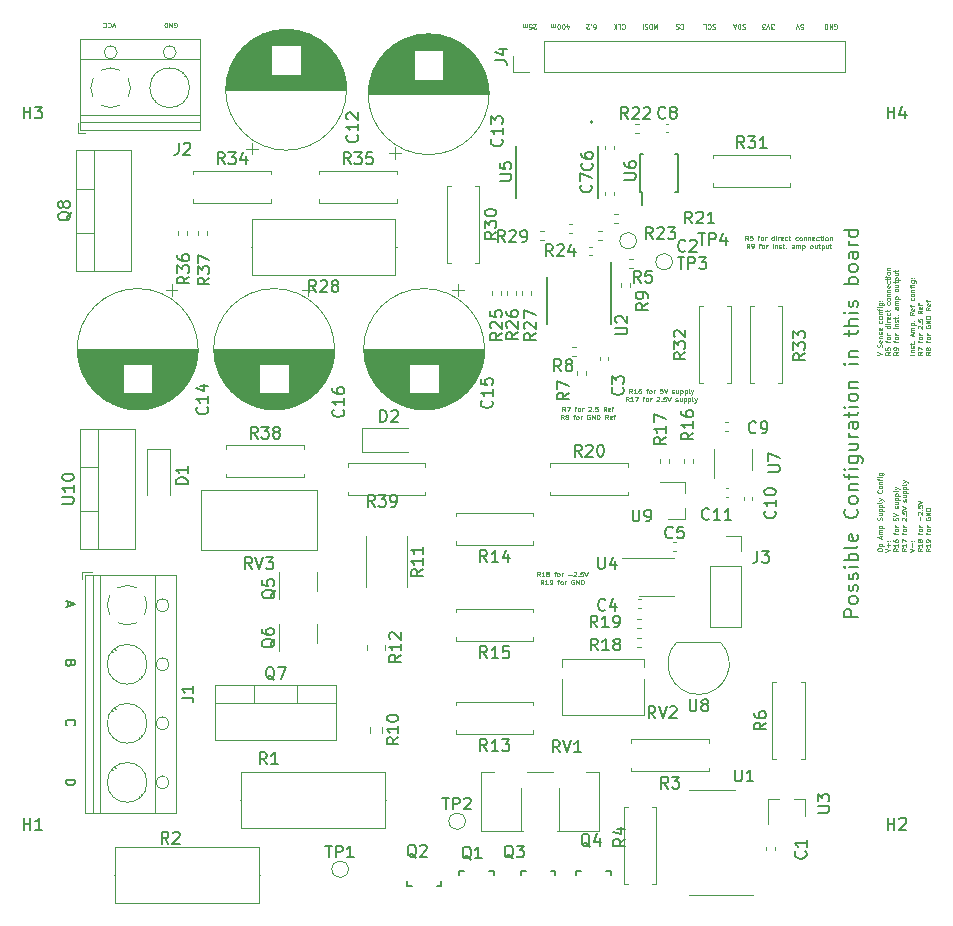
<source format=gto>
G04 #@! TF.GenerationSoftware,KiCad,Pcbnew,(5.1.10)-1*
G04 #@! TF.CreationDate,2021-11-18T05:31:33+07:00*
G04 #@! TF.ProjectId,Georesistance PCB,47656f72-6573-4697-9374-616e63652050,1*
G04 #@! TF.SameCoordinates,Original*
G04 #@! TF.FileFunction,Legend,Top*
G04 #@! TF.FilePolarity,Positive*
%FSLAX46Y46*%
G04 Gerber Fmt 4.6, Leading zero omitted, Abs format (unit mm)*
G04 Created by KiCad (PCBNEW (5.1.10)-1) date 2021-11-18 05:31:33*
%MOMM*%
%LPD*%
G01*
G04 APERTURE LIST*
%ADD10C,0.200000*%
%ADD11C,0.080000*%
%ADD12C,0.152400*%
%ADD13C,0.120000*%
%ADD14C,0.150000*%
%ADD15C,0.127000*%
%ADD16C,3.200000*%
%ADD17R,0.900000X0.800000*%
%ADD18C,2.000000*%
%ADD19R,2.000000X2.000000*%
%ADD20C,1.600000*%
%ADD21O,1.600000X1.600000*%
%ADD22R,0.900000X1.200000*%
%ADD23O,2.000000X1.905000*%
%ADD24R,2.000000X1.905000*%
%ADD25O,1.700000X1.700000*%
%ADD26R,1.700000X1.700000*%
%ADD27C,1.440000*%
%ADD28C,2.500000*%
%ADD29R,2.500000X2.500000*%
%ADD30C,1.000000*%
%ADD31O,2.400000X2.400000*%
%ADD32C,2.400000*%
%ADD33C,2.340000*%
%ADD34R,0.510000X0.700000*%
%ADD35R,1.050000X1.500000*%
%ADD36O,1.050000X1.500000*%
%ADD37R,0.650000X1.060000*%
%ADD38R,0.250000X1.100000*%
%ADD39R,0.800000X0.900000*%
%ADD40R,0.400000X1.200000*%
%ADD41R,1.905000X2.000000*%
%ADD42O,1.905000X2.000000*%
%ADD43R,1.200000X0.900000*%
G04 APERTURE END LIST*
D10*
X89950857Y-71743428D02*
X88750857Y-71743428D01*
X88750857Y-71286285D01*
X88808000Y-71172000D01*
X88865142Y-71114857D01*
X88979428Y-71057714D01*
X89150857Y-71057714D01*
X89265142Y-71114857D01*
X89322285Y-71172000D01*
X89379428Y-71286285D01*
X89379428Y-71743428D01*
X89950857Y-70372000D02*
X89893714Y-70486285D01*
X89836571Y-70543428D01*
X89722285Y-70600571D01*
X89379428Y-70600571D01*
X89265142Y-70543428D01*
X89208000Y-70486285D01*
X89150857Y-70372000D01*
X89150857Y-70200571D01*
X89208000Y-70086285D01*
X89265142Y-70029142D01*
X89379428Y-69972000D01*
X89722285Y-69972000D01*
X89836571Y-70029142D01*
X89893714Y-70086285D01*
X89950857Y-70200571D01*
X89950857Y-70372000D01*
X89893714Y-69514857D02*
X89950857Y-69400571D01*
X89950857Y-69172000D01*
X89893714Y-69057714D01*
X89779428Y-69000571D01*
X89722285Y-69000571D01*
X89608000Y-69057714D01*
X89550857Y-69172000D01*
X89550857Y-69343428D01*
X89493714Y-69457714D01*
X89379428Y-69514857D01*
X89322285Y-69514857D01*
X89208000Y-69457714D01*
X89150857Y-69343428D01*
X89150857Y-69172000D01*
X89208000Y-69057714D01*
X89893714Y-68543428D02*
X89950857Y-68429142D01*
X89950857Y-68200571D01*
X89893714Y-68086285D01*
X89779428Y-68029142D01*
X89722285Y-68029142D01*
X89608000Y-68086285D01*
X89550857Y-68200571D01*
X89550857Y-68372000D01*
X89493714Y-68486285D01*
X89379428Y-68543428D01*
X89322285Y-68543428D01*
X89208000Y-68486285D01*
X89150857Y-68372000D01*
X89150857Y-68200571D01*
X89208000Y-68086285D01*
X89950857Y-67514857D02*
X89150857Y-67514857D01*
X88750857Y-67514857D02*
X88808000Y-67572000D01*
X88865142Y-67514857D01*
X88808000Y-67457714D01*
X88750857Y-67514857D01*
X88865142Y-67514857D01*
X89950857Y-66943428D02*
X88750857Y-66943428D01*
X89208000Y-66943428D02*
X89150857Y-66829142D01*
X89150857Y-66600571D01*
X89208000Y-66486285D01*
X89265142Y-66429142D01*
X89379428Y-66372000D01*
X89722285Y-66372000D01*
X89836571Y-66429142D01*
X89893714Y-66486285D01*
X89950857Y-66600571D01*
X89950857Y-66829142D01*
X89893714Y-66943428D01*
X89950857Y-65686285D02*
X89893714Y-65800571D01*
X89779428Y-65857714D01*
X88750857Y-65857714D01*
X89893714Y-64772000D02*
X89950857Y-64886285D01*
X89950857Y-65114857D01*
X89893714Y-65229142D01*
X89779428Y-65286285D01*
X89322285Y-65286285D01*
X89208000Y-65229142D01*
X89150857Y-65114857D01*
X89150857Y-64886285D01*
X89208000Y-64772000D01*
X89322285Y-64714857D01*
X89436571Y-64714857D01*
X89550857Y-65286285D01*
X89836571Y-62600571D02*
X89893714Y-62657714D01*
X89950857Y-62829142D01*
X89950857Y-62943428D01*
X89893714Y-63114857D01*
X89779428Y-63229142D01*
X89665142Y-63286285D01*
X89436571Y-63343428D01*
X89265142Y-63343428D01*
X89036571Y-63286285D01*
X88922285Y-63229142D01*
X88808000Y-63114857D01*
X88750857Y-62943428D01*
X88750857Y-62829142D01*
X88808000Y-62657714D01*
X88865142Y-62600571D01*
X89950857Y-61914857D02*
X89893714Y-62029142D01*
X89836571Y-62086285D01*
X89722285Y-62143428D01*
X89379428Y-62143428D01*
X89265142Y-62086285D01*
X89208000Y-62029142D01*
X89150857Y-61914857D01*
X89150857Y-61743428D01*
X89208000Y-61629142D01*
X89265142Y-61572000D01*
X89379428Y-61514857D01*
X89722285Y-61514857D01*
X89836571Y-61572000D01*
X89893714Y-61629142D01*
X89950857Y-61743428D01*
X89950857Y-61914857D01*
X89150857Y-61000571D02*
X89950857Y-61000571D01*
X89265142Y-61000571D02*
X89208000Y-60943428D01*
X89150857Y-60829142D01*
X89150857Y-60657714D01*
X89208000Y-60543428D01*
X89322285Y-60486285D01*
X89950857Y-60486285D01*
X89150857Y-60086285D02*
X89150857Y-59629142D01*
X89950857Y-59914857D02*
X88922285Y-59914857D01*
X88808000Y-59857714D01*
X88750857Y-59743428D01*
X88750857Y-59629142D01*
X89950857Y-59229142D02*
X89150857Y-59229142D01*
X88750857Y-59229142D02*
X88808000Y-59286285D01*
X88865142Y-59229142D01*
X88808000Y-59172000D01*
X88750857Y-59229142D01*
X88865142Y-59229142D01*
X89150857Y-58143428D02*
X90122285Y-58143428D01*
X90236571Y-58200571D01*
X90293714Y-58257714D01*
X90350857Y-58372000D01*
X90350857Y-58543428D01*
X90293714Y-58657714D01*
X89893714Y-58143428D02*
X89950857Y-58257714D01*
X89950857Y-58486285D01*
X89893714Y-58600571D01*
X89836571Y-58657714D01*
X89722285Y-58714857D01*
X89379428Y-58714857D01*
X89265142Y-58657714D01*
X89208000Y-58600571D01*
X89150857Y-58486285D01*
X89150857Y-58257714D01*
X89208000Y-58143428D01*
X89150857Y-57057714D02*
X89950857Y-57057714D01*
X89150857Y-57572000D02*
X89779428Y-57572000D01*
X89893714Y-57514857D01*
X89950857Y-57400571D01*
X89950857Y-57229142D01*
X89893714Y-57114857D01*
X89836571Y-57057714D01*
X89950857Y-56486285D02*
X89150857Y-56486285D01*
X89379428Y-56486285D02*
X89265142Y-56429142D01*
X89208000Y-56372000D01*
X89150857Y-56257714D01*
X89150857Y-56143428D01*
X89950857Y-55229142D02*
X89322285Y-55229142D01*
X89208000Y-55286285D01*
X89150857Y-55400571D01*
X89150857Y-55629142D01*
X89208000Y-55743428D01*
X89893714Y-55229142D02*
X89950857Y-55343428D01*
X89950857Y-55629142D01*
X89893714Y-55743428D01*
X89779428Y-55800571D01*
X89665142Y-55800571D01*
X89550857Y-55743428D01*
X89493714Y-55629142D01*
X89493714Y-55343428D01*
X89436571Y-55229142D01*
X89150857Y-54829142D02*
X89150857Y-54372000D01*
X88750857Y-54657714D02*
X89779428Y-54657714D01*
X89893714Y-54600571D01*
X89950857Y-54486285D01*
X89950857Y-54372000D01*
X89950857Y-53972000D02*
X89150857Y-53972000D01*
X88750857Y-53972000D02*
X88808000Y-54029142D01*
X88865142Y-53972000D01*
X88808000Y-53914857D01*
X88750857Y-53972000D01*
X88865142Y-53972000D01*
X89950857Y-53229142D02*
X89893714Y-53343428D01*
X89836571Y-53400571D01*
X89722285Y-53457714D01*
X89379428Y-53457714D01*
X89265142Y-53400571D01*
X89208000Y-53343428D01*
X89150857Y-53229142D01*
X89150857Y-53057714D01*
X89208000Y-52943428D01*
X89265142Y-52886285D01*
X89379428Y-52829142D01*
X89722285Y-52829142D01*
X89836571Y-52886285D01*
X89893714Y-52943428D01*
X89950857Y-53057714D01*
X89950857Y-53229142D01*
X89150857Y-52314857D02*
X89950857Y-52314857D01*
X89265142Y-52314857D02*
X89208000Y-52257714D01*
X89150857Y-52143428D01*
X89150857Y-51972000D01*
X89208000Y-51857714D01*
X89322285Y-51800571D01*
X89950857Y-51800571D01*
X89950857Y-50314857D02*
X89150857Y-50314857D01*
X88750857Y-50314857D02*
X88808000Y-50372000D01*
X88865142Y-50314857D01*
X88808000Y-50257714D01*
X88750857Y-50314857D01*
X88865142Y-50314857D01*
X89150857Y-49743428D02*
X89950857Y-49743428D01*
X89265142Y-49743428D02*
X89208000Y-49686285D01*
X89150857Y-49572000D01*
X89150857Y-49400571D01*
X89208000Y-49286285D01*
X89322285Y-49229142D01*
X89950857Y-49229142D01*
X89150857Y-47914857D02*
X89150857Y-47457714D01*
X88750857Y-47743428D02*
X89779428Y-47743428D01*
X89893714Y-47686285D01*
X89950857Y-47572000D01*
X89950857Y-47457714D01*
X89950857Y-47057714D02*
X88750857Y-47057714D01*
X89950857Y-46543428D02*
X89322285Y-46543428D01*
X89208000Y-46600571D01*
X89150857Y-46714857D01*
X89150857Y-46886285D01*
X89208000Y-47000571D01*
X89265142Y-47057714D01*
X89950857Y-45972000D02*
X89150857Y-45972000D01*
X88750857Y-45972000D02*
X88808000Y-46029142D01*
X88865142Y-45972000D01*
X88808000Y-45914857D01*
X88750857Y-45972000D01*
X88865142Y-45972000D01*
X89893714Y-45457714D02*
X89950857Y-45343428D01*
X89950857Y-45114857D01*
X89893714Y-45000571D01*
X89779428Y-44943428D01*
X89722285Y-44943428D01*
X89608000Y-45000571D01*
X89550857Y-45114857D01*
X89550857Y-45286285D01*
X89493714Y-45400571D01*
X89379428Y-45457714D01*
X89322285Y-45457714D01*
X89208000Y-45400571D01*
X89150857Y-45286285D01*
X89150857Y-45114857D01*
X89208000Y-45000571D01*
X89950857Y-43514857D02*
X88750857Y-43514857D01*
X89208000Y-43514857D02*
X89150857Y-43400571D01*
X89150857Y-43172000D01*
X89208000Y-43057714D01*
X89265142Y-43000571D01*
X89379428Y-42943428D01*
X89722285Y-42943428D01*
X89836571Y-43000571D01*
X89893714Y-43057714D01*
X89950857Y-43172000D01*
X89950857Y-43400571D01*
X89893714Y-43514857D01*
X89950857Y-42257714D02*
X89893714Y-42372000D01*
X89836571Y-42429142D01*
X89722285Y-42486285D01*
X89379428Y-42486285D01*
X89265142Y-42429142D01*
X89208000Y-42372000D01*
X89150857Y-42257714D01*
X89150857Y-42086285D01*
X89208000Y-41972000D01*
X89265142Y-41914857D01*
X89379428Y-41857714D01*
X89722285Y-41857714D01*
X89836571Y-41914857D01*
X89893714Y-41972000D01*
X89950857Y-42086285D01*
X89950857Y-42257714D01*
X89950857Y-40829142D02*
X89322285Y-40829142D01*
X89208000Y-40886285D01*
X89150857Y-41000571D01*
X89150857Y-41229142D01*
X89208000Y-41343428D01*
X89893714Y-40829142D02*
X89950857Y-40943428D01*
X89950857Y-41229142D01*
X89893714Y-41343428D01*
X89779428Y-41400571D01*
X89665142Y-41400571D01*
X89550857Y-41343428D01*
X89493714Y-41229142D01*
X89493714Y-40943428D01*
X89436571Y-40829142D01*
X89950857Y-40257714D02*
X89150857Y-40257714D01*
X89379428Y-40257714D02*
X89265142Y-40200571D01*
X89208000Y-40143428D01*
X89150857Y-40029142D01*
X89150857Y-39914857D01*
X89950857Y-39000571D02*
X88750857Y-39000571D01*
X89893714Y-39000571D02*
X89950857Y-39114857D01*
X89950857Y-39343428D01*
X89893714Y-39457714D01*
X89836571Y-39514857D01*
X89722285Y-39572000D01*
X89379428Y-39572000D01*
X89265142Y-39514857D01*
X89208000Y-39457714D01*
X89150857Y-39343428D01*
X89150857Y-39114857D01*
X89208000Y-39000571D01*
D11*
X91593952Y-66070571D02*
X91593952Y-65994380D01*
X91613000Y-65956285D01*
X91651095Y-65918190D01*
X91727285Y-65899142D01*
X91860619Y-65899142D01*
X91936809Y-65918190D01*
X91974904Y-65956285D01*
X91993952Y-65994380D01*
X91993952Y-66070571D01*
X91974904Y-66108666D01*
X91936809Y-66146761D01*
X91860619Y-66165809D01*
X91727285Y-66165809D01*
X91651095Y-66146761D01*
X91613000Y-66108666D01*
X91593952Y-66070571D01*
X91727285Y-65727714D02*
X92127285Y-65727714D01*
X91746333Y-65727714D02*
X91727285Y-65689619D01*
X91727285Y-65613428D01*
X91746333Y-65575333D01*
X91765380Y-65556285D01*
X91803476Y-65537238D01*
X91917761Y-65537238D01*
X91955857Y-65556285D01*
X91974904Y-65575333D01*
X91993952Y-65613428D01*
X91993952Y-65689619D01*
X91974904Y-65727714D01*
X91879666Y-65080095D02*
X91879666Y-64889619D01*
X91993952Y-65118190D02*
X91593952Y-64984857D01*
X91993952Y-64851523D01*
X91993952Y-64718190D02*
X91727285Y-64718190D01*
X91765380Y-64718190D02*
X91746333Y-64699142D01*
X91727285Y-64661047D01*
X91727285Y-64603904D01*
X91746333Y-64565809D01*
X91784428Y-64546761D01*
X91993952Y-64546761D01*
X91784428Y-64546761D02*
X91746333Y-64527714D01*
X91727285Y-64489619D01*
X91727285Y-64432476D01*
X91746333Y-64394380D01*
X91784428Y-64375333D01*
X91993952Y-64375333D01*
X91727285Y-64184857D02*
X92127285Y-64184857D01*
X91746333Y-64184857D02*
X91727285Y-64146761D01*
X91727285Y-64070571D01*
X91746333Y-64032476D01*
X91765380Y-64013428D01*
X91803476Y-63994380D01*
X91917761Y-63994380D01*
X91955857Y-64013428D01*
X91974904Y-64032476D01*
X91993952Y-64070571D01*
X91993952Y-64146761D01*
X91974904Y-64184857D01*
X91974904Y-63537238D02*
X91993952Y-63480095D01*
X91993952Y-63384857D01*
X91974904Y-63346761D01*
X91955857Y-63327714D01*
X91917761Y-63308666D01*
X91879666Y-63308666D01*
X91841571Y-63327714D01*
X91822523Y-63346761D01*
X91803476Y-63384857D01*
X91784428Y-63461047D01*
X91765380Y-63499142D01*
X91746333Y-63518190D01*
X91708238Y-63537238D01*
X91670142Y-63537238D01*
X91632047Y-63518190D01*
X91613000Y-63499142D01*
X91593952Y-63461047D01*
X91593952Y-63365809D01*
X91613000Y-63308666D01*
X91727285Y-62965809D02*
X91993952Y-62965809D01*
X91727285Y-63137238D02*
X91936809Y-63137238D01*
X91974904Y-63118190D01*
X91993952Y-63080095D01*
X91993952Y-63022952D01*
X91974904Y-62984857D01*
X91955857Y-62965809D01*
X91727285Y-62775333D02*
X92127285Y-62775333D01*
X91746333Y-62775333D02*
X91727285Y-62737238D01*
X91727285Y-62661047D01*
X91746333Y-62622952D01*
X91765380Y-62603904D01*
X91803476Y-62584857D01*
X91917761Y-62584857D01*
X91955857Y-62603904D01*
X91974904Y-62622952D01*
X91993952Y-62661047D01*
X91993952Y-62737238D01*
X91974904Y-62775333D01*
X91727285Y-62413428D02*
X92127285Y-62413428D01*
X91746333Y-62413428D02*
X91727285Y-62375333D01*
X91727285Y-62299142D01*
X91746333Y-62261047D01*
X91765380Y-62242000D01*
X91803476Y-62222952D01*
X91917761Y-62222952D01*
X91955857Y-62242000D01*
X91974904Y-62261047D01*
X91993952Y-62299142D01*
X91993952Y-62375333D01*
X91974904Y-62413428D01*
X91993952Y-61994380D02*
X91974904Y-62032476D01*
X91936809Y-62051523D01*
X91593952Y-62051523D01*
X91727285Y-61880095D02*
X91993952Y-61784857D01*
X91727285Y-61689619D02*
X91993952Y-61784857D01*
X92089190Y-61822952D01*
X92108238Y-61842000D01*
X92127285Y-61880095D01*
X91955857Y-61003904D02*
X91974904Y-61022952D01*
X91993952Y-61080095D01*
X91993952Y-61118190D01*
X91974904Y-61175333D01*
X91936809Y-61213428D01*
X91898714Y-61232476D01*
X91822523Y-61251523D01*
X91765380Y-61251523D01*
X91689190Y-61232476D01*
X91651095Y-61213428D01*
X91613000Y-61175333D01*
X91593952Y-61118190D01*
X91593952Y-61080095D01*
X91613000Y-61022952D01*
X91632047Y-61003904D01*
X91993952Y-60775333D02*
X91974904Y-60813428D01*
X91955857Y-60832476D01*
X91917761Y-60851523D01*
X91803476Y-60851523D01*
X91765380Y-60832476D01*
X91746333Y-60813428D01*
X91727285Y-60775333D01*
X91727285Y-60718190D01*
X91746333Y-60680095D01*
X91765380Y-60661047D01*
X91803476Y-60642000D01*
X91917761Y-60642000D01*
X91955857Y-60661047D01*
X91974904Y-60680095D01*
X91993952Y-60718190D01*
X91993952Y-60775333D01*
X91727285Y-60470571D02*
X91993952Y-60470571D01*
X91765380Y-60470571D02*
X91746333Y-60451523D01*
X91727285Y-60413428D01*
X91727285Y-60356285D01*
X91746333Y-60318190D01*
X91784428Y-60299142D01*
X91993952Y-60299142D01*
X91727285Y-60165809D02*
X91727285Y-60013428D01*
X91993952Y-60108666D02*
X91651095Y-60108666D01*
X91613000Y-60089619D01*
X91593952Y-60051523D01*
X91593952Y-60013428D01*
X91993952Y-59880095D02*
X91727285Y-59880095D01*
X91593952Y-59880095D02*
X91613000Y-59899142D01*
X91632047Y-59880095D01*
X91613000Y-59861047D01*
X91593952Y-59880095D01*
X91632047Y-59880095D01*
X91727285Y-59518190D02*
X92051095Y-59518190D01*
X92089190Y-59537238D01*
X92108238Y-59556285D01*
X92127285Y-59594380D01*
X92127285Y-59651523D01*
X92108238Y-59689619D01*
X91974904Y-59518190D02*
X91993952Y-59556285D01*
X91993952Y-59632476D01*
X91974904Y-59670571D01*
X91955857Y-59689619D01*
X91917761Y-59708666D01*
X91803476Y-59708666D01*
X91765380Y-59689619D01*
X91746333Y-59670571D01*
X91727285Y-59632476D01*
X91727285Y-59556285D01*
X91746333Y-59518190D01*
X92273952Y-66203904D02*
X92673952Y-66070571D01*
X92273952Y-65937238D01*
X92521571Y-65803904D02*
X92521571Y-65499142D01*
X92673952Y-65651523D02*
X92369190Y-65651523D01*
X92635857Y-65308666D02*
X92654904Y-65289619D01*
X92673952Y-65308666D01*
X92654904Y-65327714D01*
X92635857Y-65308666D01*
X92673952Y-65308666D01*
X92426333Y-65308666D02*
X92445380Y-65289619D01*
X92464428Y-65308666D01*
X92445380Y-65327714D01*
X92426333Y-65308666D01*
X92464428Y-65308666D01*
X93353952Y-65918190D02*
X93163476Y-66051523D01*
X93353952Y-66146761D02*
X92953952Y-66146761D01*
X92953952Y-65994380D01*
X92973000Y-65956285D01*
X92992047Y-65937238D01*
X93030142Y-65918190D01*
X93087285Y-65918190D01*
X93125380Y-65937238D01*
X93144428Y-65956285D01*
X93163476Y-65994380D01*
X93163476Y-66146761D01*
X93353952Y-65537238D02*
X93353952Y-65765809D01*
X93353952Y-65651523D02*
X92953952Y-65651523D01*
X93011095Y-65689619D01*
X93049190Y-65727714D01*
X93068238Y-65765809D01*
X92953952Y-65194380D02*
X92953952Y-65270571D01*
X92973000Y-65308666D01*
X92992047Y-65327714D01*
X93049190Y-65365809D01*
X93125380Y-65384857D01*
X93277761Y-65384857D01*
X93315857Y-65365809D01*
X93334904Y-65346761D01*
X93353952Y-65308666D01*
X93353952Y-65232476D01*
X93334904Y-65194380D01*
X93315857Y-65175333D01*
X93277761Y-65156285D01*
X93182523Y-65156285D01*
X93144428Y-65175333D01*
X93125380Y-65194380D01*
X93106333Y-65232476D01*
X93106333Y-65308666D01*
X93125380Y-65346761D01*
X93144428Y-65365809D01*
X93182523Y-65384857D01*
X93087285Y-64737238D02*
X93087285Y-64584857D01*
X93353952Y-64680095D02*
X93011095Y-64680095D01*
X92973000Y-64661047D01*
X92953952Y-64622952D01*
X92953952Y-64584857D01*
X93353952Y-64394380D02*
X93334904Y-64432476D01*
X93315857Y-64451523D01*
X93277761Y-64470571D01*
X93163476Y-64470571D01*
X93125380Y-64451523D01*
X93106333Y-64432476D01*
X93087285Y-64394380D01*
X93087285Y-64337238D01*
X93106333Y-64299142D01*
X93125380Y-64280095D01*
X93163476Y-64261047D01*
X93277761Y-64261047D01*
X93315857Y-64280095D01*
X93334904Y-64299142D01*
X93353952Y-64337238D01*
X93353952Y-64394380D01*
X93353952Y-64089619D02*
X93087285Y-64089619D01*
X93163476Y-64089619D02*
X93125380Y-64070571D01*
X93106333Y-64051523D01*
X93087285Y-64013428D01*
X93087285Y-63975333D01*
X92953952Y-63346761D02*
X92953952Y-63537238D01*
X93144428Y-63556285D01*
X93125380Y-63537238D01*
X93106333Y-63499142D01*
X93106333Y-63403904D01*
X93125380Y-63365809D01*
X93144428Y-63346761D01*
X93182523Y-63327714D01*
X93277761Y-63327714D01*
X93315857Y-63346761D01*
X93334904Y-63365809D01*
X93353952Y-63403904D01*
X93353952Y-63499142D01*
X93334904Y-63537238D01*
X93315857Y-63556285D01*
X92953952Y-63213428D02*
X93353952Y-63080095D01*
X92953952Y-62946761D01*
X93334904Y-62527714D02*
X93353952Y-62489619D01*
X93353952Y-62413428D01*
X93334904Y-62375333D01*
X93296809Y-62356285D01*
X93277761Y-62356285D01*
X93239666Y-62375333D01*
X93220619Y-62413428D01*
X93220619Y-62470571D01*
X93201571Y-62508666D01*
X93163476Y-62527714D01*
X93144428Y-62527714D01*
X93106333Y-62508666D01*
X93087285Y-62470571D01*
X93087285Y-62413428D01*
X93106333Y-62375333D01*
X93087285Y-62013428D02*
X93353952Y-62013428D01*
X93087285Y-62184857D02*
X93296809Y-62184857D01*
X93334904Y-62165809D01*
X93353952Y-62127714D01*
X93353952Y-62070571D01*
X93334904Y-62032476D01*
X93315857Y-62013428D01*
X93087285Y-61822952D02*
X93487285Y-61822952D01*
X93106333Y-61822952D02*
X93087285Y-61784857D01*
X93087285Y-61708666D01*
X93106333Y-61670571D01*
X93125380Y-61651523D01*
X93163476Y-61632476D01*
X93277761Y-61632476D01*
X93315857Y-61651523D01*
X93334904Y-61670571D01*
X93353952Y-61708666D01*
X93353952Y-61784857D01*
X93334904Y-61822952D01*
X93087285Y-61461047D02*
X93487285Y-61461047D01*
X93106333Y-61461047D02*
X93087285Y-61422952D01*
X93087285Y-61346761D01*
X93106333Y-61308666D01*
X93125380Y-61289619D01*
X93163476Y-61270571D01*
X93277761Y-61270571D01*
X93315857Y-61289619D01*
X93334904Y-61308666D01*
X93353952Y-61346761D01*
X93353952Y-61422952D01*
X93334904Y-61461047D01*
X93353952Y-61042000D02*
X93334904Y-61080095D01*
X93296809Y-61099142D01*
X92953952Y-61099142D01*
X93087285Y-60927714D02*
X93353952Y-60832476D01*
X93087285Y-60737238D02*
X93353952Y-60832476D01*
X93449190Y-60870571D01*
X93468238Y-60889619D01*
X93487285Y-60927714D01*
X94033952Y-65918190D02*
X93843476Y-66051523D01*
X94033952Y-66146761D02*
X93633952Y-66146761D01*
X93633952Y-65994380D01*
X93653000Y-65956285D01*
X93672047Y-65937238D01*
X93710142Y-65918190D01*
X93767285Y-65918190D01*
X93805380Y-65937238D01*
X93824428Y-65956285D01*
X93843476Y-65994380D01*
X93843476Y-66146761D01*
X94033952Y-65537238D02*
X94033952Y-65765809D01*
X94033952Y-65651523D02*
X93633952Y-65651523D01*
X93691095Y-65689619D01*
X93729190Y-65727714D01*
X93748238Y-65765809D01*
X93633952Y-65403904D02*
X93633952Y-65137238D01*
X94033952Y-65308666D01*
X93767285Y-64737238D02*
X93767285Y-64584857D01*
X94033952Y-64680095D02*
X93691095Y-64680095D01*
X93653000Y-64661047D01*
X93633952Y-64622952D01*
X93633952Y-64584857D01*
X94033952Y-64394380D02*
X94014904Y-64432476D01*
X93995857Y-64451523D01*
X93957761Y-64470571D01*
X93843476Y-64470571D01*
X93805380Y-64451523D01*
X93786333Y-64432476D01*
X93767285Y-64394380D01*
X93767285Y-64337238D01*
X93786333Y-64299142D01*
X93805380Y-64280095D01*
X93843476Y-64261047D01*
X93957761Y-64261047D01*
X93995857Y-64280095D01*
X94014904Y-64299142D01*
X94033952Y-64337238D01*
X94033952Y-64394380D01*
X94033952Y-64089619D02*
X93767285Y-64089619D01*
X93843476Y-64089619D02*
X93805380Y-64070571D01*
X93786333Y-64051523D01*
X93767285Y-64013428D01*
X93767285Y-63975333D01*
X93672047Y-63556285D02*
X93653000Y-63537238D01*
X93633952Y-63499142D01*
X93633952Y-63403904D01*
X93653000Y-63365809D01*
X93672047Y-63346761D01*
X93710142Y-63327714D01*
X93748238Y-63327714D01*
X93805380Y-63346761D01*
X94033952Y-63575333D01*
X94033952Y-63327714D01*
X93995857Y-63156285D02*
X94014904Y-63137238D01*
X94033952Y-63156285D01*
X94014904Y-63175333D01*
X93995857Y-63156285D01*
X94033952Y-63156285D01*
X93633952Y-62775333D02*
X93633952Y-62965809D01*
X93824428Y-62984857D01*
X93805380Y-62965809D01*
X93786333Y-62927714D01*
X93786333Y-62832476D01*
X93805380Y-62794380D01*
X93824428Y-62775333D01*
X93862523Y-62756285D01*
X93957761Y-62756285D01*
X93995857Y-62775333D01*
X94014904Y-62794380D01*
X94033952Y-62832476D01*
X94033952Y-62927714D01*
X94014904Y-62965809D01*
X93995857Y-62984857D01*
X93633952Y-62642000D02*
X94033952Y-62508666D01*
X93633952Y-62375333D01*
X94014904Y-61956285D02*
X94033952Y-61918190D01*
X94033952Y-61842000D01*
X94014904Y-61803904D01*
X93976809Y-61784857D01*
X93957761Y-61784857D01*
X93919666Y-61803904D01*
X93900619Y-61842000D01*
X93900619Y-61899142D01*
X93881571Y-61937238D01*
X93843476Y-61956285D01*
X93824428Y-61956285D01*
X93786333Y-61937238D01*
X93767285Y-61899142D01*
X93767285Y-61842000D01*
X93786333Y-61803904D01*
X93767285Y-61442000D02*
X94033952Y-61442000D01*
X93767285Y-61613428D02*
X93976809Y-61613428D01*
X94014904Y-61594380D01*
X94033952Y-61556285D01*
X94033952Y-61499142D01*
X94014904Y-61461047D01*
X93995857Y-61442000D01*
X93767285Y-61251523D02*
X94167285Y-61251523D01*
X93786333Y-61251523D02*
X93767285Y-61213428D01*
X93767285Y-61137238D01*
X93786333Y-61099142D01*
X93805380Y-61080095D01*
X93843476Y-61061047D01*
X93957761Y-61061047D01*
X93995857Y-61080095D01*
X94014904Y-61099142D01*
X94033952Y-61137238D01*
X94033952Y-61213428D01*
X94014904Y-61251523D01*
X93767285Y-60889619D02*
X94167285Y-60889619D01*
X93786333Y-60889619D02*
X93767285Y-60851523D01*
X93767285Y-60775333D01*
X93786333Y-60737238D01*
X93805380Y-60718190D01*
X93843476Y-60699142D01*
X93957761Y-60699142D01*
X93995857Y-60718190D01*
X94014904Y-60737238D01*
X94033952Y-60775333D01*
X94033952Y-60851523D01*
X94014904Y-60889619D01*
X94033952Y-60470571D02*
X94014904Y-60508666D01*
X93976809Y-60527714D01*
X93633952Y-60527714D01*
X93767285Y-60356285D02*
X94033952Y-60261047D01*
X93767285Y-60165809D02*
X94033952Y-60261047D01*
X94129190Y-60299142D01*
X94148238Y-60318190D01*
X94167285Y-60356285D01*
X94313952Y-66203904D02*
X94713952Y-66070571D01*
X94313952Y-65937238D01*
X94561571Y-65803904D02*
X94561571Y-65499142D01*
X94675857Y-65308666D02*
X94694904Y-65289619D01*
X94713952Y-65308666D01*
X94694904Y-65327714D01*
X94675857Y-65308666D01*
X94713952Y-65308666D01*
X94466333Y-65308666D02*
X94485380Y-65289619D01*
X94504428Y-65308666D01*
X94485380Y-65327714D01*
X94466333Y-65308666D01*
X94504428Y-65308666D01*
X95393952Y-65918190D02*
X95203476Y-66051523D01*
X95393952Y-66146761D02*
X94993952Y-66146761D01*
X94993952Y-65994380D01*
X95013000Y-65956285D01*
X95032047Y-65937238D01*
X95070142Y-65918190D01*
X95127285Y-65918190D01*
X95165380Y-65937238D01*
X95184428Y-65956285D01*
X95203476Y-65994380D01*
X95203476Y-66146761D01*
X95393952Y-65537238D02*
X95393952Y-65765809D01*
X95393952Y-65651523D02*
X94993952Y-65651523D01*
X95051095Y-65689619D01*
X95089190Y-65727714D01*
X95108238Y-65765809D01*
X95165380Y-65308666D02*
X95146333Y-65346761D01*
X95127285Y-65365809D01*
X95089190Y-65384857D01*
X95070142Y-65384857D01*
X95032047Y-65365809D01*
X95013000Y-65346761D01*
X94993952Y-65308666D01*
X94993952Y-65232476D01*
X95013000Y-65194380D01*
X95032047Y-65175333D01*
X95070142Y-65156285D01*
X95089190Y-65156285D01*
X95127285Y-65175333D01*
X95146333Y-65194380D01*
X95165380Y-65232476D01*
X95165380Y-65308666D01*
X95184428Y-65346761D01*
X95203476Y-65365809D01*
X95241571Y-65384857D01*
X95317761Y-65384857D01*
X95355857Y-65365809D01*
X95374904Y-65346761D01*
X95393952Y-65308666D01*
X95393952Y-65232476D01*
X95374904Y-65194380D01*
X95355857Y-65175333D01*
X95317761Y-65156285D01*
X95241571Y-65156285D01*
X95203476Y-65175333D01*
X95184428Y-65194380D01*
X95165380Y-65232476D01*
X95127285Y-64737238D02*
X95127285Y-64584857D01*
X95393952Y-64680095D02*
X95051095Y-64680095D01*
X95013000Y-64661047D01*
X94993952Y-64622952D01*
X94993952Y-64584857D01*
X95393952Y-64394380D02*
X95374904Y-64432476D01*
X95355857Y-64451523D01*
X95317761Y-64470571D01*
X95203476Y-64470571D01*
X95165380Y-64451523D01*
X95146333Y-64432476D01*
X95127285Y-64394380D01*
X95127285Y-64337238D01*
X95146333Y-64299142D01*
X95165380Y-64280095D01*
X95203476Y-64261047D01*
X95317761Y-64261047D01*
X95355857Y-64280095D01*
X95374904Y-64299142D01*
X95393952Y-64337238D01*
X95393952Y-64394380D01*
X95393952Y-64089619D02*
X95127285Y-64089619D01*
X95203476Y-64089619D02*
X95165380Y-64070571D01*
X95146333Y-64051523D01*
X95127285Y-64013428D01*
X95127285Y-63975333D01*
X95241571Y-63537238D02*
X95241571Y-63232476D01*
X95032047Y-63061047D02*
X95013000Y-63042000D01*
X94993952Y-63003904D01*
X94993952Y-62908666D01*
X95013000Y-62870571D01*
X95032047Y-62851523D01*
X95070142Y-62832476D01*
X95108238Y-62832476D01*
X95165380Y-62851523D01*
X95393952Y-63080095D01*
X95393952Y-62832476D01*
X95355857Y-62661047D02*
X95374904Y-62642000D01*
X95393952Y-62661047D01*
X95374904Y-62680095D01*
X95355857Y-62661047D01*
X95393952Y-62661047D01*
X94993952Y-62280095D02*
X94993952Y-62470571D01*
X95184428Y-62489619D01*
X95165380Y-62470571D01*
X95146333Y-62432476D01*
X95146333Y-62337238D01*
X95165380Y-62299142D01*
X95184428Y-62280095D01*
X95222523Y-62261047D01*
X95317761Y-62261047D01*
X95355857Y-62280095D01*
X95374904Y-62299142D01*
X95393952Y-62337238D01*
X95393952Y-62432476D01*
X95374904Y-62470571D01*
X95355857Y-62489619D01*
X94993952Y-62146761D02*
X95393952Y-62013428D01*
X94993952Y-61880095D01*
X96073952Y-65918190D02*
X95883476Y-66051523D01*
X96073952Y-66146761D02*
X95673952Y-66146761D01*
X95673952Y-65994380D01*
X95693000Y-65956285D01*
X95712047Y-65937238D01*
X95750142Y-65918190D01*
X95807285Y-65918190D01*
X95845380Y-65937238D01*
X95864428Y-65956285D01*
X95883476Y-65994380D01*
X95883476Y-66146761D01*
X96073952Y-65537238D02*
X96073952Y-65765809D01*
X96073952Y-65651523D02*
X95673952Y-65651523D01*
X95731095Y-65689619D01*
X95769190Y-65727714D01*
X95788238Y-65765809D01*
X96073952Y-65346761D02*
X96073952Y-65270571D01*
X96054904Y-65232476D01*
X96035857Y-65213428D01*
X95978714Y-65175333D01*
X95902523Y-65156285D01*
X95750142Y-65156285D01*
X95712047Y-65175333D01*
X95693000Y-65194380D01*
X95673952Y-65232476D01*
X95673952Y-65308666D01*
X95693000Y-65346761D01*
X95712047Y-65365809D01*
X95750142Y-65384857D01*
X95845380Y-65384857D01*
X95883476Y-65365809D01*
X95902523Y-65346761D01*
X95921571Y-65308666D01*
X95921571Y-65232476D01*
X95902523Y-65194380D01*
X95883476Y-65175333D01*
X95845380Y-65156285D01*
X95807285Y-64737238D02*
X95807285Y-64584857D01*
X96073952Y-64680095D02*
X95731095Y-64680095D01*
X95693000Y-64661047D01*
X95673952Y-64622952D01*
X95673952Y-64584857D01*
X96073952Y-64394380D02*
X96054904Y-64432476D01*
X96035857Y-64451523D01*
X95997761Y-64470571D01*
X95883476Y-64470571D01*
X95845380Y-64451523D01*
X95826333Y-64432476D01*
X95807285Y-64394380D01*
X95807285Y-64337238D01*
X95826333Y-64299142D01*
X95845380Y-64280095D01*
X95883476Y-64261047D01*
X95997761Y-64261047D01*
X96035857Y-64280095D01*
X96054904Y-64299142D01*
X96073952Y-64337238D01*
X96073952Y-64394380D01*
X96073952Y-64089619D02*
X95807285Y-64089619D01*
X95883476Y-64089619D02*
X95845380Y-64070571D01*
X95826333Y-64051523D01*
X95807285Y-64013428D01*
X95807285Y-63975333D01*
X95693000Y-63327714D02*
X95673952Y-63365809D01*
X95673952Y-63422952D01*
X95693000Y-63480095D01*
X95731095Y-63518190D01*
X95769190Y-63537238D01*
X95845380Y-63556285D01*
X95902523Y-63556285D01*
X95978714Y-63537238D01*
X96016809Y-63518190D01*
X96054904Y-63480095D01*
X96073952Y-63422952D01*
X96073952Y-63384857D01*
X96054904Y-63327714D01*
X96035857Y-63308666D01*
X95902523Y-63308666D01*
X95902523Y-63384857D01*
X96073952Y-63137238D02*
X95673952Y-63137238D01*
X96073952Y-62908666D01*
X95673952Y-62908666D01*
X96073952Y-62718190D02*
X95673952Y-62718190D01*
X95673952Y-62622952D01*
X95693000Y-62565809D01*
X95731095Y-62527714D01*
X95769190Y-62508666D01*
X95845380Y-62489619D01*
X95902523Y-62489619D01*
X95978714Y-62508666D01*
X96016809Y-62527714D01*
X96054904Y-62565809D01*
X96073952Y-62622952D01*
X96073952Y-62718190D01*
X91593952Y-49566904D02*
X91993952Y-49433571D01*
X91593952Y-49300238D01*
X91974904Y-48881190D02*
X91993952Y-48824047D01*
X91993952Y-48728809D01*
X91974904Y-48690714D01*
X91955857Y-48671666D01*
X91917761Y-48652619D01*
X91879666Y-48652619D01*
X91841571Y-48671666D01*
X91822523Y-48690714D01*
X91803476Y-48728809D01*
X91784428Y-48805000D01*
X91765380Y-48843095D01*
X91746333Y-48862142D01*
X91708238Y-48881190D01*
X91670142Y-48881190D01*
X91632047Y-48862142D01*
X91613000Y-48843095D01*
X91593952Y-48805000D01*
X91593952Y-48709761D01*
X91613000Y-48652619D01*
X91974904Y-48328809D02*
X91993952Y-48366904D01*
X91993952Y-48443095D01*
X91974904Y-48481190D01*
X91936809Y-48500238D01*
X91784428Y-48500238D01*
X91746333Y-48481190D01*
X91727285Y-48443095D01*
X91727285Y-48366904D01*
X91746333Y-48328809D01*
X91784428Y-48309761D01*
X91822523Y-48309761D01*
X91860619Y-48500238D01*
X91727285Y-48138333D02*
X91993952Y-48138333D01*
X91765380Y-48138333D02*
X91746333Y-48119285D01*
X91727285Y-48081190D01*
X91727285Y-48024047D01*
X91746333Y-47985952D01*
X91784428Y-47966904D01*
X91993952Y-47966904D01*
X91974904Y-47795476D02*
X91993952Y-47757380D01*
X91993952Y-47681190D01*
X91974904Y-47643095D01*
X91936809Y-47624047D01*
X91917761Y-47624047D01*
X91879666Y-47643095D01*
X91860619Y-47681190D01*
X91860619Y-47738333D01*
X91841571Y-47776428D01*
X91803476Y-47795476D01*
X91784428Y-47795476D01*
X91746333Y-47776428D01*
X91727285Y-47738333D01*
X91727285Y-47681190D01*
X91746333Y-47643095D01*
X91974904Y-47300238D02*
X91993952Y-47338333D01*
X91993952Y-47414523D01*
X91974904Y-47452619D01*
X91936809Y-47471666D01*
X91784428Y-47471666D01*
X91746333Y-47452619D01*
X91727285Y-47414523D01*
X91727285Y-47338333D01*
X91746333Y-47300238D01*
X91784428Y-47281190D01*
X91822523Y-47281190D01*
X91860619Y-47471666D01*
X91974904Y-46633571D02*
X91993952Y-46671666D01*
X91993952Y-46747857D01*
X91974904Y-46785952D01*
X91955857Y-46805000D01*
X91917761Y-46824047D01*
X91803476Y-46824047D01*
X91765380Y-46805000D01*
X91746333Y-46785952D01*
X91727285Y-46747857D01*
X91727285Y-46671666D01*
X91746333Y-46633571D01*
X91993952Y-46405000D02*
X91974904Y-46443095D01*
X91955857Y-46462142D01*
X91917761Y-46481190D01*
X91803476Y-46481190D01*
X91765380Y-46462142D01*
X91746333Y-46443095D01*
X91727285Y-46405000D01*
X91727285Y-46347857D01*
X91746333Y-46309761D01*
X91765380Y-46290714D01*
X91803476Y-46271666D01*
X91917761Y-46271666D01*
X91955857Y-46290714D01*
X91974904Y-46309761D01*
X91993952Y-46347857D01*
X91993952Y-46405000D01*
X91727285Y-46100238D02*
X91993952Y-46100238D01*
X91765380Y-46100238D02*
X91746333Y-46081190D01*
X91727285Y-46043095D01*
X91727285Y-45985952D01*
X91746333Y-45947857D01*
X91784428Y-45928809D01*
X91993952Y-45928809D01*
X91727285Y-45795476D02*
X91727285Y-45643095D01*
X91993952Y-45738333D02*
X91651095Y-45738333D01*
X91613000Y-45719285D01*
X91593952Y-45681190D01*
X91593952Y-45643095D01*
X91993952Y-45509761D02*
X91727285Y-45509761D01*
X91593952Y-45509761D02*
X91613000Y-45528809D01*
X91632047Y-45509761D01*
X91613000Y-45490714D01*
X91593952Y-45509761D01*
X91632047Y-45509761D01*
X91727285Y-45147857D02*
X92051095Y-45147857D01*
X92089190Y-45166904D01*
X92108238Y-45185952D01*
X92127285Y-45224047D01*
X92127285Y-45281190D01*
X92108238Y-45319285D01*
X91974904Y-45147857D02*
X91993952Y-45185952D01*
X91993952Y-45262142D01*
X91974904Y-45300238D01*
X91955857Y-45319285D01*
X91917761Y-45338333D01*
X91803476Y-45338333D01*
X91765380Y-45319285D01*
X91746333Y-45300238D01*
X91727285Y-45262142D01*
X91727285Y-45185952D01*
X91746333Y-45147857D01*
X91955857Y-44957380D02*
X91974904Y-44938333D01*
X91993952Y-44957380D01*
X91974904Y-44976428D01*
X91955857Y-44957380D01*
X91993952Y-44957380D01*
X91746333Y-44957380D02*
X91765380Y-44938333D01*
X91784428Y-44957380D01*
X91765380Y-44976428D01*
X91746333Y-44957380D01*
X91784428Y-44957380D01*
X92673952Y-49281190D02*
X92483476Y-49414523D01*
X92673952Y-49509761D02*
X92273952Y-49509761D01*
X92273952Y-49357380D01*
X92293000Y-49319285D01*
X92312047Y-49300238D01*
X92350142Y-49281190D01*
X92407285Y-49281190D01*
X92445380Y-49300238D01*
X92464428Y-49319285D01*
X92483476Y-49357380D01*
X92483476Y-49509761D01*
X92273952Y-48919285D02*
X92273952Y-49109761D01*
X92464428Y-49128809D01*
X92445380Y-49109761D01*
X92426333Y-49071666D01*
X92426333Y-48976428D01*
X92445380Y-48938333D01*
X92464428Y-48919285D01*
X92502523Y-48900238D01*
X92597761Y-48900238D01*
X92635857Y-48919285D01*
X92654904Y-48938333D01*
X92673952Y-48976428D01*
X92673952Y-49071666D01*
X92654904Y-49109761D01*
X92635857Y-49128809D01*
X92407285Y-48481190D02*
X92407285Y-48328809D01*
X92673952Y-48424047D02*
X92331095Y-48424047D01*
X92293000Y-48405000D01*
X92273952Y-48366904D01*
X92273952Y-48328809D01*
X92673952Y-48138333D02*
X92654904Y-48176428D01*
X92635857Y-48195476D01*
X92597761Y-48214523D01*
X92483476Y-48214523D01*
X92445380Y-48195476D01*
X92426333Y-48176428D01*
X92407285Y-48138333D01*
X92407285Y-48081190D01*
X92426333Y-48043095D01*
X92445380Y-48024047D01*
X92483476Y-48005000D01*
X92597761Y-48005000D01*
X92635857Y-48024047D01*
X92654904Y-48043095D01*
X92673952Y-48081190D01*
X92673952Y-48138333D01*
X92673952Y-47833571D02*
X92407285Y-47833571D01*
X92483476Y-47833571D02*
X92445380Y-47814523D01*
X92426333Y-47795476D01*
X92407285Y-47757380D01*
X92407285Y-47719285D01*
X92673952Y-47109761D02*
X92273952Y-47109761D01*
X92654904Y-47109761D02*
X92673952Y-47147857D01*
X92673952Y-47224047D01*
X92654904Y-47262142D01*
X92635857Y-47281190D01*
X92597761Y-47300238D01*
X92483476Y-47300238D01*
X92445380Y-47281190D01*
X92426333Y-47262142D01*
X92407285Y-47224047D01*
X92407285Y-47147857D01*
X92426333Y-47109761D01*
X92673952Y-46919285D02*
X92407285Y-46919285D01*
X92273952Y-46919285D02*
X92293000Y-46938333D01*
X92312047Y-46919285D01*
X92293000Y-46900238D01*
X92273952Y-46919285D01*
X92312047Y-46919285D01*
X92673952Y-46728809D02*
X92407285Y-46728809D01*
X92483476Y-46728809D02*
X92445380Y-46709761D01*
X92426333Y-46690714D01*
X92407285Y-46652619D01*
X92407285Y-46614523D01*
X92654904Y-46328809D02*
X92673952Y-46366904D01*
X92673952Y-46443095D01*
X92654904Y-46481190D01*
X92616809Y-46500238D01*
X92464428Y-46500238D01*
X92426333Y-46481190D01*
X92407285Y-46443095D01*
X92407285Y-46366904D01*
X92426333Y-46328809D01*
X92464428Y-46309761D01*
X92502523Y-46309761D01*
X92540619Y-46500238D01*
X92654904Y-45966904D02*
X92673952Y-46005000D01*
X92673952Y-46081190D01*
X92654904Y-46119285D01*
X92635857Y-46138333D01*
X92597761Y-46157380D01*
X92483476Y-46157380D01*
X92445380Y-46138333D01*
X92426333Y-46119285D01*
X92407285Y-46081190D01*
X92407285Y-46005000D01*
X92426333Y-45966904D01*
X92407285Y-45852619D02*
X92407285Y-45700238D01*
X92273952Y-45795476D02*
X92616809Y-45795476D01*
X92654904Y-45776428D01*
X92673952Y-45738333D01*
X92673952Y-45700238D01*
X92654904Y-45090714D02*
X92673952Y-45128809D01*
X92673952Y-45205000D01*
X92654904Y-45243095D01*
X92635857Y-45262142D01*
X92597761Y-45281190D01*
X92483476Y-45281190D01*
X92445380Y-45262142D01*
X92426333Y-45243095D01*
X92407285Y-45205000D01*
X92407285Y-45128809D01*
X92426333Y-45090714D01*
X92673952Y-44862142D02*
X92654904Y-44900238D01*
X92635857Y-44919285D01*
X92597761Y-44938333D01*
X92483476Y-44938333D01*
X92445380Y-44919285D01*
X92426333Y-44900238D01*
X92407285Y-44862142D01*
X92407285Y-44805000D01*
X92426333Y-44766904D01*
X92445380Y-44747857D01*
X92483476Y-44728809D01*
X92597761Y-44728809D01*
X92635857Y-44747857D01*
X92654904Y-44766904D01*
X92673952Y-44805000D01*
X92673952Y-44862142D01*
X92407285Y-44557380D02*
X92673952Y-44557380D01*
X92445380Y-44557380D02*
X92426333Y-44538333D01*
X92407285Y-44500238D01*
X92407285Y-44443095D01*
X92426333Y-44405000D01*
X92464428Y-44385952D01*
X92673952Y-44385952D01*
X92407285Y-44195476D02*
X92673952Y-44195476D01*
X92445380Y-44195476D02*
X92426333Y-44176428D01*
X92407285Y-44138333D01*
X92407285Y-44081190D01*
X92426333Y-44043095D01*
X92464428Y-44024047D01*
X92673952Y-44024047D01*
X92654904Y-43681190D02*
X92673952Y-43719285D01*
X92673952Y-43795476D01*
X92654904Y-43833571D01*
X92616809Y-43852619D01*
X92464428Y-43852619D01*
X92426333Y-43833571D01*
X92407285Y-43795476D01*
X92407285Y-43719285D01*
X92426333Y-43681190D01*
X92464428Y-43662142D01*
X92502523Y-43662142D01*
X92540619Y-43852619D01*
X92654904Y-43319285D02*
X92673952Y-43357380D01*
X92673952Y-43433571D01*
X92654904Y-43471666D01*
X92635857Y-43490714D01*
X92597761Y-43509761D01*
X92483476Y-43509761D01*
X92445380Y-43490714D01*
X92426333Y-43471666D01*
X92407285Y-43433571D01*
X92407285Y-43357380D01*
X92426333Y-43319285D01*
X92407285Y-43205000D02*
X92407285Y-43052619D01*
X92273952Y-43147857D02*
X92616809Y-43147857D01*
X92654904Y-43128809D01*
X92673952Y-43090714D01*
X92673952Y-43052619D01*
X92673952Y-42919285D02*
X92407285Y-42919285D01*
X92273952Y-42919285D02*
X92293000Y-42938333D01*
X92312047Y-42919285D01*
X92293000Y-42900238D01*
X92273952Y-42919285D01*
X92312047Y-42919285D01*
X92673952Y-42671666D02*
X92654904Y-42709761D01*
X92635857Y-42728809D01*
X92597761Y-42747857D01*
X92483476Y-42747857D01*
X92445380Y-42728809D01*
X92426333Y-42709761D01*
X92407285Y-42671666D01*
X92407285Y-42614523D01*
X92426333Y-42576428D01*
X92445380Y-42557380D01*
X92483476Y-42538333D01*
X92597761Y-42538333D01*
X92635857Y-42557380D01*
X92654904Y-42576428D01*
X92673952Y-42614523D01*
X92673952Y-42671666D01*
X92407285Y-42366904D02*
X92673952Y-42366904D01*
X92445380Y-42366904D02*
X92426333Y-42347857D01*
X92407285Y-42309761D01*
X92407285Y-42252619D01*
X92426333Y-42214523D01*
X92464428Y-42195476D01*
X92673952Y-42195476D01*
X93353952Y-49281190D02*
X93163476Y-49414523D01*
X93353952Y-49509761D02*
X92953952Y-49509761D01*
X92953952Y-49357380D01*
X92973000Y-49319285D01*
X92992047Y-49300238D01*
X93030142Y-49281190D01*
X93087285Y-49281190D01*
X93125380Y-49300238D01*
X93144428Y-49319285D01*
X93163476Y-49357380D01*
X93163476Y-49509761D01*
X93353952Y-49090714D02*
X93353952Y-49014523D01*
X93334904Y-48976428D01*
X93315857Y-48957380D01*
X93258714Y-48919285D01*
X93182523Y-48900238D01*
X93030142Y-48900238D01*
X92992047Y-48919285D01*
X92973000Y-48938333D01*
X92953952Y-48976428D01*
X92953952Y-49052619D01*
X92973000Y-49090714D01*
X92992047Y-49109761D01*
X93030142Y-49128809D01*
X93125380Y-49128809D01*
X93163476Y-49109761D01*
X93182523Y-49090714D01*
X93201571Y-49052619D01*
X93201571Y-48976428D01*
X93182523Y-48938333D01*
X93163476Y-48919285D01*
X93125380Y-48900238D01*
X93087285Y-48481190D02*
X93087285Y-48328809D01*
X93353952Y-48424047D02*
X93011095Y-48424047D01*
X92973000Y-48405000D01*
X92953952Y-48366904D01*
X92953952Y-48328809D01*
X93353952Y-48138333D02*
X93334904Y-48176428D01*
X93315857Y-48195476D01*
X93277761Y-48214523D01*
X93163476Y-48214523D01*
X93125380Y-48195476D01*
X93106333Y-48176428D01*
X93087285Y-48138333D01*
X93087285Y-48081190D01*
X93106333Y-48043095D01*
X93125380Y-48024047D01*
X93163476Y-48005000D01*
X93277761Y-48005000D01*
X93315857Y-48024047D01*
X93334904Y-48043095D01*
X93353952Y-48081190D01*
X93353952Y-48138333D01*
X93353952Y-47833571D02*
X93087285Y-47833571D01*
X93163476Y-47833571D02*
X93125380Y-47814523D01*
X93106333Y-47795476D01*
X93087285Y-47757380D01*
X93087285Y-47719285D01*
X93353952Y-47281190D02*
X93087285Y-47281190D01*
X92953952Y-47281190D02*
X92973000Y-47300238D01*
X92992047Y-47281190D01*
X92973000Y-47262142D01*
X92953952Y-47281190D01*
X92992047Y-47281190D01*
X93087285Y-47090714D02*
X93353952Y-47090714D01*
X93125380Y-47090714D02*
X93106333Y-47071666D01*
X93087285Y-47033571D01*
X93087285Y-46976428D01*
X93106333Y-46938333D01*
X93144428Y-46919285D01*
X93353952Y-46919285D01*
X93334904Y-46747857D02*
X93353952Y-46709761D01*
X93353952Y-46633571D01*
X93334904Y-46595476D01*
X93296809Y-46576428D01*
X93277761Y-46576428D01*
X93239666Y-46595476D01*
X93220619Y-46633571D01*
X93220619Y-46690714D01*
X93201571Y-46728809D01*
X93163476Y-46747857D01*
X93144428Y-46747857D01*
X93106333Y-46728809D01*
X93087285Y-46690714D01*
X93087285Y-46633571D01*
X93106333Y-46595476D01*
X93087285Y-46462142D02*
X93087285Y-46309761D01*
X92953952Y-46405000D02*
X93296809Y-46405000D01*
X93334904Y-46385952D01*
X93353952Y-46347857D01*
X93353952Y-46309761D01*
X93315857Y-46176428D02*
X93334904Y-46157380D01*
X93353952Y-46176428D01*
X93334904Y-46195476D01*
X93315857Y-46176428D01*
X93353952Y-46176428D01*
X93353952Y-45509761D02*
X93144428Y-45509761D01*
X93106333Y-45528809D01*
X93087285Y-45566904D01*
X93087285Y-45643095D01*
X93106333Y-45681190D01*
X93334904Y-45509761D02*
X93353952Y-45547857D01*
X93353952Y-45643095D01*
X93334904Y-45681190D01*
X93296809Y-45700238D01*
X93258714Y-45700238D01*
X93220619Y-45681190D01*
X93201571Y-45643095D01*
X93201571Y-45547857D01*
X93182523Y-45509761D01*
X93353952Y-45319285D02*
X93087285Y-45319285D01*
X93125380Y-45319285D02*
X93106333Y-45300238D01*
X93087285Y-45262142D01*
X93087285Y-45205000D01*
X93106333Y-45166904D01*
X93144428Y-45147857D01*
X93353952Y-45147857D01*
X93144428Y-45147857D02*
X93106333Y-45128809D01*
X93087285Y-45090714D01*
X93087285Y-45033571D01*
X93106333Y-44995476D01*
X93144428Y-44976428D01*
X93353952Y-44976428D01*
X93087285Y-44785952D02*
X93487285Y-44785952D01*
X93106333Y-44785952D02*
X93087285Y-44747857D01*
X93087285Y-44671666D01*
X93106333Y-44633571D01*
X93125380Y-44614523D01*
X93163476Y-44595476D01*
X93277761Y-44595476D01*
X93315857Y-44614523D01*
X93334904Y-44633571D01*
X93353952Y-44671666D01*
X93353952Y-44747857D01*
X93334904Y-44785952D01*
X93353952Y-44062142D02*
X93334904Y-44100238D01*
X93315857Y-44119285D01*
X93277761Y-44138333D01*
X93163476Y-44138333D01*
X93125380Y-44119285D01*
X93106333Y-44100238D01*
X93087285Y-44062142D01*
X93087285Y-44005000D01*
X93106333Y-43966904D01*
X93125380Y-43947857D01*
X93163476Y-43928809D01*
X93277761Y-43928809D01*
X93315857Y-43947857D01*
X93334904Y-43966904D01*
X93353952Y-44005000D01*
X93353952Y-44062142D01*
X93087285Y-43585952D02*
X93353952Y-43585952D01*
X93087285Y-43757380D02*
X93296809Y-43757380D01*
X93334904Y-43738333D01*
X93353952Y-43700238D01*
X93353952Y-43643095D01*
X93334904Y-43605000D01*
X93315857Y-43585952D01*
X93087285Y-43452619D02*
X93087285Y-43300238D01*
X92953952Y-43395476D02*
X93296809Y-43395476D01*
X93334904Y-43376428D01*
X93353952Y-43338333D01*
X93353952Y-43300238D01*
X93087285Y-43166904D02*
X93487285Y-43166904D01*
X93106333Y-43166904D02*
X93087285Y-43128809D01*
X93087285Y-43052619D01*
X93106333Y-43014523D01*
X93125380Y-42995476D01*
X93163476Y-42976428D01*
X93277761Y-42976428D01*
X93315857Y-42995476D01*
X93334904Y-43014523D01*
X93353952Y-43052619D01*
X93353952Y-43128809D01*
X93334904Y-43166904D01*
X93087285Y-42633571D02*
X93353952Y-42633571D01*
X93087285Y-42805000D02*
X93296809Y-42805000D01*
X93334904Y-42785952D01*
X93353952Y-42747857D01*
X93353952Y-42690714D01*
X93334904Y-42652619D01*
X93315857Y-42633571D01*
X93087285Y-42500238D02*
X93087285Y-42347857D01*
X92953952Y-42443095D02*
X93296809Y-42443095D01*
X93334904Y-42424047D01*
X93353952Y-42385952D01*
X93353952Y-42347857D01*
X94713952Y-49509761D02*
X94313952Y-49509761D01*
X94447285Y-49319285D02*
X94713952Y-49319285D01*
X94485380Y-49319285D02*
X94466333Y-49300238D01*
X94447285Y-49262142D01*
X94447285Y-49205000D01*
X94466333Y-49166904D01*
X94504428Y-49147857D01*
X94713952Y-49147857D01*
X94694904Y-48976428D02*
X94713952Y-48938333D01*
X94713952Y-48862142D01*
X94694904Y-48824047D01*
X94656809Y-48805000D01*
X94637761Y-48805000D01*
X94599666Y-48824047D01*
X94580619Y-48862142D01*
X94580619Y-48919285D01*
X94561571Y-48957380D01*
X94523476Y-48976428D01*
X94504428Y-48976428D01*
X94466333Y-48957380D01*
X94447285Y-48919285D01*
X94447285Y-48862142D01*
X94466333Y-48824047D01*
X94447285Y-48690714D02*
X94447285Y-48538333D01*
X94313952Y-48633571D02*
X94656809Y-48633571D01*
X94694904Y-48614523D01*
X94713952Y-48576428D01*
X94713952Y-48538333D01*
X94675857Y-48405000D02*
X94694904Y-48385952D01*
X94713952Y-48405000D01*
X94694904Y-48424047D01*
X94675857Y-48405000D01*
X94713952Y-48405000D01*
X94599666Y-47928809D02*
X94599666Y-47738333D01*
X94713952Y-47966904D02*
X94313952Y-47833571D01*
X94713952Y-47700238D01*
X94713952Y-47566904D02*
X94447285Y-47566904D01*
X94485380Y-47566904D02*
X94466333Y-47547857D01*
X94447285Y-47509761D01*
X94447285Y-47452619D01*
X94466333Y-47414523D01*
X94504428Y-47395476D01*
X94713952Y-47395476D01*
X94504428Y-47395476D02*
X94466333Y-47376428D01*
X94447285Y-47338333D01*
X94447285Y-47281190D01*
X94466333Y-47243095D01*
X94504428Y-47224047D01*
X94713952Y-47224047D01*
X94447285Y-47033571D02*
X94847285Y-47033571D01*
X94466333Y-47033571D02*
X94447285Y-46995476D01*
X94447285Y-46919285D01*
X94466333Y-46881190D01*
X94485380Y-46862142D01*
X94523476Y-46843095D01*
X94637761Y-46843095D01*
X94675857Y-46862142D01*
X94694904Y-46881190D01*
X94713952Y-46919285D01*
X94713952Y-46995476D01*
X94694904Y-47033571D01*
X94675857Y-46671666D02*
X94694904Y-46652619D01*
X94713952Y-46671666D01*
X94694904Y-46690714D01*
X94675857Y-46671666D01*
X94713952Y-46671666D01*
X94713952Y-45947857D02*
X94523476Y-46081190D01*
X94713952Y-46176428D02*
X94313952Y-46176428D01*
X94313952Y-46024047D01*
X94333000Y-45985952D01*
X94352047Y-45966904D01*
X94390142Y-45947857D01*
X94447285Y-45947857D01*
X94485380Y-45966904D01*
X94504428Y-45985952D01*
X94523476Y-46024047D01*
X94523476Y-46176428D01*
X94694904Y-45624047D02*
X94713952Y-45662142D01*
X94713952Y-45738333D01*
X94694904Y-45776428D01*
X94656809Y-45795476D01*
X94504428Y-45795476D01*
X94466333Y-45776428D01*
X94447285Y-45738333D01*
X94447285Y-45662142D01*
X94466333Y-45624047D01*
X94504428Y-45605000D01*
X94542523Y-45605000D01*
X94580619Y-45795476D01*
X94447285Y-45490714D02*
X94447285Y-45338333D01*
X94713952Y-45433571D02*
X94371095Y-45433571D01*
X94333000Y-45414523D01*
X94313952Y-45376428D01*
X94313952Y-45338333D01*
X94694904Y-44728809D02*
X94713952Y-44766904D01*
X94713952Y-44843095D01*
X94694904Y-44881190D01*
X94675857Y-44900238D01*
X94637761Y-44919285D01*
X94523476Y-44919285D01*
X94485380Y-44900238D01*
X94466333Y-44881190D01*
X94447285Y-44843095D01*
X94447285Y-44766904D01*
X94466333Y-44728809D01*
X94713952Y-44500238D02*
X94694904Y-44538333D01*
X94675857Y-44557380D01*
X94637761Y-44576428D01*
X94523476Y-44576428D01*
X94485380Y-44557380D01*
X94466333Y-44538333D01*
X94447285Y-44500238D01*
X94447285Y-44443095D01*
X94466333Y-44405000D01*
X94485380Y-44385952D01*
X94523476Y-44366904D01*
X94637761Y-44366904D01*
X94675857Y-44385952D01*
X94694904Y-44405000D01*
X94713952Y-44443095D01*
X94713952Y-44500238D01*
X94447285Y-44195476D02*
X94713952Y-44195476D01*
X94485380Y-44195476D02*
X94466333Y-44176428D01*
X94447285Y-44138333D01*
X94447285Y-44081190D01*
X94466333Y-44043095D01*
X94504428Y-44024047D01*
X94713952Y-44024047D01*
X94447285Y-43890714D02*
X94447285Y-43738333D01*
X94713952Y-43833571D02*
X94371095Y-43833571D01*
X94333000Y-43814523D01*
X94313952Y-43776428D01*
X94313952Y-43738333D01*
X94713952Y-43605000D02*
X94447285Y-43605000D01*
X94313952Y-43605000D02*
X94333000Y-43624047D01*
X94352047Y-43605000D01*
X94333000Y-43585952D01*
X94313952Y-43605000D01*
X94352047Y-43605000D01*
X94447285Y-43243095D02*
X94771095Y-43243095D01*
X94809190Y-43262142D01*
X94828238Y-43281190D01*
X94847285Y-43319285D01*
X94847285Y-43376428D01*
X94828238Y-43414523D01*
X94694904Y-43243095D02*
X94713952Y-43281190D01*
X94713952Y-43357380D01*
X94694904Y-43395476D01*
X94675857Y-43414523D01*
X94637761Y-43433571D01*
X94523476Y-43433571D01*
X94485380Y-43414523D01*
X94466333Y-43395476D01*
X94447285Y-43357380D01*
X94447285Y-43281190D01*
X94466333Y-43243095D01*
X94675857Y-43052619D02*
X94694904Y-43033571D01*
X94713952Y-43052619D01*
X94694904Y-43071666D01*
X94675857Y-43052619D01*
X94713952Y-43052619D01*
X94466333Y-43052619D02*
X94485380Y-43033571D01*
X94504428Y-43052619D01*
X94485380Y-43071666D01*
X94466333Y-43052619D01*
X94504428Y-43052619D01*
X95393952Y-49281190D02*
X95203476Y-49414523D01*
X95393952Y-49509761D02*
X94993952Y-49509761D01*
X94993952Y-49357380D01*
X95013000Y-49319285D01*
X95032047Y-49300238D01*
X95070142Y-49281190D01*
X95127285Y-49281190D01*
X95165380Y-49300238D01*
X95184428Y-49319285D01*
X95203476Y-49357380D01*
X95203476Y-49509761D01*
X94993952Y-49147857D02*
X94993952Y-48881190D01*
X95393952Y-49052619D01*
X95127285Y-48481190D02*
X95127285Y-48328809D01*
X95393952Y-48424047D02*
X95051095Y-48424047D01*
X95013000Y-48405000D01*
X94993952Y-48366904D01*
X94993952Y-48328809D01*
X95393952Y-48138333D02*
X95374904Y-48176428D01*
X95355857Y-48195476D01*
X95317761Y-48214523D01*
X95203476Y-48214523D01*
X95165380Y-48195476D01*
X95146333Y-48176428D01*
X95127285Y-48138333D01*
X95127285Y-48081190D01*
X95146333Y-48043095D01*
X95165380Y-48024047D01*
X95203476Y-48005000D01*
X95317761Y-48005000D01*
X95355857Y-48024047D01*
X95374904Y-48043095D01*
X95393952Y-48081190D01*
X95393952Y-48138333D01*
X95393952Y-47833571D02*
X95127285Y-47833571D01*
X95203476Y-47833571D02*
X95165380Y-47814523D01*
X95146333Y-47795476D01*
X95127285Y-47757380D01*
X95127285Y-47719285D01*
X95032047Y-47300238D02*
X95013000Y-47281190D01*
X94993952Y-47243095D01*
X94993952Y-47147857D01*
X95013000Y-47109761D01*
X95032047Y-47090714D01*
X95070142Y-47071666D01*
X95108238Y-47071666D01*
X95165380Y-47090714D01*
X95393952Y-47319285D01*
X95393952Y-47071666D01*
X95355857Y-46900238D02*
X95374904Y-46881190D01*
X95393952Y-46900238D01*
X95374904Y-46919285D01*
X95355857Y-46900238D01*
X95393952Y-46900238D01*
X94993952Y-46519285D02*
X94993952Y-46709761D01*
X95184428Y-46728809D01*
X95165380Y-46709761D01*
X95146333Y-46671666D01*
X95146333Y-46576428D01*
X95165380Y-46538333D01*
X95184428Y-46519285D01*
X95222523Y-46500238D01*
X95317761Y-46500238D01*
X95355857Y-46519285D01*
X95374904Y-46538333D01*
X95393952Y-46576428D01*
X95393952Y-46671666D01*
X95374904Y-46709761D01*
X95355857Y-46728809D01*
X95393952Y-45795476D02*
X95203476Y-45928809D01*
X95393952Y-46024047D02*
X94993952Y-46024047D01*
X94993952Y-45871666D01*
X95013000Y-45833571D01*
X95032047Y-45814523D01*
X95070142Y-45795476D01*
X95127285Y-45795476D01*
X95165380Y-45814523D01*
X95184428Y-45833571D01*
X95203476Y-45871666D01*
X95203476Y-46024047D01*
X95374904Y-45471666D02*
X95393952Y-45509761D01*
X95393952Y-45585952D01*
X95374904Y-45624047D01*
X95336809Y-45643095D01*
X95184428Y-45643095D01*
X95146333Y-45624047D01*
X95127285Y-45585952D01*
X95127285Y-45509761D01*
X95146333Y-45471666D01*
X95184428Y-45452619D01*
X95222523Y-45452619D01*
X95260619Y-45643095D01*
X95127285Y-45338333D02*
X95127285Y-45185952D01*
X95393952Y-45281190D02*
X95051095Y-45281190D01*
X95013000Y-45262142D01*
X94993952Y-45224047D01*
X94993952Y-45185952D01*
X96073952Y-49281190D02*
X95883476Y-49414523D01*
X96073952Y-49509761D02*
X95673952Y-49509761D01*
X95673952Y-49357380D01*
X95693000Y-49319285D01*
X95712047Y-49300238D01*
X95750142Y-49281190D01*
X95807285Y-49281190D01*
X95845380Y-49300238D01*
X95864428Y-49319285D01*
X95883476Y-49357380D01*
X95883476Y-49509761D01*
X95845380Y-49052619D02*
X95826333Y-49090714D01*
X95807285Y-49109761D01*
X95769190Y-49128809D01*
X95750142Y-49128809D01*
X95712047Y-49109761D01*
X95693000Y-49090714D01*
X95673952Y-49052619D01*
X95673952Y-48976428D01*
X95693000Y-48938333D01*
X95712047Y-48919285D01*
X95750142Y-48900238D01*
X95769190Y-48900238D01*
X95807285Y-48919285D01*
X95826333Y-48938333D01*
X95845380Y-48976428D01*
X95845380Y-49052619D01*
X95864428Y-49090714D01*
X95883476Y-49109761D01*
X95921571Y-49128809D01*
X95997761Y-49128809D01*
X96035857Y-49109761D01*
X96054904Y-49090714D01*
X96073952Y-49052619D01*
X96073952Y-48976428D01*
X96054904Y-48938333D01*
X96035857Y-48919285D01*
X95997761Y-48900238D01*
X95921571Y-48900238D01*
X95883476Y-48919285D01*
X95864428Y-48938333D01*
X95845380Y-48976428D01*
X95807285Y-48481190D02*
X95807285Y-48328809D01*
X96073952Y-48424047D02*
X95731095Y-48424047D01*
X95693000Y-48405000D01*
X95673952Y-48366904D01*
X95673952Y-48328809D01*
X96073952Y-48138333D02*
X96054904Y-48176428D01*
X96035857Y-48195476D01*
X95997761Y-48214523D01*
X95883476Y-48214523D01*
X95845380Y-48195476D01*
X95826333Y-48176428D01*
X95807285Y-48138333D01*
X95807285Y-48081190D01*
X95826333Y-48043095D01*
X95845380Y-48024047D01*
X95883476Y-48005000D01*
X95997761Y-48005000D01*
X96035857Y-48024047D01*
X96054904Y-48043095D01*
X96073952Y-48081190D01*
X96073952Y-48138333D01*
X96073952Y-47833571D02*
X95807285Y-47833571D01*
X95883476Y-47833571D02*
X95845380Y-47814523D01*
X95826333Y-47795476D01*
X95807285Y-47757380D01*
X95807285Y-47719285D01*
X95693000Y-47071666D02*
X95673952Y-47109761D01*
X95673952Y-47166904D01*
X95693000Y-47224047D01*
X95731095Y-47262142D01*
X95769190Y-47281190D01*
X95845380Y-47300238D01*
X95902523Y-47300238D01*
X95978714Y-47281190D01*
X96016809Y-47262142D01*
X96054904Y-47224047D01*
X96073952Y-47166904D01*
X96073952Y-47128809D01*
X96054904Y-47071666D01*
X96035857Y-47052619D01*
X95902523Y-47052619D01*
X95902523Y-47128809D01*
X96073952Y-46881190D02*
X95673952Y-46881190D01*
X96073952Y-46652619D01*
X95673952Y-46652619D01*
X96073952Y-46462142D02*
X95673952Y-46462142D01*
X95673952Y-46366904D01*
X95693000Y-46309761D01*
X95731095Y-46271666D01*
X95769190Y-46252619D01*
X95845380Y-46233571D01*
X95902523Y-46233571D01*
X95978714Y-46252619D01*
X96016809Y-46271666D01*
X96054904Y-46309761D01*
X96073952Y-46366904D01*
X96073952Y-46462142D01*
X96073952Y-45528809D02*
X95883476Y-45662142D01*
X96073952Y-45757380D02*
X95673952Y-45757380D01*
X95673952Y-45605000D01*
X95693000Y-45566904D01*
X95712047Y-45547857D01*
X95750142Y-45528809D01*
X95807285Y-45528809D01*
X95845380Y-45547857D01*
X95864428Y-45566904D01*
X95883476Y-45605000D01*
X95883476Y-45757380D01*
X96054904Y-45205000D02*
X96073952Y-45243095D01*
X96073952Y-45319285D01*
X96054904Y-45357380D01*
X96016809Y-45376428D01*
X95864428Y-45376428D01*
X95826333Y-45357380D01*
X95807285Y-45319285D01*
X95807285Y-45243095D01*
X95826333Y-45205000D01*
X95864428Y-45185952D01*
X95902523Y-45185952D01*
X95940619Y-45376428D01*
X95807285Y-45071666D02*
X95807285Y-44919285D01*
X96073952Y-45014523D02*
X95731095Y-45014523D01*
X95693000Y-44995476D01*
X95673952Y-44957380D01*
X95673952Y-44919285D01*
X63020809Y-68293952D02*
X62887476Y-68103476D01*
X62792238Y-68293952D02*
X62792238Y-67893952D01*
X62944619Y-67893952D01*
X62982714Y-67913000D01*
X63001761Y-67932047D01*
X63020809Y-67970142D01*
X63020809Y-68027285D01*
X63001761Y-68065380D01*
X62982714Y-68084428D01*
X62944619Y-68103476D01*
X62792238Y-68103476D01*
X63401761Y-68293952D02*
X63173190Y-68293952D01*
X63287476Y-68293952D02*
X63287476Y-67893952D01*
X63249380Y-67951095D01*
X63211285Y-67989190D01*
X63173190Y-68008238D01*
X63630333Y-68065380D02*
X63592238Y-68046333D01*
X63573190Y-68027285D01*
X63554142Y-67989190D01*
X63554142Y-67970142D01*
X63573190Y-67932047D01*
X63592238Y-67913000D01*
X63630333Y-67893952D01*
X63706523Y-67893952D01*
X63744619Y-67913000D01*
X63763666Y-67932047D01*
X63782714Y-67970142D01*
X63782714Y-67989190D01*
X63763666Y-68027285D01*
X63744619Y-68046333D01*
X63706523Y-68065380D01*
X63630333Y-68065380D01*
X63592238Y-68084428D01*
X63573190Y-68103476D01*
X63554142Y-68141571D01*
X63554142Y-68217761D01*
X63573190Y-68255857D01*
X63592238Y-68274904D01*
X63630333Y-68293952D01*
X63706523Y-68293952D01*
X63744619Y-68274904D01*
X63763666Y-68255857D01*
X63782714Y-68217761D01*
X63782714Y-68141571D01*
X63763666Y-68103476D01*
X63744619Y-68084428D01*
X63706523Y-68065380D01*
X64201761Y-68027285D02*
X64354142Y-68027285D01*
X64258904Y-68293952D02*
X64258904Y-67951095D01*
X64277952Y-67913000D01*
X64316047Y-67893952D01*
X64354142Y-67893952D01*
X64544619Y-68293952D02*
X64506523Y-68274904D01*
X64487476Y-68255857D01*
X64468428Y-68217761D01*
X64468428Y-68103476D01*
X64487476Y-68065380D01*
X64506523Y-68046333D01*
X64544619Y-68027285D01*
X64601761Y-68027285D01*
X64639857Y-68046333D01*
X64658904Y-68065380D01*
X64677952Y-68103476D01*
X64677952Y-68217761D01*
X64658904Y-68255857D01*
X64639857Y-68274904D01*
X64601761Y-68293952D01*
X64544619Y-68293952D01*
X64849380Y-68293952D02*
X64849380Y-68027285D01*
X64849380Y-68103476D02*
X64868428Y-68065380D01*
X64887476Y-68046333D01*
X64925571Y-68027285D01*
X64963666Y-68027285D01*
X65401761Y-68141571D02*
X65706523Y-68141571D01*
X65877952Y-67932047D02*
X65897000Y-67913000D01*
X65935095Y-67893952D01*
X66030333Y-67893952D01*
X66068428Y-67913000D01*
X66087476Y-67932047D01*
X66106523Y-67970142D01*
X66106523Y-68008238D01*
X66087476Y-68065380D01*
X65858904Y-68293952D01*
X66106523Y-68293952D01*
X66277952Y-68255857D02*
X66297000Y-68274904D01*
X66277952Y-68293952D01*
X66258904Y-68274904D01*
X66277952Y-68255857D01*
X66277952Y-68293952D01*
X66658904Y-67893952D02*
X66468428Y-67893952D01*
X66449380Y-68084428D01*
X66468428Y-68065380D01*
X66506523Y-68046333D01*
X66601761Y-68046333D01*
X66639857Y-68065380D01*
X66658904Y-68084428D01*
X66677952Y-68122523D01*
X66677952Y-68217761D01*
X66658904Y-68255857D01*
X66639857Y-68274904D01*
X66601761Y-68293952D01*
X66506523Y-68293952D01*
X66468428Y-68274904D01*
X66449380Y-68255857D01*
X66792238Y-67893952D02*
X66925571Y-68293952D01*
X67058904Y-67893952D01*
X63306523Y-68973952D02*
X63173190Y-68783476D01*
X63077952Y-68973952D02*
X63077952Y-68573952D01*
X63230333Y-68573952D01*
X63268428Y-68593000D01*
X63287476Y-68612047D01*
X63306523Y-68650142D01*
X63306523Y-68707285D01*
X63287476Y-68745380D01*
X63268428Y-68764428D01*
X63230333Y-68783476D01*
X63077952Y-68783476D01*
X63687476Y-68973952D02*
X63458904Y-68973952D01*
X63573190Y-68973952D02*
X63573190Y-68573952D01*
X63535095Y-68631095D01*
X63497000Y-68669190D01*
X63458904Y-68688238D01*
X63877952Y-68973952D02*
X63954142Y-68973952D01*
X63992238Y-68954904D01*
X64011285Y-68935857D01*
X64049380Y-68878714D01*
X64068428Y-68802523D01*
X64068428Y-68650142D01*
X64049380Y-68612047D01*
X64030333Y-68593000D01*
X63992238Y-68573952D01*
X63916047Y-68573952D01*
X63877952Y-68593000D01*
X63858904Y-68612047D01*
X63839857Y-68650142D01*
X63839857Y-68745380D01*
X63858904Y-68783476D01*
X63877952Y-68802523D01*
X63916047Y-68821571D01*
X63992238Y-68821571D01*
X64030333Y-68802523D01*
X64049380Y-68783476D01*
X64068428Y-68745380D01*
X64487476Y-68707285D02*
X64639857Y-68707285D01*
X64544619Y-68973952D02*
X64544619Y-68631095D01*
X64563666Y-68593000D01*
X64601761Y-68573952D01*
X64639857Y-68573952D01*
X64830333Y-68973952D02*
X64792238Y-68954904D01*
X64773190Y-68935857D01*
X64754142Y-68897761D01*
X64754142Y-68783476D01*
X64773190Y-68745380D01*
X64792238Y-68726333D01*
X64830333Y-68707285D01*
X64887476Y-68707285D01*
X64925571Y-68726333D01*
X64944619Y-68745380D01*
X64963666Y-68783476D01*
X64963666Y-68897761D01*
X64944619Y-68935857D01*
X64925571Y-68954904D01*
X64887476Y-68973952D01*
X64830333Y-68973952D01*
X65135095Y-68973952D02*
X65135095Y-68707285D01*
X65135095Y-68783476D02*
X65154142Y-68745380D01*
X65173190Y-68726333D01*
X65211285Y-68707285D01*
X65249380Y-68707285D01*
X65897000Y-68593000D02*
X65858904Y-68573952D01*
X65801761Y-68573952D01*
X65744619Y-68593000D01*
X65706523Y-68631095D01*
X65687476Y-68669190D01*
X65668428Y-68745380D01*
X65668428Y-68802523D01*
X65687476Y-68878714D01*
X65706523Y-68916809D01*
X65744619Y-68954904D01*
X65801761Y-68973952D01*
X65839857Y-68973952D01*
X65897000Y-68954904D01*
X65916047Y-68935857D01*
X65916047Y-68802523D01*
X65839857Y-68802523D01*
X66087476Y-68973952D02*
X66087476Y-68573952D01*
X66316047Y-68973952D01*
X66316047Y-68573952D01*
X66506523Y-68973952D02*
X66506523Y-68573952D01*
X66601761Y-68573952D01*
X66658904Y-68593000D01*
X66697000Y-68631095D01*
X66716047Y-68669190D01*
X66735095Y-68745380D01*
X66735095Y-68802523D01*
X66716047Y-68878714D01*
X66697000Y-68916809D01*
X66658904Y-68954904D01*
X66601761Y-68973952D01*
X66506523Y-68973952D01*
X70821857Y-52799952D02*
X70688523Y-52609476D01*
X70593285Y-52799952D02*
X70593285Y-52399952D01*
X70745666Y-52399952D01*
X70783761Y-52419000D01*
X70802809Y-52438047D01*
X70821857Y-52476142D01*
X70821857Y-52533285D01*
X70802809Y-52571380D01*
X70783761Y-52590428D01*
X70745666Y-52609476D01*
X70593285Y-52609476D01*
X71202809Y-52799952D02*
X70974238Y-52799952D01*
X71088523Y-52799952D02*
X71088523Y-52399952D01*
X71050428Y-52457095D01*
X71012333Y-52495190D01*
X70974238Y-52514238D01*
X71545666Y-52399952D02*
X71469476Y-52399952D01*
X71431380Y-52419000D01*
X71412333Y-52438047D01*
X71374238Y-52495190D01*
X71355190Y-52571380D01*
X71355190Y-52723761D01*
X71374238Y-52761857D01*
X71393285Y-52780904D01*
X71431380Y-52799952D01*
X71507571Y-52799952D01*
X71545666Y-52780904D01*
X71564714Y-52761857D01*
X71583761Y-52723761D01*
X71583761Y-52628523D01*
X71564714Y-52590428D01*
X71545666Y-52571380D01*
X71507571Y-52552333D01*
X71431380Y-52552333D01*
X71393285Y-52571380D01*
X71374238Y-52590428D01*
X71355190Y-52628523D01*
X72002809Y-52533285D02*
X72155190Y-52533285D01*
X72059952Y-52799952D02*
X72059952Y-52457095D01*
X72079000Y-52419000D01*
X72117095Y-52399952D01*
X72155190Y-52399952D01*
X72345666Y-52799952D02*
X72307571Y-52780904D01*
X72288523Y-52761857D01*
X72269476Y-52723761D01*
X72269476Y-52609476D01*
X72288523Y-52571380D01*
X72307571Y-52552333D01*
X72345666Y-52533285D01*
X72402809Y-52533285D01*
X72440904Y-52552333D01*
X72459952Y-52571380D01*
X72479000Y-52609476D01*
X72479000Y-52723761D01*
X72459952Y-52761857D01*
X72440904Y-52780904D01*
X72402809Y-52799952D01*
X72345666Y-52799952D01*
X72650428Y-52799952D02*
X72650428Y-52533285D01*
X72650428Y-52609476D02*
X72669476Y-52571380D01*
X72688523Y-52552333D01*
X72726619Y-52533285D01*
X72764714Y-52533285D01*
X73393285Y-52399952D02*
X73202809Y-52399952D01*
X73183761Y-52590428D01*
X73202809Y-52571380D01*
X73240904Y-52552333D01*
X73336142Y-52552333D01*
X73374238Y-52571380D01*
X73393285Y-52590428D01*
X73412333Y-52628523D01*
X73412333Y-52723761D01*
X73393285Y-52761857D01*
X73374238Y-52780904D01*
X73336142Y-52799952D01*
X73240904Y-52799952D01*
X73202809Y-52780904D01*
X73183761Y-52761857D01*
X73526619Y-52399952D02*
X73659952Y-52799952D01*
X73793285Y-52399952D01*
X74212333Y-52780904D02*
X74250428Y-52799952D01*
X74326619Y-52799952D01*
X74364714Y-52780904D01*
X74383761Y-52742809D01*
X74383761Y-52723761D01*
X74364714Y-52685666D01*
X74326619Y-52666619D01*
X74269476Y-52666619D01*
X74231380Y-52647571D01*
X74212333Y-52609476D01*
X74212333Y-52590428D01*
X74231380Y-52552333D01*
X74269476Y-52533285D01*
X74326619Y-52533285D01*
X74364714Y-52552333D01*
X74726619Y-52533285D02*
X74726619Y-52799952D01*
X74555190Y-52533285D02*
X74555190Y-52742809D01*
X74574238Y-52780904D01*
X74612333Y-52799952D01*
X74669476Y-52799952D01*
X74707571Y-52780904D01*
X74726619Y-52761857D01*
X74917095Y-52533285D02*
X74917095Y-52933285D01*
X74917095Y-52552333D02*
X74955190Y-52533285D01*
X75031380Y-52533285D01*
X75069476Y-52552333D01*
X75088523Y-52571380D01*
X75107571Y-52609476D01*
X75107571Y-52723761D01*
X75088523Y-52761857D01*
X75069476Y-52780904D01*
X75031380Y-52799952D01*
X74955190Y-52799952D01*
X74917095Y-52780904D01*
X75279000Y-52533285D02*
X75279000Y-52933285D01*
X75279000Y-52552333D02*
X75317095Y-52533285D01*
X75393285Y-52533285D01*
X75431380Y-52552333D01*
X75450428Y-52571380D01*
X75469476Y-52609476D01*
X75469476Y-52723761D01*
X75450428Y-52761857D01*
X75431380Y-52780904D01*
X75393285Y-52799952D01*
X75317095Y-52799952D01*
X75279000Y-52780904D01*
X75698047Y-52799952D02*
X75659952Y-52780904D01*
X75640904Y-52742809D01*
X75640904Y-52399952D01*
X75812333Y-52533285D02*
X75907571Y-52799952D01*
X76002809Y-52533285D02*
X75907571Y-52799952D01*
X75869476Y-52895190D01*
X75850428Y-52914238D01*
X75812333Y-52933285D01*
X70536142Y-53479952D02*
X70402809Y-53289476D01*
X70307571Y-53479952D02*
X70307571Y-53079952D01*
X70459952Y-53079952D01*
X70498047Y-53099000D01*
X70517095Y-53118047D01*
X70536142Y-53156142D01*
X70536142Y-53213285D01*
X70517095Y-53251380D01*
X70498047Y-53270428D01*
X70459952Y-53289476D01*
X70307571Y-53289476D01*
X70917095Y-53479952D02*
X70688523Y-53479952D01*
X70802809Y-53479952D02*
X70802809Y-53079952D01*
X70764714Y-53137095D01*
X70726619Y-53175190D01*
X70688523Y-53194238D01*
X71050428Y-53079952D02*
X71317095Y-53079952D01*
X71145666Y-53479952D01*
X71717095Y-53213285D02*
X71869476Y-53213285D01*
X71774238Y-53479952D02*
X71774238Y-53137095D01*
X71793285Y-53099000D01*
X71831380Y-53079952D01*
X71869476Y-53079952D01*
X72059952Y-53479952D02*
X72021857Y-53460904D01*
X72002809Y-53441857D01*
X71983761Y-53403761D01*
X71983761Y-53289476D01*
X72002809Y-53251380D01*
X72021857Y-53232333D01*
X72059952Y-53213285D01*
X72117095Y-53213285D01*
X72155190Y-53232333D01*
X72174238Y-53251380D01*
X72193285Y-53289476D01*
X72193285Y-53403761D01*
X72174238Y-53441857D01*
X72155190Y-53460904D01*
X72117095Y-53479952D01*
X72059952Y-53479952D01*
X72364714Y-53479952D02*
X72364714Y-53213285D01*
X72364714Y-53289476D02*
X72383761Y-53251380D01*
X72402809Y-53232333D01*
X72440904Y-53213285D01*
X72479000Y-53213285D01*
X72898047Y-53118047D02*
X72917095Y-53099000D01*
X72955190Y-53079952D01*
X73050428Y-53079952D01*
X73088523Y-53099000D01*
X73107571Y-53118047D01*
X73126619Y-53156142D01*
X73126619Y-53194238D01*
X73107571Y-53251380D01*
X72879000Y-53479952D01*
X73126619Y-53479952D01*
X73298047Y-53441857D02*
X73317095Y-53460904D01*
X73298047Y-53479952D01*
X73279000Y-53460904D01*
X73298047Y-53441857D01*
X73298047Y-53479952D01*
X73679000Y-53079952D02*
X73488523Y-53079952D01*
X73469476Y-53270428D01*
X73488523Y-53251380D01*
X73526619Y-53232333D01*
X73621857Y-53232333D01*
X73659952Y-53251380D01*
X73679000Y-53270428D01*
X73698047Y-53308523D01*
X73698047Y-53403761D01*
X73679000Y-53441857D01*
X73659952Y-53460904D01*
X73621857Y-53479952D01*
X73526619Y-53479952D01*
X73488523Y-53460904D01*
X73469476Y-53441857D01*
X73812333Y-53079952D02*
X73945666Y-53479952D01*
X74079000Y-53079952D01*
X74498047Y-53460904D02*
X74536142Y-53479952D01*
X74612333Y-53479952D01*
X74650428Y-53460904D01*
X74669476Y-53422809D01*
X74669476Y-53403761D01*
X74650428Y-53365666D01*
X74612333Y-53346619D01*
X74555190Y-53346619D01*
X74517095Y-53327571D01*
X74498047Y-53289476D01*
X74498047Y-53270428D01*
X74517095Y-53232333D01*
X74555190Y-53213285D01*
X74612333Y-53213285D01*
X74650428Y-53232333D01*
X75012333Y-53213285D02*
X75012333Y-53479952D01*
X74840904Y-53213285D02*
X74840904Y-53422809D01*
X74859952Y-53460904D01*
X74898047Y-53479952D01*
X74955190Y-53479952D01*
X74993285Y-53460904D01*
X75012333Y-53441857D01*
X75202809Y-53213285D02*
X75202809Y-53613285D01*
X75202809Y-53232333D02*
X75240904Y-53213285D01*
X75317095Y-53213285D01*
X75355190Y-53232333D01*
X75374238Y-53251380D01*
X75393285Y-53289476D01*
X75393285Y-53403761D01*
X75374238Y-53441857D01*
X75355190Y-53460904D01*
X75317095Y-53479952D01*
X75240904Y-53479952D01*
X75202809Y-53460904D01*
X75564714Y-53213285D02*
X75564714Y-53613285D01*
X75564714Y-53232333D02*
X75602809Y-53213285D01*
X75679000Y-53213285D01*
X75717095Y-53232333D01*
X75736142Y-53251380D01*
X75755190Y-53289476D01*
X75755190Y-53403761D01*
X75736142Y-53441857D01*
X75717095Y-53460904D01*
X75679000Y-53479952D01*
X75602809Y-53479952D01*
X75564714Y-53460904D01*
X75983761Y-53479952D02*
X75945666Y-53460904D01*
X75926619Y-53422809D01*
X75926619Y-53079952D01*
X76098047Y-53213285D02*
X76193285Y-53479952D01*
X76288523Y-53213285D02*
X76193285Y-53479952D01*
X76155190Y-53575190D01*
X76136142Y-53594238D01*
X76098047Y-53613285D01*
X80645428Y-39845952D02*
X80512095Y-39655476D01*
X80416857Y-39845952D02*
X80416857Y-39445952D01*
X80569238Y-39445952D01*
X80607333Y-39465000D01*
X80626380Y-39484047D01*
X80645428Y-39522142D01*
X80645428Y-39579285D01*
X80626380Y-39617380D01*
X80607333Y-39636428D01*
X80569238Y-39655476D01*
X80416857Y-39655476D01*
X81007333Y-39445952D02*
X80816857Y-39445952D01*
X80797809Y-39636428D01*
X80816857Y-39617380D01*
X80854952Y-39598333D01*
X80950190Y-39598333D01*
X80988285Y-39617380D01*
X81007333Y-39636428D01*
X81026380Y-39674523D01*
X81026380Y-39769761D01*
X81007333Y-39807857D01*
X80988285Y-39826904D01*
X80950190Y-39845952D01*
X80854952Y-39845952D01*
X80816857Y-39826904D01*
X80797809Y-39807857D01*
X81445428Y-39579285D02*
X81597809Y-39579285D01*
X81502571Y-39845952D02*
X81502571Y-39503095D01*
X81521619Y-39465000D01*
X81559714Y-39445952D01*
X81597809Y-39445952D01*
X81788285Y-39845952D02*
X81750190Y-39826904D01*
X81731142Y-39807857D01*
X81712095Y-39769761D01*
X81712095Y-39655476D01*
X81731142Y-39617380D01*
X81750190Y-39598333D01*
X81788285Y-39579285D01*
X81845428Y-39579285D01*
X81883523Y-39598333D01*
X81902571Y-39617380D01*
X81921619Y-39655476D01*
X81921619Y-39769761D01*
X81902571Y-39807857D01*
X81883523Y-39826904D01*
X81845428Y-39845952D01*
X81788285Y-39845952D01*
X82093047Y-39845952D02*
X82093047Y-39579285D01*
X82093047Y-39655476D02*
X82112095Y-39617380D01*
X82131142Y-39598333D01*
X82169238Y-39579285D01*
X82207333Y-39579285D01*
X82816857Y-39845952D02*
X82816857Y-39445952D01*
X82816857Y-39826904D02*
X82778761Y-39845952D01*
X82702571Y-39845952D01*
X82664476Y-39826904D01*
X82645428Y-39807857D01*
X82626380Y-39769761D01*
X82626380Y-39655476D01*
X82645428Y-39617380D01*
X82664476Y-39598333D01*
X82702571Y-39579285D01*
X82778761Y-39579285D01*
X82816857Y-39598333D01*
X83007333Y-39845952D02*
X83007333Y-39579285D01*
X83007333Y-39445952D02*
X82988285Y-39465000D01*
X83007333Y-39484047D01*
X83026380Y-39465000D01*
X83007333Y-39445952D01*
X83007333Y-39484047D01*
X83197809Y-39845952D02*
X83197809Y-39579285D01*
X83197809Y-39655476D02*
X83216857Y-39617380D01*
X83235904Y-39598333D01*
X83274000Y-39579285D01*
X83312095Y-39579285D01*
X83597809Y-39826904D02*
X83559714Y-39845952D01*
X83483523Y-39845952D01*
X83445428Y-39826904D01*
X83426380Y-39788809D01*
X83426380Y-39636428D01*
X83445428Y-39598333D01*
X83483523Y-39579285D01*
X83559714Y-39579285D01*
X83597809Y-39598333D01*
X83616857Y-39636428D01*
X83616857Y-39674523D01*
X83426380Y-39712619D01*
X83959714Y-39826904D02*
X83921619Y-39845952D01*
X83845428Y-39845952D01*
X83807333Y-39826904D01*
X83788285Y-39807857D01*
X83769238Y-39769761D01*
X83769238Y-39655476D01*
X83788285Y-39617380D01*
X83807333Y-39598333D01*
X83845428Y-39579285D01*
X83921619Y-39579285D01*
X83959714Y-39598333D01*
X84074000Y-39579285D02*
X84226380Y-39579285D01*
X84131142Y-39445952D02*
X84131142Y-39788809D01*
X84150190Y-39826904D01*
X84188285Y-39845952D01*
X84226380Y-39845952D01*
X84835904Y-39826904D02*
X84797809Y-39845952D01*
X84721619Y-39845952D01*
X84683523Y-39826904D01*
X84664476Y-39807857D01*
X84645428Y-39769761D01*
X84645428Y-39655476D01*
X84664476Y-39617380D01*
X84683523Y-39598333D01*
X84721619Y-39579285D01*
X84797809Y-39579285D01*
X84835904Y-39598333D01*
X85064476Y-39845952D02*
X85026380Y-39826904D01*
X85007333Y-39807857D01*
X84988285Y-39769761D01*
X84988285Y-39655476D01*
X85007333Y-39617380D01*
X85026380Y-39598333D01*
X85064476Y-39579285D01*
X85121619Y-39579285D01*
X85159714Y-39598333D01*
X85178761Y-39617380D01*
X85197809Y-39655476D01*
X85197809Y-39769761D01*
X85178761Y-39807857D01*
X85159714Y-39826904D01*
X85121619Y-39845952D01*
X85064476Y-39845952D01*
X85369238Y-39579285D02*
X85369238Y-39845952D01*
X85369238Y-39617380D02*
X85388285Y-39598333D01*
X85426380Y-39579285D01*
X85483523Y-39579285D01*
X85521619Y-39598333D01*
X85540666Y-39636428D01*
X85540666Y-39845952D01*
X85731142Y-39579285D02*
X85731142Y-39845952D01*
X85731142Y-39617380D02*
X85750190Y-39598333D01*
X85788285Y-39579285D01*
X85845428Y-39579285D01*
X85883523Y-39598333D01*
X85902571Y-39636428D01*
X85902571Y-39845952D01*
X86245428Y-39826904D02*
X86207333Y-39845952D01*
X86131142Y-39845952D01*
X86093047Y-39826904D01*
X86074000Y-39788809D01*
X86074000Y-39636428D01*
X86093047Y-39598333D01*
X86131142Y-39579285D01*
X86207333Y-39579285D01*
X86245428Y-39598333D01*
X86264476Y-39636428D01*
X86264476Y-39674523D01*
X86074000Y-39712619D01*
X86607333Y-39826904D02*
X86569238Y-39845952D01*
X86493047Y-39845952D01*
X86454952Y-39826904D01*
X86435904Y-39807857D01*
X86416857Y-39769761D01*
X86416857Y-39655476D01*
X86435904Y-39617380D01*
X86454952Y-39598333D01*
X86493047Y-39579285D01*
X86569238Y-39579285D01*
X86607333Y-39598333D01*
X86721619Y-39579285D02*
X86874000Y-39579285D01*
X86778761Y-39445952D02*
X86778761Y-39788809D01*
X86797809Y-39826904D01*
X86835904Y-39845952D01*
X86874000Y-39845952D01*
X87007333Y-39845952D02*
X87007333Y-39579285D01*
X87007333Y-39445952D02*
X86988285Y-39465000D01*
X87007333Y-39484047D01*
X87026380Y-39465000D01*
X87007333Y-39445952D01*
X87007333Y-39484047D01*
X87254952Y-39845952D02*
X87216857Y-39826904D01*
X87197809Y-39807857D01*
X87178761Y-39769761D01*
X87178761Y-39655476D01*
X87197809Y-39617380D01*
X87216857Y-39598333D01*
X87254952Y-39579285D01*
X87312095Y-39579285D01*
X87350190Y-39598333D01*
X87369238Y-39617380D01*
X87388285Y-39655476D01*
X87388285Y-39769761D01*
X87369238Y-39807857D01*
X87350190Y-39826904D01*
X87312095Y-39845952D01*
X87254952Y-39845952D01*
X87559714Y-39579285D02*
X87559714Y-39845952D01*
X87559714Y-39617380D02*
X87578761Y-39598333D01*
X87616857Y-39579285D01*
X87674000Y-39579285D01*
X87712095Y-39598333D01*
X87731142Y-39636428D01*
X87731142Y-39845952D01*
X80750190Y-40525952D02*
X80616857Y-40335476D01*
X80521619Y-40525952D02*
X80521619Y-40125952D01*
X80674000Y-40125952D01*
X80712095Y-40145000D01*
X80731142Y-40164047D01*
X80750190Y-40202142D01*
X80750190Y-40259285D01*
X80731142Y-40297380D01*
X80712095Y-40316428D01*
X80674000Y-40335476D01*
X80521619Y-40335476D01*
X80940666Y-40525952D02*
X81016857Y-40525952D01*
X81054952Y-40506904D01*
X81074000Y-40487857D01*
X81112095Y-40430714D01*
X81131142Y-40354523D01*
X81131142Y-40202142D01*
X81112095Y-40164047D01*
X81093047Y-40145000D01*
X81054952Y-40125952D01*
X80978761Y-40125952D01*
X80940666Y-40145000D01*
X80921619Y-40164047D01*
X80902571Y-40202142D01*
X80902571Y-40297380D01*
X80921619Y-40335476D01*
X80940666Y-40354523D01*
X80978761Y-40373571D01*
X81054952Y-40373571D01*
X81093047Y-40354523D01*
X81112095Y-40335476D01*
X81131142Y-40297380D01*
X81550190Y-40259285D02*
X81702571Y-40259285D01*
X81607333Y-40525952D02*
X81607333Y-40183095D01*
X81626380Y-40145000D01*
X81664476Y-40125952D01*
X81702571Y-40125952D01*
X81893047Y-40525952D02*
X81854952Y-40506904D01*
X81835904Y-40487857D01*
X81816857Y-40449761D01*
X81816857Y-40335476D01*
X81835904Y-40297380D01*
X81854952Y-40278333D01*
X81893047Y-40259285D01*
X81950190Y-40259285D01*
X81988285Y-40278333D01*
X82007333Y-40297380D01*
X82026380Y-40335476D01*
X82026380Y-40449761D01*
X82007333Y-40487857D01*
X81988285Y-40506904D01*
X81950190Y-40525952D01*
X81893047Y-40525952D01*
X82197809Y-40525952D02*
X82197809Y-40259285D01*
X82197809Y-40335476D02*
X82216857Y-40297380D01*
X82235904Y-40278333D01*
X82274000Y-40259285D01*
X82312095Y-40259285D01*
X82750190Y-40525952D02*
X82750190Y-40259285D01*
X82750190Y-40125952D02*
X82731142Y-40145000D01*
X82750190Y-40164047D01*
X82769238Y-40145000D01*
X82750190Y-40125952D01*
X82750190Y-40164047D01*
X82940666Y-40259285D02*
X82940666Y-40525952D01*
X82940666Y-40297380D02*
X82959714Y-40278333D01*
X82997809Y-40259285D01*
X83054952Y-40259285D01*
X83093047Y-40278333D01*
X83112095Y-40316428D01*
X83112095Y-40525952D01*
X83283523Y-40506904D02*
X83321619Y-40525952D01*
X83397809Y-40525952D01*
X83435904Y-40506904D01*
X83454952Y-40468809D01*
X83454952Y-40449761D01*
X83435904Y-40411666D01*
X83397809Y-40392619D01*
X83340666Y-40392619D01*
X83302571Y-40373571D01*
X83283523Y-40335476D01*
X83283523Y-40316428D01*
X83302571Y-40278333D01*
X83340666Y-40259285D01*
X83397809Y-40259285D01*
X83435904Y-40278333D01*
X83569238Y-40259285D02*
X83721619Y-40259285D01*
X83626380Y-40125952D02*
X83626380Y-40468809D01*
X83645428Y-40506904D01*
X83683523Y-40525952D01*
X83721619Y-40525952D01*
X83854952Y-40487857D02*
X83874000Y-40506904D01*
X83854952Y-40525952D01*
X83835904Y-40506904D01*
X83854952Y-40487857D01*
X83854952Y-40525952D01*
X84521619Y-40525952D02*
X84521619Y-40316428D01*
X84502571Y-40278333D01*
X84464476Y-40259285D01*
X84388285Y-40259285D01*
X84350190Y-40278333D01*
X84521619Y-40506904D02*
X84483523Y-40525952D01*
X84388285Y-40525952D01*
X84350190Y-40506904D01*
X84331142Y-40468809D01*
X84331142Y-40430714D01*
X84350190Y-40392619D01*
X84388285Y-40373571D01*
X84483523Y-40373571D01*
X84521619Y-40354523D01*
X84712095Y-40525952D02*
X84712095Y-40259285D01*
X84712095Y-40297380D02*
X84731142Y-40278333D01*
X84769238Y-40259285D01*
X84826380Y-40259285D01*
X84864476Y-40278333D01*
X84883523Y-40316428D01*
X84883523Y-40525952D01*
X84883523Y-40316428D02*
X84902571Y-40278333D01*
X84940666Y-40259285D01*
X84997809Y-40259285D01*
X85035904Y-40278333D01*
X85054952Y-40316428D01*
X85054952Y-40525952D01*
X85245428Y-40259285D02*
X85245428Y-40659285D01*
X85245428Y-40278333D02*
X85283523Y-40259285D01*
X85359714Y-40259285D01*
X85397809Y-40278333D01*
X85416857Y-40297380D01*
X85435904Y-40335476D01*
X85435904Y-40449761D01*
X85416857Y-40487857D01*
X85397809Y-40506904D01*
X85359714Y-40525952D01*
X85283523Y-40525952D01*
X85245428Y-40506904D01*
X85969238Y-40525952D02*
X85931142Y-40506904D01*
X85912095Y-40487857D01*
X85893047Y-40449761D01*
X85893047Y-40335476D01*
X85912095Y-40297380D01*
X85931142Y-40278333D01*
X85969238Y-40259285D01*
X86026380Y-40259285D01*
X86064476Y-40278333D01*
X86083523Y-40297380D01*
X86102571Y-40335476D01*
X86102571Y-40449761D01*
X86083523Y-40487857D01*
X86064476Y-40506904D01*
X86026380Y-40525952D01*
X85969238Y-40525952D01*
X86445428Y-40259285D02*
X86445428Y-40525952D01*
X86274000Y-40259285D02*
X86274000Y-40468809D01*
X86293047Y-40506904D01*
X86331142Y-40525952D01*
X86388285Y-40525952D01*
X86426380Y-40506904D01*
X86445428Y-40487857D01*
X86578761Y-40259285D02*
X86731142Y-40259285D01*
X86635904Y-40125952D02*
X86635904Y-40468809D01*
X86654952Y-40506904D01*
X86693047Y-40525952D01*
X86731142Y-40525952D01*
X86864476Y-40259285D02*
X86864476Y-40659285D01*
X86864476Y-40278333D02*
X86902571Y-40259285D01*
X86978761Y-40259285D01*
X87016857Y-40278333D01*
X87035904Y-40297380D01*
X87054952Y-40335476D01*
X87054952Y-40449761D01*
X87035904Y-40487857D01*
X87016857Y-40506904D01*
X86978761Y-40525952D01*
X86902571Y-40525952D01*
X86864476Y-40506904D01*
X87397809Y-40259285D02*
X87397809Y-40525952D01*
X87226380Y-40259285D02*
X87226380Y-40468809D01*
X87245428Y-40506904D01*
X87283523Y-40525952D01*
X87340666Y-40525952D01*
X87378761Y-40506904D01*
X87397809Y-40487857D01*
X87531142Y-40259285D02*
X87683523Y-40259285D01*
X87588285Y-40125952D02*
X87588285Y-40468809D01*
X87607333Y-40506904D01*
X87645428Y-40525952D01*
X87683523Y-40525952D01*
X65151238Y-54323952D02*
X65017904Y-54133476D01*
X64922666Y-54323952D02*
X64922666Y-53923952D01*
X65075047Y-53923952D01*
X65113142Y-53943000D01*
X65132190Y-53962047D01*
X65151238Y-54000142D01*
X65151238Y-54057285D01*
X65132190Y-54095380D01*
X65113142Y-54114428D01*
X65075047Y-54133476D01*
X64922666Y-54133476D01*
X65284571Y-53923952D02*
X65551238Y-53923952D01*
X65379809Y-54323952D01*
X65951238Y-54057285D02*
X66103619Y-54057285D01*
X66008380Y-54323952D02*
X66008380Y-53981095D01*
X66027428Y-53943000D01*
X66065523Y-53923952D01*
X66103619Y-53923952D01*
X66294095Y-54323952D02*
X66256000Y-54304904D01*
X66236952Y-54285857D01*
X66217904Y-54247761D01*
X66217904Y-54133476D01*
X66236952Y-54095380D01*
X66256000Y-54076333D01*
X66294095Y-54057285D01*
X66351238Y-54057285D01*
X66389333Y-54076333D01*
X66408380Y-54095380D01*
X66427428Y-54133476D01*
X66427428Y-54247761D01*
X66408380Y-54285857D01*
X66389333Y-54304904D01*
X66351238Y-54323952D01*
X66294095Y-54323952D01*
X66598857Y-54323952D02*
X66598857Y-54057285D01*
X66598857Y-54133476D02*
X66617904Y-54095380D01*
X66636952Y-54076333D01*
X66675047Y-54057285D01*
X66713142Y-54057285D01*
X67132190Y-53962047D02*
X67151238Y-53943000D01*
X67189333Y-53923952D01*
X67284571Y-53923952D01*
X67322666Y-53943000D01*
X67341714Y-53962047D01*
X67360761Y-54000142D01*
X67360761Y-54038238D01*
X67341714Y-54095380D01*
X67113142Y-54323952D01*
X67360761Y-54323952D01*
X67532190Y-54285857D02*
X67551238Y-54304904D01*
X67532190Y-54323952D01*
X67513142Y-54304904D01*
X67532190Y-54285857D01*
X67532190Y-54323952D01*
X67913142Y-53923952D02*
X67722666Y-53923952D01*
X67703619Y-54114428D01*
X67722666Y-54095380D01*
X67760761Y-54076333D01*
X67856000Y-54076333D01*
X67894095Y-54095380D01*
X67913142Y-54114428D01*
X67932190Y-54152523D01*
X67932190Y-54247761D01*
X67913142Y-54285857D01*
X67894095Y-54304904D01*
X67856000Y-54323952D01*
X67760761Y-54323952D01*
X67722666Y-54304904D01*
X67703619Y-54285857D01*
X68636952Y-54323952D02*
X68503619Y-54133476D01*
X68408380Y-54323952D02*
X68408380Y-53923952D01*
X68560761Y-53923952D01*
X68598857Y-53943000D01*
X68617904Y-53962047D01*
X68636952Y-54000142D01*
X68636952Y-54057285D01*
X68617904Y-54095380D01*
X68598857Y-54114428D01*
X68560761Y-54133476D01*
X68408380Y-54133476D01*
X68960761Y-54304904D02*
X68922666Y-54323952D01*
X68846476Y-54323952D01*
X68808380Y-54304904D01*
X68789333Y-54266809D01*
X68789333Y-54114428D01*
X68808380Y-54076333D01*
X68846476Y-54057285D01*
X68922666Y-54057285D01*
X68960761Y-54076333D01*
X68979809Y-54114428D01*
X68979809Y-54152523D01*
X68789333Y-54190619D01*
X69094095Y-54057285D02*
X69246476Y-54057285D01*
X69151238Y-54323952D02*
X69151238Y-53981095D01*
X69170285Y-53943000D01*
X69208380Y-53923952D01*
X69246476Y-53923952D01*
X65017904Y-55003952D02*
X64884571Y-54813476D01*
X64789333Y-55003952D02*
X64789333Y-54603952D01*
X64941714Y-54603952D01*
X64979809Y-54623000D01*
X64998857Y-54642047D01*
X65017904Y-54680142D01*
X65017904Y-54737285D01*
X64998857Y-54775380D01*
X64979809Y-54794428D01*
X64941714Y-54813476D01*
X64789333Y-54813476D01*
X65246476Y-54775380D02*
X65208380Y-54756333D01*
X65189333Y-54737285D01*
X65170285Y-54699190D01*
X65170285Y-54680142D01*
X65189333Y-54642047D01*
X65208380Y-54623000D01*
X65246476Y-54603952D01*
X65322666Y-54603952D01*
X65360761Y-54623000D01*
X65379809Y-54642047D01*
X65398857Y-54680142D01*
X65398857Y-54699190D01*
X65379809Y-54737285D01*
X65360761Y-54756333D01*
X65322666Y-54775380D01*
X65246476Y-54775380D01*
X65208380Y-54794428D01*
X65189333Y-54813476D01*
X65170285Y-54851571D01*
X65170285Y-54927761D01*
X65189333Y-54965857D01*
X65208380Y-54984904D01*
X65246476Y-55003952D01*
X65322666Y-55003952D01*
X65360761Y-54984904D01*
X65379809Y-54965857D01*
X65398857Y-54927761D01*
X65398857Y-54851571D01*
X65379809Y-54813476D01*
X65360761Y-54794428D01*
X65322666Y-54775380D01*
X65817904Y-54737285D02*
X65970285Y-54737285D01*
X65875047Y-55003952D02*
X65875047Y-54661095D01*
X65894095Y-54623000D01*
X65932190Y-54603952D01*
X65970285Y-54603952D01*
X66160761Y-55003952D02*
X66122666Y-54984904D01*
X66103619Y-54965857D01*
X66084571Y-54927761D01*
X66084571Y-54813476D01*
X66103619Y-54775380D01*
X66122666Y-54756333D01*
X66160761Y-54737285D01*
X66217904Y-54737285D01*
X66256000Y-54756333D01*
X66275047Y-54775380D01*
X66294095Y-54813476D01*
X66294095Y-54927761D01*
X66275047Y-54965857D01*
X66256000Y-54984904D01*
X66217904Y-55003952D01*
X66160761Y-55003952D01*
X66465523Y-55003952D02*
X66465523Y-54737285D01*
X66465523Y-54813476D02*
X66484571Y-54775380D01*
X66503619Y-54756333D01*
X66541714Y-54737285D01*
X66579809Y-54737285D01*
X67227428Y-54623000D02*
X67189333Y-54603952D01*
X67132190Y-54603952D01*
X67075047Y-54623000D01*
X67036952Y-54661095D01*
X67017904Y-54699190D01*
X66998857Y-54775380D01*
X66998857Y-54832523D01*
X67017904Y-54908714D01*
X67036952Y-54946809D01*
X67075047Y-54984904D01*
X67132190Y-55003952D01*
X67170285Y-55003952D01*
X67227428Y-54984904D01*
X67246476Y-54965857D01*
X67246476Y-54832523D01*
X67170285Y-54832523D01*
X67417904Y-55003952D02*
X67417904Y-54603952D01*
X67646476Y-55003952D01*
X67646476Y-54603952D01*
X67836952Y-55003952D02*
X67836952Y-54603952D01*
X67932190Y-54603952D01*
X67989333Y-54623000D01*
X68027428Y-54661095D01*
X68046476Y-54699190D01*
X68065523Y-54775380D01*
X68065523Y-54832523D01*
X68046476Y-54908714D01*
X68027428Y-54946809D01*
X67989333Y-54984904D01*
X67932190Y-55003952D01*
X67836952Y-55003952D01*
X68770285Y-55003952D02*
X68636952Y-54813476D01*
X68541714Y-55003952D02*
X68541714Y-54603952D01*
X68694095Y-54603952D01*
X68732190Y-54623000D01*
X68751238Y-54642047D01*
X68770285Y-54680142D01*
X68770285Y-54737285D01*
X68751238Y-54775380D01*
X68732190Y-54794428D01*
X68694095Y-54813476D01*
X68541714Y-54813476D01*
X69094095Y-54984904D02*
X69056000Y-55003952D01*
X68979809Y-55003952D01*
X68941714Y-54984904D01*
X68922666Y-54946809D01*
X68922666Y-54794428D01*
X68941714Y-54756333D01*
X68979809Y-54737285D01*
X69056000Y-54737285D01*
X69094095Y-54756333D01*
X69113142Y-54794428D01*
X69113142Y-54832523D01*
X68922666Y-54870619D01*
X69227428Y-54737285D02*
X69379809Y-54737285D01*
X69284571Y-55003952D02*
X69284571Y-54661095D01*
X69303619Y-54623000D01*
X69341714Y-54603952D01*
X69379809Y-54603952D01*
X27076333Y-21809047D02*
X26943000Y-21409047D01*
X26809666Y-21809047D01*
X26447761Y-21447142D02*
X26466809Y-21428095D01*
X26523952Y-21409047D01*
X26562047Y-21409047D01*
X26619190Y-21428095D01*
X26657285Y-21466190D01*
X26676333Y-21504285D01*
X26695380Y-21580476D01*
X26695380Y-21637619D01*
X26676333Y-21713809D01*
X26657285Y-21751904D01*
X26619190Y-21790000D01*
X26562047Y-21809047D01*
X26523952Y-21809047D01*
X26466809Y-21790000D01*
X26447761Y-21770952D01*
X26047761Y-21447142D02*
X26066809Y-21428095D01*
X26123952Y-21409047D01*
X26162047Y-21409047D01*
X26219190Y-21428095D01*
X26257285Y-21466190D01*
X26276333Y-21504285D01*
X26295380Y-21580476D01*
X26295380Y-21637619D01*
X26276333Y-21713809D01*
X26257285Y-21751904D01*
X26219190Y-21790000D01*
X26162047Y-21809047D01*
X26123952Y-21809047D01*
X26066809Y-21790000D01*
X26047761Y-21770952D01*
X32054761Y-21790000D02*
X32092857Y-21809047D01*
X32150000Y-21809047D01*
X32207142Y-21790000D01*
X32245238Y-21751904D01*
X32264285Y-21713809D01*
X32283333Y-21637619D01*
X32283333Y-21580476D01*
X32264285Y-21504285D01*
X32245238Y-21466190D01*
X32207142Y-21428095D01*
X32150000Y-21409047D01*
X32111904Y-21409047D01*
X32054761Y-21428095D01*
X32035714Y-21447142D01*
X32035714Y-21580476D01*
X32111904Y-21580476D01*
X31864285Y-21409047D02*
X31864285Y-21809047D01*
X31635714Y-21409047D01*
X31635714Y-21809047D01*
X31445238Y-21409047D02*
X31445238Y-21809047D01*
X31350000Y-21809047D01*
X31292857Y-21790000D01*
X31254761Y-21751904D01*
X31235714Y-21713809D01*
X31216666Y-21637619D01*
X31216666Y-21580476D01*
X31235714Y-21504285D01*
X31254761Y-21466190D01*
X31292857Y-21428095D01*
X31350000Y-21409047D01*
X31445238Y-21409047D01*
X62699809Y-21897952D02*
X62680761Y-21917000D01*
X62642666Y-21936047D01*
X62547428Y-21936047D01*
X62509333Y-21917000D01*
X62490285Y-21897952D01*
X62471238Y-21859857D01*
X62471238Y-21821761D01*
X62490285Y-21764619D01*
X62718857Y-21536047D01*
X62471238Y-21536047D01*
X62109333Y-21936047D02*
X62299809Y-21936047D01*
X62318857Y-21745571D01*
X62299809Y-21764619D01*
X62261714Y-21783666D01*
X62166476Y-21783666D01*
X62128380Y-21764619D01*
X62109333Y-21745571D01*
X62090285Y-21707476D01*
X62090285Y-21612238D01*
X62109333Y-21574142D01*
X62128380Y-21555095D01*
X62166476Y-21536047D01*
X62261714Y-21536047D01*
X62299809Y-21555095D01*
X62318857Y-21574142D01*
X61918857Y-21536047D02*
X61918857Y-21802714D01*
X61918857Y-21764619D02*
X61899809Y-21783666D01*
X61861714Y-21802714D01*
X61804571Y-21802714D01*
X61766476Y-21783666D01*
X61747428Y-21745571D01*
X61747428Y-21536047D01*
X61747428Y-21745571D02*
X61728380Y-21783666D01*
X61690285Y-21802714D01*
X61633142Y-21802714D01*
X61595047Y-21783666D01*
X61576000Y-21745571D01*
X61576000Y-21536047D01*
X65303941Y-21802714D02*
X65303941Y-21536047D01*
X65399179Y-21955095D02*
X65494417Y-21669380D01*
X65246798Y-21669380D01*
X65018227Y-21936047D02*
X64980132Y-21936047D01*
X64942036Y-21917000D01*
X64922989Y-21897952D01*
X64903941Y-21859857D01*
X64884893Y-21783666D01*
X64884893Y-21688428D01*
X64903941Y-21612238D01*
X64922989Y-21574142D01*
X64942036Y-21555095D01*
X64980132Y-21536047D01*
X65018227Y-21536047D01*
X65056322Y-21555095D01*
X65075370Y-21574142D01*
X65094417Y-21612238D01*
X65113465Y-21688428D01*
X65113465Y-21783666D01*
X65094417Y-21859857D01*
X65075370Y-21897952D01*
X65056322Y-21917000D01*
X65018227Y-21936047D01*
X64637274Y-21936047D02*
X64599179Y-21936047D01*
X64561084Y-21917000D01*
X64542036Y-21897952D01*
X64522989Y-21859857D01*
X64503941Y-21783666D01*
X64503941Y-21688428D01*
X64522989Y-21612238D01*
X64542036Y-21574142D01*
X64561084Y-21555095D01*
X64599179Y-21536047D01*
X64637274Y-21536047D01*
X64675370Y-21555095D01*
X64694417Y-21574142D01*
X64713465Y-21612238D01*
X64732513Y-21688428D01*
X64732513Y-21783666D01*
X64713465Y-21859857D01*
X64694417Y-21897952D01*
X64675370Y-21917000D01*
X64637274Y-21936047D01*
X64332513Y-21536047D02*
X64332513Y-21802714D01*
X64332513Y-21764619D02*
X64313465Y-21783666D01*
X64275370Y-21802714D01*
X64218227Y-21802714D01*
X64180132Y-21783666D01*
X64161084Y-21745571D01*
X64161084Y-21536047D01*
X64161084Y-21745571D02*
X64142036Y-21783666D01*
X64103941Y-21802714D01*
X64046798Y-21802714D01*
X64008703Y-21783666D01*
X63989655Y-21745571D01*
X63989655Y-21536047D01*
X67570285Y-21936047D02*
X67646476Y-21936047D01*
X67684571Y-21917000D01*
X67703619Y-21897952D01*
X67741714Y-21840809D01*
X67760761Y-21764619D01*
X67760761Y-21612238D01*
X67741714Y-21574142D01*
X67722666Y-21555095D01*
X67684571Y-21536047D01*
X67608380Y-21536047D01*
X67570285Y-21555095D01*
X67551238Y-21574142D01*
X67532190Y-21612238D01*
X67532190Y-21707476D01*
X67551238Y-21745571D01*
X67570285Y-21764619D01*
X67608380Y-21783666D01*
X67684571Y-21783666D01*
X67722666Y-21764619D01*
X67741714Y-21745571D01*
X67760761Y-21707476D01*
X67360761Y-21574142D02*
X67341714Y-21555095D01*
X67360761Y-21536047D01*
X67379809Y-21555095D01*
X67360761Y-21574142D01*
X67360761Y-21536047D01*
X67189333Y-21897952D02*
X67170285Y-21917000D01*
X67132190Y-21936047D01*
X67036952Y-21936047D01*
X66998857Y-21917000D01*
X66979809Y-21897952D01*
X66960761Y-21859857D01*
X66960761Y-21821761D01*
X66979809Y-21764619D01*
X67208380Y-21536047D01*
X66960761Y-21536047D01*
X69986476Y-21574142D02*
X70005523Y-21555095D01*
X70062666Y-21536047D01*
X70100761Y-21536047D01*
X70157904Y-21555095D01*
X70196000Y-21593190D01*
X70215047Y-21631285D01*
X70234095Y-21707476D01*
X70234095Y-21764619D01*
X70215047Y-21840809D01*
X70196000Y-21878904D01*
X70157904Y-21917000D01*
X70100761Y-21936047D01*
X70062666Y-21936047D01*
X70005523Y-21917000D01*
X69986476Y-21897952D01*
X69624571Y-21536047D02*
X69815047Y-21536047D01*
X69815047Y-21936047D01*
X69491238Y-21536047D02*
X69491238Y-21936047D01*
X69262666Y-21536047D02*
X69434095Y-21764619D01*
X69262666Y-21936047D02*
X69491238Y-21707476D01*
X72963945Y-21536047D02*
X72963945Y-21936047D01*
X72830612Y-21650333D01*
X72697278Y-21936047D01*
X72697278Y-21536047D01*
X72430612Y-21936047D02*
X72354421Y-21936047D01*
X72316326Y-21917000D01*
X72278231Y-21878904D01*
X72259183Y-21802714D01*
X72259183Y-21669380D01*
X72278231Y-21593190D01*
X72316326Y-21555095D01*
X72354421Y-21536047D01*
X72430612Y-21536047D01*
X72468707Y-21555095D01*
X72506802Y-21593190D01*
X72525850Y-21669380D01*
X72525850Y-21802714D01*
X72506802Y-21878904D01*
X72468707Y-21917000D01*
X72430612Y-21936047D01*
X72106802Y-21555095D02*
X72049659Y-21536047D01*
X71954421Y-21536047D01*
X71916326Y-21555095D01*
X71897278Y-21574142D01*
X71878231Y-21612238D01*
X71878231Y-21650333D01*
X71897278Y-21688428D01*
X71916326Y-21707476D01*
X71954421Y-21726523D01*
X72030612Y-21745571D01*
X72068707Y-21764619D01*
X72087754Y-21783666D01*
X72106802Y-21821761D01*
X72106802Y-21859857D01*
X72087754Y-21897952D01*
X72068707Y-21917000D01*
X72030612Y-21936047D01*
X71935374Y-21936047D01*
X71878231Y-21917000D01*
X71706802Y-21536047D02*
X71706802Y-21936047D01*
X74920428Y-21574142D02*
X74939476Y-21555095D01*
X74996619Y-21536047D01*
X75034714Y-21536047D01*
X75091857Y-21555095D01*
X75129952Y-21593190D01*
X75149000Y-21631285D01*
X75168047Y-21707476D01*
X75168047Y-21764619D01*
X75149000Y-21840809D01*
X75129952Y-21878904D01*
X75091857Y-21917000D01*
X75034714Y-21936047D01*
X74996619Y-21936047D01*
X74939476Y-21917000D01*
X74920428Y-21897952D01*
X74768047Y-21555095D02*
X74710904Y-21536047D01*
X74615666Y-21536047D01*
X74577571Y-21555095D01*
X74558523Y-21574142D01*
X74539476Y-21612238D01*
X74539476Y-21650333D01*
X74558523Y-21688428D01*
X74577571Y-21707476D01*
X74615666Y-21726523D01*
X74691857Y-21745571D01*
X74729952Y-21764619D01*
X74749000Y-21783666D01*
X74768047Y-21821761D01*
X74768047Y-21859857D01*
X74749000Y-21897952D01*
X74729952Y-21917000D01*
X74691857Y-21936047D01*
X74596619Y-21936047D01*
X74539476Y-21917000D01*
X77844571Y-21555095D02*
X77787428Y-21536047D01*
X77692190Y-21536047D01*
X77654095Y-21555095D01*
X77635047Y-21574142D01*
X77616000Y-21612238D01*
X77616000Y-21650333D01*
X77635047Y-21688428D01*
X77654095Y-21707476D01*
X77692190Y-21726523D01*
X77768380Y-21745571D01*
X77806476Y-21764619D01*
X77825523Y-21783666D01*
X77844571Y-21821761D01*
X77844571Y-21859857D01*
X77825523Y-21897952D01*
X77806476Y-21917000D01*
X77768380Y-21936047D01*
X77673142Y-21936047D01*
X77616000Y-21917000D01*
X77216000Y-21574142D02*
X77235047Y-21555095D01*
X77292190Y-21536047D01*
X77330285Y-21536047D01*
X77387428Y-21555095D01*
X77425523Y-21593190D01*
X77444571Y-21631285D01*
X77463619Y-21707476D01*
X77463619Y-21764619D01*
X77444571Y-21840809D01*
X77425523Y-21878904D01*
X77387428Y-21917000D01*
X77330285Y-21936047D01*
X77292190Y-21936047D01*
X77235047Y-21917000D01*
X77216000Y-21897952D01*
X76854095Y-21536047D02*
X77044571Y-21536047D01*
X77044571Y-21936047D01*
X80394095Y-21555095D02*
X80336952Y-21536047D01*
X80241714Y-21536047D01*
X80203619Y-21555095D01*
X80184571Y-21574142D01*
X80165523Y-21612238D01*
X80165523Y-21650333D01*
X80184571Y-21688428D01*
X80203619Y-21707476D01*
X80241714Y-21726523D01*
X80317904Y-21745571D01*
X80356000Y-21764619D01*
X80375047Y-21783666D01*
X80394095Y-21821761D01*
X80394095Y-21859857D01*
X80375047Y-21897952D01*
X80356000Y-21917000D01*
X80317904Y-21936047D01*
X80222666Y-21936047D01*
X80165523Y-21917000D01*
X79994095Y-21536047D02*
X79994095Y-21936047D01*
X79898857Y-21936047D01*
X79841714Y-21917000D01*
X79803619Y-21878904D01*
X79784571Y-21840809D01*
X79765523Y-21764619D01*
X79765523Y-21707476D01*
X79784571Y-21631285D01*
X79803619Y-21593190D01*
X79841714Y-21555095D01*
X79898857Y-21536047D01*
X79994095Y-21536047D01*
X79613142Y-21650333D02*
X79422666Y-21650333D01*
X79651238Y-21536047D02*
X79517904Y-21936047D01*
X79384571Y-21536047D01*
X82816619Y-21936047D02*
X82569000Y-21936047D01*
X82702333Y-21783666D01*
X82645190Y-21783666D01*
X82607095Y-21764619D01*
X82588047Y-21745571D01*
X82569000Y-21707476D01*
X82569000Y-21612238D01*
X82588047Y-21574142D01*
X82607095Y-21555095D01*
X82645190Y-21536047D01*
X82759476Y-21536047D01*
X82797571Y-21555095D01*
X82816619Y-21574142D01*
X82454714Y-21936047D02*
X82321380Y-21536047D01*
X82188047Y-21936047D01*
X82092809Y-21936047D02*
X81845190Y-21936047D01*
X81978523Y-21783666D01*
X81921380Y-21783666D01*
X81883285Y-21764619D01*
X81864238Y-21745571D01*
X81845190Y-21707476D01*
X81845190Y-21612238D01*
X81864238Y-21574142D01*
X81883285Y-21555095D01*
X81921380Y-21536047D01*
X82035666Y-21536047D01*
X82073761Y-21555095D01*
X82092809Y-21574142D01*
X85089952Y-21936047D02*
X85280428Y-21936047D01*
X85299476Y-21745571D01*
X85280428Y-21764619D01*
X85242333Y-21783666D01*
X85147095Y-21783666D01*
X85109000Y-21764619D01*
X85089952Y-21745571D01*
X85070904Y-21707476D01*
X85070904Y-21612238D01*
X85089952Y-21574142D01*
X85109000Y-21555095D01*
X85147095Y-21536047D01*
X85242333Y-21536047D01*
X85280428Y-21555095D01*
X85299476Y-21574142D01*
X84956619Y-21936047D02*
X84823285Y-21536047D01*
X84689952Y-21936047D01*
X87960142Y-21917000D02*
X87998238Y-21936047D01*
X88055380Y-21936047D01*
X88112523Y-21917000D01*
X88150619Y-21878904D01*
X88169666Y-21840809D01*
X88188714Y-21764619D01*
X88188714Y-21707476D01*
X88169666Y-21631285D01*
X88150619Y-21593190D01*
X88112523Y-21555095D01*
X88055380Y-21536047D01*
X88017285Y-21536047D01*
X87960142Y-21555095D01*
X87941095Y-21574142D01*
X87941095Y-21707476D01*
X88017285Y-21707476D01*
X87769666Y-21536047D02*
X87769666Y-21936047D01*
X87541095Y-21536047D01*
X87541095Y-21936047D01*
X87350619Y-21536047D02*
X87350619Y-21936047D01*
X87255380Y-21936047D01*
X87198238Y-21917000D01*
X87160142Y-21878904D01*
X87141095Y-21840809D01*
X87122047Y-21764619D01*
X87122047Y-21707476D01*
X87141095Y-21631285D01*
X87160142Y-21593190D01*
X87198238Y-21555095D01*
X87255380Y-21536047D01*
X87350619Y-21536047D01*
D12*
X22873304Y-85512123D02*
X23686104Y-85512123D01*
X23686104Y-85705647D01*
X23647400Y-85821761D01*
X23569990Y-85899171D01*
X23492580Y-85937876D01*
X23337761Y-85976580D01*
X23221647Y-85976580D01*
X23066828Y-85937876D01*
X22989419Y-85899171D01*
X22912009Y-85821761D01*
X22873304Y-85705647D01*
X22873304Y-85512123D01*
X22950714Y-80919561D02*
X22912009Y-80880857D01*
X22873304Y-80764742D01*
X22873304Y-80687333D01*
X22912009Y-80571219D01*
X22989419Y-80493809D01*
X23066828Y-80455104D01*
X23221647Y-80416400D01*
X23337761Y-80416400D01*
X23492580Y-80455104D01*
X23569990Y-80493809D01*
X23647400Y-80571219D01*
X23686104Y-80687333D01*
X23686104Y-80764742D01*
X23647400Y-80880857D01*
X23608695Y-80919561D01*
X23299057Y-75669019D02*
X23260352Y-75785133D01*
X23221647Y-75823838D01*
X23144238Y-75862542D01*
X23028123Y-75862542D01*
X22950714Y-75823838D01*
X22912009Y-75785133D01*
X22873304Y-75707723D01*
X22873304Y-75398085D01*
X23686104Y-75398085D01*
X23686104Y-75669019D01*
X23647400Y-75746428D01*
X23608695Y-75785133D01*
X23531285Y-75823838D01*
X23453876Y-75823838D01*
X23376466Y-75785133D01*
X23337761Y-75746428D01*
X23299057Y-75669019D01*
X23299057Y-75398085D01*
X23105533Y-70418476D02*
X23105533Y-70805523D01*
X22873304Y-70341066D02*
X23686104Y-70612000D01*
X22873304Y-70882933D01*
D13*
X72898000Y-69936000D02*
X74398000Y-69936000D01*
X72898000Y-69936000D02*
X71398000Y-69936000D01*
X72898000Y-66716000D02*
X74398000Y-66716000D01*
X72898000Y-66716000D02*
X69973000Y-66716000D01*
X75309000Y-63429000D02*
X75309000Y-62499000D01*
X75309000Y-60269000D02*
X75309000Y-61199000D01*
X75309000Y-60269000D02*
X73149000Y-60269000D01*
X75309000Y-63429000D02*
X73849000Y-63429000D01*
X46649000Y-27091000D02*
G75*
G03*
X46649000Y-27091000I-5120000J0D01*
G01*
X36449000Y-27091000D02*
X46609000Y-27091000D01*
X36449000Y-27051000D02*
X46609000Y-27051000D01*
X36449000Y-27011000D02*
X46609000Y-27011000D01*
X36450000Y-26971000D02*
X46608000Y-26971000D01*
X36451000Y-26931000D02*
X46607000Y-26931000D01*
X36452000Y-26891000D02*
X46606000Y-26891000D01*
X36454000Y-26851000D02*
X46604000Y-26851000D01*
X36456000Y-26811000D02*
X46602000Y-26811000D01*
X36459000Y-26771000D02*
X46599000Y-26771000D01*
X36461000Y-26731000D02*
X46597000Y-26731000D01*
X36464000Y-26691000D02*
X46594000Y-26691000D01*
X36467000Y-26651000D02*
X46591000Y-26651000D01*
X36471000Y-26611000D02*
X46587000Y-26611000D01*
X36475000Y-26571000D02*
X46583000Y-26571000D01*
X36479000Y-26531000D02*
X46579000Y-26531000D01*
X36484000Y-26491000D02*
X46574000Y-26491000D01*
X36489000Y-26451000D02*
X46569000Y-26451000D01*
X36494000Y-26411000D02*
X46564000Y-26411000D01*
X36499000Y-26370000D02*
X46559000Y-26370000D01*
X36505000Y-26330000D02*
X46553000Y-26330000D01*
X36511000Y-26290000D02*
X46547000Y-26290000D01*
X36518000Y-26250000D02*
X46540000Y-26250000D01*
X36525000Y-26210000D02*
X46533000Y-26210000D01*
X36532000Y-26170000D02*
X46526000Y-26170000D01*
X36539000Y-26130000D02*
X46519000Y-26130000D01*
X36547000Y-26090000D02*
X46511000Y-26090000D01*
X36555000Y-26050000D02*
X46503000Y-26050000D01*
X36564000Y-26010000D02*
X46494000Y-26010000D01*
X36573000Y-25970000D02*
X46485000Y-25970000D01*
X36582000Y-25930000D02*
X46476000Y-25930000D01*
X36591000Y-25890000D02*
X46467000Y-25890000D01*
X36601000Y-25850000D02*
X46457000Y-25850000D01*
X36611000Y-25810000D02*
X40288000Y-25810000D01*
X42770000Y-25810000D02*
X46447000Y-25810000D01*
X36622000Y-25770000D02*
X40288000Y-25770000D01*
X42770000Y-25770000D02*
X46436000Y-25770000D01*
X36632000Y-25730000D02*
X40288000Y-25730000D01*
X42770000Y-25730000D02*
X46426000Y-25730000D01*
X36644000Y-25690000D02*
X40288000Y-25690000D01*
X42770000Y-25690000D02*
X46414000Y-25690000D01*
X36655000Y-25650000D02*
X40288000Y-25650000D01*
X42770000Y-25650000D02*
X46403000Y-25650000D01*
X36667000Y-25610000D02*
X40288000Y-25610000D01*
X42770000Y-25610000D02*
X46391000Y-25610000D01*
X36679000Y-25570000D02*
X40288000Y-25570000D01*
X42770000Y-25570000D02*
X46379000Y-25570000D01*
X36692000Y-25530000D02*
X40288000Y-25530000D01*
X42770000Y-25530000D02*
X46366000Y-25530000D01*
X36705000Y-25490000D02*
X40288000Y-25490000D01*
X42770000Y-25490000D02*
X46353000Y-25490000D01*
X36718000Y-25450000D02*
X40288000Y-25450000D01*
X42770000Y-25450000D02*
X46340000Y-25450000D01*
X36732000Y-25410000D02*
X40288000Y-25410000D01*
X42770000Y-25410000D02*
X46326000Y-25410000D01*
X36746000Y-25370000D02*
X40288000Y-25370000D01*
X42770000Y-25370000D02*
X46312000Y-25370000D01*
X36761000Y-25330000D02*
X40288000Y-25330000D01*
X42770000Y-25330000D02*
X46297000Y-25330000D01*
X36775000Y-25290000D02*
X40288000Y-25290000D01*
X42770000Y-25290000D02*
X46283000Y-25290000D01*
X36791000Y-25250000D02*
X40288000Y-25250000D01*
X42770000Y-25250000D02*
X46267000Y-25250000D01*
X36806000Y-25210000D02*
X40288000Y-25210000D01*
X42770000Y-25210000D02*
X46252000Y-25210000D01*
X36822000Y-25170000D02*
X40288000Y-25170000D01*
X42770000Y-25170000D02*
X46236000Y-25170000D01*
X36839000Y-25130000D02*
X40288000Y-25130000D01*
X42770000Y-25130000D02*
X46219000Y-25130000D01*
X36855000Y-25090000D02*
X40288000Y-25090000D01*
X42770000Y-25090000D02*
X46203000Y-25090000D01*
X36872000Y-25050000D02*
X40288000Y-25050000D01*
X42770000Y-25050000D02*
X46186000Y-25050000D01*
X36890000Y-25010000D02*
X40288000Y-25010000D01*
X42770000Y-25010000D02*
X46168000Y-25010000D01*
X36908000Y-24970000D02*
X40288000Y-24970000D01*
X42770000Y-24970000D02*
X46150000Y-24970000D01*
X36926000Y-24930000D02*
X40288000Y-24930000D01*
X42770000Y-24930000D02*
X46132000Y-24930000D01*
X36945000Y-24890000D02*
X40288000Y-24890000D01*
X42770000Y-24890000D02*
X46113000Y-24890000D01*
X36965000Y-24850000D02*
X40288000Y-24850000D01*
X42770000Y-24850000D02*
X46093000Y-24850000D01*
X36984000Y-24810000D02*
X40288000Y-24810000D01*
X42770000Y-24810000D02*
X46074000Y-24810000D01*
X37004000Y-24770000D02*
X40288000Y-24770000D01*
X42770000Y-24770000D02*
X46054000Y-24770000D01*
X37025000Y-24730000D02*
X40288000Y-24730000D01*
X42770000Y-24730000D02*
X46033000Y-24730000D01*
X37046000Y-24690000D02*
X40288000Y-24690000D01*
X42770000Y-24690000D02*
X46012000Y-24690000D01*
X37067000Y-24650000D02*
X40288000Y-24650000D01*
X42770000Y-24650000D02*
X45991000Y-24650000D01*
X37089000Y-24610000D02*
X40288000Y-24610000D01*
X42770000Y-24610000D02*
X45969000Y-24610000D01*
X37112000Y-24570000D02*
X40288000Y-24570000D01*
X42770000Y-24570000D02*
X45946000Y-24570000D01*
X37134000Y-24530000D02*
X40288000Y-24530000D01*
X42770000Y-24530000D02*
X45924000Y-24530000D01*
X37158000Y-24490000D02*
X40288000Y-24490000D01*
X42770000Y-24490000D02*
X45900000Y-24490000D01*
X37182000Y-24450000D02*
X40288000Y-24450000D01*
X42770000Y-24450000D02*
X45876000Y-24450000D01*
X37206000Y-24410000D02*
X40288000Y-24410000D01*
X42770000Y-24410000D02*
X45852000Y-24410000D01*
X37231000Y-24370000D02*
X40288000Y-24370000D01*
X42770000Y-24370000D02*
X45827000Y-24370000D01*
X37256000Y-24330000D02*
X40288000Y-24330000D01*
X42770000Y-24330000D02*
X45802000Y-24330000D01*
X37282000Y-24290000D02*
X40288000Y-24290000D01*
X42770000Y-24290000D02*
X45776000Y-24290000D01*
X37308000Y-24250000D02*
X40288000Y-24250000D01*
X42770000Y-24250000D02*
X45750000Y-24250000D01*
X37335000Y-24210000D02*
X40288000Y-24210000D01*
X42770000Y-24210000D02*
X45723000Y-24210000D01*
X37363000Y-24170000D02*
X40288000Y-24170000D01*
X42770000Y-24170000D02*
X45695000Y-24170000D01*
X37391000Y-24130000D02*
X40288000Y-24130000D01*
X42770000Y-24130000D02*
X45667000Y-24130000D01*
X37419000Y-24090000D02*
X40288000Y-24090000D01*
X42770000Y-24090000D02*
X45639000Y-24090000D01*
X37449000Y-24050000D02*
X40288000Y-24050000D01*
X42770000Y-24050000D02*
X45609000Y-24050000D01*
X37479000Y-24010000D02*
X40288000Y-24010000D01*
X42770000Y-24010000D02*
X45579000Y-24010000D01*
X37509000Y-23970000D02*
X40288000Y-23970000D01*
X42770000Y-23970000D02*
X45549000Y-23970000D01*
X37540000Y-23930000D02*
X40288000Y-23930000D01*
X42770000Y-23930000D02*
X45518000Y-23930000D01*
X37572000Y-23890000D02*
X40288000Y-23890000D01*
X42770000Y-23890000D02*
X45486000Y-23890000D01*
X37604000Y-23850000D02*
X40288000Y-23850000D01*
X42770000Y-23850000D02*
X45454000Y-23850000D01*
X37637000Y-23810000D02*
X40288000Y-23810000D01*
X42770000Y-23810000D02*
X45421000Y-23810000D01*
X37671000Y-23770000D02*
X40288000Y-23770000D01*
X42770000Y-23770000D02*
X45387000Y-23770000D01*
X37705000Y-23730000D02*
X40288000Y-23730000D01*
X42770000Y-23730000D02*
X45353000Y-23730000D01*
X37740000Y-23690000D02*
X40288000Y-23690000D01*
X42770000Y-23690000D02*
X45318000Y-23690000D01*
X37776000Y-23650000D02*
X40288000Y-23650000D01*
X42770000Y-23650000D02*
X45282000Y-23650000D01*
X37813000Y-23610000D02*
X40288000Y-23610000D01*
X42770000Y-23610000D02*
X45245000Y-23610000D01*
X37850000Y-23570000D02*
X40288000Y-23570000D01*
X42770000Y-23570000D02*
X45208000Y-23570000D01*
X37889000Y-23530000D02*
X40288000Y-23530000D01*
X42770000Y-23530000D02*
X45169000Y-23530000D01*
X37928000Y-23490000D02*
X40288000Y-23490000D01*
X42770000Y-23490000D02*
X45130000Y-23490000D01*
X37968000Y-23450000D02*
X40288000Y-23450000D01*
X42770000Y-23450000D02*
X45090000Y-23450000D01*
X38009000Y-23410000D02*
X40288000Y-23410000D01*
X42770000Y-23410000D02*
X45049000Y-23410000D01*
X38051000Y-23370000D02*
X40288000Y-23370000D01*
X42770000Y-23370000D02*
X45007000Y-23370000D01*
X38093000Y-23330000D02*
X44965000Y-23330000D01*
X38137000Y-23290000D02*
X44921000Y-23290000D01*
X38182000Y-23250000D02*
X44876000Y-23250000D01*
X38228000Y-23210000D02*
X44830000Y-23210000D01*
X38275000Y-23170000D02*
X44783000Y-23170000D01*
X38323000Y-23130000D02*
X44735000Y-23130000D01*
X38373000Y-23090000D02*
X44685000Y-23090000D01*
X38423000Y-23050000D02*
X44635000Y-23050000D01*
X38475000Y-23010000D02*
X44583000Y-23010000D01*
X38529000Y-22970000D02*
X44529000Y-22970000D01*
X38584000Y-22930000D02*
X44474000Y-22930000D01*
X38640000Y-22890000D02*
X44418000Y-22890000D01*
X38699000Y-22850000D02*
X44359000Y-22850000D01*
X38759000Y-22810000D02*
X44299000Y-22810000D01*
X38820000Y-22770000D02*
X44238000Y-22770000D01*
X38884000Y-22730000D02*
X44174000Y-22730000D01*
X38950000Y-22690000D02*
X44108000Y-22690000D01*
X39019000Y-22650000D02*
X44039000Y-22650000D01*
X39090000Y-22610000D02*
X43968000Y-22610000D01*
X39164000Y-22570000D02*
X43894000Y-22570000D01*
X39240000Y-22530000D02*
X43818000Y-22530000D01*
X39320000Y-22490000D02*
X43738000Y-22490000D01*
X39404000Y-22450000D02*
X43654000Y-22450000D01*
X39492000Y-22410000D02*
X43566000Y-22410000D01*
X39585000Y-22370000D02*
X43473000Y-22370000D01*
X39683000Y-22330000D02*
X43375000Y-22330000D01*
X39787000Y-22290000D02*
X43271000Y-22290000D01*
X39899000Y-22250000D02*
X43159000Y-22250000D01*
X40019000Y-22210000D02*
X43039000Y-22210000D01*
X40151000Y-22170000D02*
X42907000Y-22170000D01*
X40299000Y-22130000D02*
X42759000Y-22130000D01*
X40467000Y-22090000D02*
X42591000Y-22090000D01*
X40667000Y-22050000D02*
X42391000Y-22050000D01*
X40930000Y-22010000D02*
X42128000Y-22010000D01*
X38654000Y-32570646D02*
X38654000Y-31570646D01*
X38154000Y-32070646D02*
X39154000Y-32070646D01*
X53308000Y-61441000D02*
X53308000Y-61111000D01*
X46768000Y-61441000D02*
X53308000Y-61441000D01*
X46768000Y-61111000D02*
X46768000Y-61441000D01*
X53308000Y-58701000D02*
X53308000Y-59031000D01*
X46768000Y-58701000D02*
X53308000Y-58701000D01*
X46768000Y-59031000D02*
X46768000Y-58701000D01*
X72541000Y-87789000D02*
X72871000Y-87789000D01*
X72871000Y-87789000D02*
X72871000Y-94329000D01*
X72871000Y-94329000D02*
X72541000Y-94329000D01*
X70461000Y-87789000D02*
X70131000Y-87789000D01*
X70131000Y-87789000D02*
X70131000Y-94329000D01*
X70131000Y-94329000D02*
X70461000Y-94329000D01*
X47978500Y-55769000D02*
X47978500Y-57769000D01*
X47978500Y-57769000D02*
X51878500Y-57769000D01*
X47978500Y-55769000D02*
X51878500Y-55769000D01*
X24098500Y-66016500D02*
X24098500Y-55776500D01*
X28739500Y-66016500D02*
X28739500Y-55776500D01*
X24098500Y-66016500D02*
X28739500Y-66016500D01*
X24098500Y-55776500D02*
X28739500Y-55776500D01*
X25608500Y-66016500D02*
X25608500Y-55776500D01*
X24098500Y-62746500D02*
X25608500Y-62746500D01*
X24098500Y-59045500D02*
X25608500Y-59045500D01*
X70771000Y-82069000D02*
X70771000Y-82399000D01*
X77311000Y-82069000D02*
X70771000Y-82069000D01*
X77311000Y-82399000D02*
X77311000Y-82069000D01*
X70771000Y-84809000D02*
X70771000Y-84479000D01*
X77311000Y-84809000D02*
X70771000Y-84809000D01*
X77311000Y-84479000D02*
X77311000Y-84809000D01*
X62452000Y-73430000D02*
X62452000Y-73760000D01*
X62452000Y-73760000D02*
X55912000Y-73760000D01*
X55912000Y-73760000D02*
X55912000Y-73430000D01*
X62452000Y-71350000D02*
X62452000Y-71020000D01*
X62452000Y-71020000D02*
X55912000Y-71020000D01*
X55912000Y-71020000D02*
X55912000Y-71350000D01*
X77410000Y-67437000D02*
X80070000Y-67437000D01*
X77410000Y-67437000D02*
X77410000Y-72577000D01*
X77410000Y-72577000D02*
X80070000Y-72577000D01*
X80070000Y-67437000D02*
X80070000Y-72577000D01*
X80070000Y-64837000D02*
X80070000Y-66167000D01*
X78740000Y-64837000D02*
X80070000Y-64837000D01*
X64851000Y-75314000D02*
X71801000Y-75314000D01*
X64851000Y-80054000D02*
X71801000Y-80054000D01*
X64851000Y-75314000D02*
X64851000Y-75959000D01*
X64851000Y-76949000D02*
X64851000Y-80054000D01*
X71801000Y-75314000D02*
X71801000Y-75959000D01*
X71801000Y-76949000D02*
X71801000Y-80054000D01*
X31617000Y-70739000D02*
G75*
G03*
X31617000Y-70739000I-550000J0D01*
G01*
X29747000Y-75739000D02*
G75*
G03*
X29747000Y-75739000I-1680000J0D01*
G01*
X31617000Y-75739000D02*
G75*
G03*
X31617000Y-75739000I-550000J0D01*
G01*
X29747000Y-80739000D02*
G75*
G03*
X29747000Y-80739000I-1680000J0D01*
G01*
X31617000Y-80739000D02*
G75*
G03*
X31617000Y-80739000I-550000J0D01*
G01*
X29747000Y-85739000D02*
G75*
G03*
X29747000Y-85739000I-1680000J0D01*
G01*
X31617000Y-85739000D02*
G75*
G03*
X31617000Y-85739000I-550000J0D01*
G01*
X25167000Y-68179000D02*
X25167000Y-88300000D01*
X25767000Y-68179000D02*
X25767000Y-88300000D01*
X30467000Y-68179000D02*
X30467000Y-88300000D01*
X32227000Y-68179000D02*
X32227000Y-88300000D01*
X24506000Y-68179000D02*
X24506000Y-88300000D01*
X32227000Y-68179000D02*
X24506000Y-68179000D01*
X32227000Y-88300000D02*
X24506000Y-88300000D01*
X29136000Y-77014000D02*
X29043000Y-76920000D01*
X26851000Y-74729000D02*
X26793000Y-74670000D01*
X29342000Y-76809000D02*
X29283000Y-76750000D01*
X27091000Y-74559000D02*
X26998000Y-74465000D01*
X29136000Y-82014000D02*
X29043000Y-81920000D01*
X26851000Y-79729000D02*
X26793000Y-79670000D01*
X29342000Y-81809000D02*
X29283000Y-81750000D01*
X27091000Y-79559000D02*
X26998000Y-79465000D01*
X29136000Y-87014000D02*
X29043000Y-86920000D01*
X26851000Y-84729000D02*
X26793000Y-84670000D01*
X29342000Y-86809000D02*
X29283000Y-86750000D01*
X27091000Y-84559000D02*
X26998000Y-84465000D01*
X25107000Y-67939000D02*
X24267000Y-67939000D01*
X24267000Y-67939000D02*
X24267000Y-68539000D01*
X26386550Y-70768383D02*
G75*
G02*
X26583000Y-69950000I1680450J29383D01*
G01*
X27277912Y-69255047D02*
G75*
G02*
X28856000Y-69255000I789088J-1483953D01*
G01*
X29550953Y-69949912D02*
G75*
G02*
X29551000Y-71528000I-1483953J-789088D01*
G01*
X28856088Y-72222953D02*
G75*
G02*
X27278000Y-72223000I-789088J1483953D01*
G01*
X26583648Y-71527712D02*
G75*
G02*
X26387000Y-70739000I1483352J788712D01*
G01*
X77597000Y-95240000D02*
X81047000Y-95240000D01*
X77597000Y-95240000D02*
X75647000Y-95240000D01*
X77597000Y-86370000D02*
X79547000Y-86370000D01*
X77597000Y-86370000D02*
X75647000Y-86370000D01*
X74233000Y-41656000D02*
G75*
G03*
X74233000Y-41656000I-700000J0D01*
G01*
X71185000Y-39878000D02*
G75*
G03*
X71185000Y-39878000I-700000J0D01*
G01*
X56707000Y-89027000D02*
G75*
G03*
X56707000Y-89027000I-700000J0D01*
G01*
X46801000Y-93091000D02*
G75*
G03*
X46801000Y-93091000I-700000J0D01*
G01*
X83034000Y-83788000D02*
X82704000Y-83788000D01*
X82704000Y-83788000D02*
X82704000Y-77248000D01*
X82704000Y-77248000D02*
X83034000Y-77248000D01*
X85114000Y-83788000D02*
X85444000Y-83788000D01*
X85444000Y-83788000D02*
X85444000Y-77248000D01*
X85444000Y-77248000D02*
X85114000Y-77248000D01*
X66168000Y-50886379D02*
X66168000Y-51221621D01*
X66928000Y-50886379D02*
X66928000Y-51221621D01*
X66080621Y-49656000D02*
X65745379Y-49656000D01*
X66080621Y-48896000D02*
X65745379Y-48896000D01*
X69851000Y-43482879D02*
X69851000Y-43818121D01*
X70611000Y-43482879D02*
X70611000Y-43818121D01*
X48626500Y-81025276D02*
X48626500Y-81534724D01*
X49671500Y-81025276D02*
X49671500Y-81534724D01*
X51748000Y-64878936D02*
X51748000Y-69233064D01*
X48328000Y-64878936D02*
X48328000Y-69233064D01*
X49884000Y-74067936D02*
X49884000Y-74522064D01*
X48414000Y-74067936D02*
X48414000Y-74522064D01*
X55912000Y-78894000D02*
X55912000Y-79224000D01*
X62452000Y-78894000D02*
X55912000Y-78894000D01*
X62452000Y-79224000D02*
X62452000Y-78894000D01*
X55912000Y-81634000D02*
X55912000Y-81304000D01*
X62452000Y-81634000D02*
X55912000Y-81634000D01*
X62452000Y-81304000D02*
X62452000Y-81634000D01*
X62452000Y-65302000D02*
X62452000Y-65632000D01*
X62452000Y-65632000D02*
X55912000Y-65632000D01*
X55912000Y-65632000D02*
X55912000Y-65302000D01*
X62452000Y-63222000D02*
X62452000Y-62892000D01*
X62452000Y-62892000D02*
X55912000Y-62892000D01*
X55912000Y-62892000D02*
X55912000Y-63222000D01*
X73913000Y-58379379D02*
X73913000Y-58714621D01*
X73153000Y-58379379D02*
X73153000Y-58714621D01*
X63913000Y-59031000D02*
X63913000Y-58701000D01*
X63913000Y-58701000D02*
X70453000Y-58701000D01*
X70453000Y-58701000D02*
X70453000Y-59031000D01*
X63913000Y-61111000D02*
X63913000Y-61441000D01*
X63913000Y-61441000D02*
X70453000Y-61441000D01*
X70453000Y-61441000D02*
X70453000Y-61111000D01*
X58929000Y-44490621D02*
X58929000Y-44155379D01*
X59689000Y-44490621D02*
X59689000Y-44155379D01*
X61469000Y-44490621D02*
X61469000Y-44155379D01*
X62229000Y-44490621D02*
X62229000Y-44155379D01*
X50774000Y-42756000D02*
X50774000Y-38016000D01*
X50774000Y-38016000D02*
X38634000Y-38016000D01*
X38634000Y-38016000D02*
X38634000Y-42756000D01*
X38634000Y-42756000D02*
X50774000Y-42756000D01*
X50884000Y-40386000D02*
X50774000Y-40386000D01*
X38524000Y-40386000D02*
X38634000Y-40386000D01*
X63002179Y-39091600D02*
X63337421Y-39091600D01*
X63002179Y-39851600D02*
X63337421Y-39851600D01*
X81129000Y-51911000D02*
X80799000Y-51911000D01*
X80799000Y-51911000D02*
X80799000Y-45371000D01*
X80799000Y-45371000D02*
X81129000Y-45371000D01*
X83209000Y-51911000D02*
X83539000Y-51911000D01*
X83539000Y-51911000D02*
X83539000Y-45371000D01*
X83539000Y-45371000D02*
X83209000Y-45371000D01*
X33687000Y-34266000D02*
X33687000Y-33936000D01*
X33687000Y-33936000D02*
X40227000Y-33936000D01*
X40227000Y-33936000D02*
X40227000Y-34266000D01*
X33687000Y-36346000D02*
X33687000Y-36676000D01*
X33687000Y-36676000D02*
X40227000Y-36676000D01*
X40227000Y-36676000D02*
X40227000Y-36346000D01*
X32386000Y-39410621D02*
X32386000Y-39075379D01*
X33146000Y-39410621D02*
X33146000Y-39075379D01*
X43021000Y-59917000D02*
X43021000Y-59587000D01*
X36481000Y-59917000D02*
X43021000Y-59917000D01*
X36481000Y-59587000D02*
X36481000Y-59917000D01*
X43021000Y-57177000D02*
X43021000Y-57507000D01*
X36481000Y-57177000D02*
X43021000Y-57177000D01*
X36481000Y-57507000D02*
X36481000Y-57177000D01*
X34797000Y-39075379D02*
X34797000Y-39410621D01*
X34037000Y-39075379D02*
X34037000Y-39410621D01*
X88833000Y-25587000D02*
X88833000Y-22927000D01*
X63373000Y-25587000D02*
X88833000Y-25587000D01*
X63373000Y-22927000D02*
X88833000Y-22927000D01*
X63373000Y-25587000D02*
X63373000Y-22927000D01*
X62103000Y-25587000D02*
X60773000Y-25587000D01*
X60773000Y-25587000D02*
X60773000Y-24257000D01*
X75945000Y-58379379D02*
X75945000Y-58714621D01*
X75185000Y-58379379D02*
X75185000Y-58714621D01*
X69636621Y-38353000D02*
X69301379Y-38353000D01*
X69636621Y-37593000D02*
X69301379Y-37593000D01*
X57555000Y-35211000D02*
X57885000Y-35211000D01*
X57885000Y-35211000D02*
X57885000Y-41751000D01*
X57885000Y-41751000D02*
X57555000Y-41751000D01*
X55475000Y-35211000D02*
X55145000Y-35211000D01*
X55145000Y-35211000D02*
X55145000Y-41751000D01*
X55145000Y-41751000D02*
X55475000Y-41751000D01*
X61607000Y-89883000D02*
X61412000Y-89883000D01*
X64652000Y-89883000D02*
X64457000Y-89883000D01*
X64106000Y-84842000D02*
X61957000Y-84842000D01*
X61412000Y-86200000D02*
X61412000Y-89883000D01*
X64652000Y-86200000D02*
X64652000Y-89883000D01*
X64106000Y-84842000D02*
X61957000Y-84842000D01*
X68053000Y-84842000D02*
X66958000Y-84842000D01*
X59107000Y-84842000D02*
X58012000Y-84842000D01*
X61607000Y-89883000D02*
X58012000Y-89883000D01*
X68053000Y-89883000D02*
X64457000Y-89883000D01*
X58012000Y-84842000D02*
X58012000Y-89883000D01*
X68053000Y-84842000D02*
X68053000Y-89883000D01*
X40945000Y-72352000D02*
X40945000Y-74652000D01*
X44145000Y-73952000D02*
X44145000Y-72352000D01*
X44145000Y-69507000D02*
X44145000Y-67907000D01*
X40945000Y-67907000D02*
X40945000Y-70207000D01*
X23781000Y-42458000D02*
X23781000Y-32218000D01*
X28422000Y-42458000D02*
X28422000Y-32218000D01*
X23781000Y-42458000D02*
X28422000Y-42458000D01*
X23781000Y-32218000D02*
X28422000Y-32218000D01*
X25291000Y-42458000D02*
X25291000Y-32218000D01*
X23781000Y-39188000D02*
X25291000Y-39188000D01*
X23781000Y-35487000D02*
X25291000Y-35487000D01*
X78254000Y-73842000D02*
X74654000Y-73842000D01*
X74615522Y-73853522D02*
G75*
G03*
X76454000Y-78292000I1838478J-1838478D01*
G01*
X78292478Y-73853522D02*
G75*
G02*
X76454000Y-78292000I-1838478J-1838478D01*
G01*
X80985000Y-59320000D02*
X80985000Y-57520000D01*
X77765000Y-57520000D02*
X77765000Y-59970000D01*
D14*
X71651200Y-35788000D02*
X71651200Y-36863000D01*
X74726200Y-35788000D02*
X74726200Y-32538000D01*
X71476200Y-35788000D02*
X71476200Y-32538000D01*
X74726200Y-35788000D02*
X74451200Y-35788000D01*
X74726200Y-32538000D02*
X74451200Y-32538000D01*
X71476200Y-32538000D02*
X71751200Y-32538000D01*
X71476200Y-35788000D02*
X71651200Y-35788000D01*
D10*
X67490200Y-29846000D02*
G75*
G03*
X67490200Y-29846000I-100000J0D01*
G01*
D15*
X67915200Y-31836000D02*
X67915200Y-36236000D01*
X61015200Y-31836000D02*
X61015200Y-36236000D01*
D13*
X85461000Y-87140000D02*
X85461000Y-88600000D01*
X82301000Y-87140000D02*
X82301000Y-89300000D01*
X82301000Y-87140000D02*
X83231000Y-87140000D01*
X85461000Y-87140000D02*
X84531000Y-87140000D01*
D14*
X63619000Y-42958000D02*
X63619000Y-46958000D01*
X69019000Y-41683000D02*
X69019000Y-46958000D01*
D13*
X34358000Y-66093500D02*
X34358000Y-61023500D01*
X44128000Y-66093500D02*
X44128000Y-61023500D01*
X44128000Y-61023500D02*
X34358000Y-61023500D01*
X44128000Y-66093500D02*
X34358000Y-66093500D01*
X44355000Y-34266000D02*
X44355000Y-33936000D01*
X44355000Y-33936000D02*
X50895000Y-33936000D01*
X50895000Y-33936000D02*
X50895000Y-34266000D01*
X44355000Y-36346000D02*
X44355000Y-36676000D01*
X44355000Y-36676000D02*
X50895000Y-36676000D01*
X50895000Y-36676000D02*
X50895000Y-36346000D01*
X78891000Y-45371000D02*
X79221000Y-45371000D01*
X79221000Y-45371000D02*
X79221000Y-51911000D01*
X79221000Y-51911000D02*
X78891000Y-51911000D01*
X76811000Y-45371000D02*
X76481000Y-45371000D01*
X76481000Y-45371000D02*
X76481000Y-51911000D01*
X76481000Y-51911000D02*
X76811000Y-51911000D01*
X77679800Y-32907100D02*
X77679800Y-32577100D01*
X77679800Y-32577100D02*
X84219800Y-32577100D01*
X84219800Y-32577100D02*
X84219800Y-32907100D01*
X77679800Y-34987100D02*
X77679800Y-35317100D01*
X77679800Y-35317100D02*
X84219800Y-35317100D01*
X84219800Y-35317100D02*
X84219800Y-34987100D01*
X60199000Y-44490621D02*
X60199000Y-44155379D01*
X60959000Y-44490621D02*
X60959000Y-44155379D01*
X65775821Y-39242000D02*
X65440579Y-39242000D01*
X65775821Y-38482000D02*
X65440579Y-38482000D01*
X68239621Y-39813500D02*
X67904379Y-39813500D01*
X68239621Y-39053500D02*
X67904379Y-39053500D01*
X71414621Y-30733000D02*
X71079379Y-30733000D01*
X71414621Y-29973000D02*
X71079379Y-29973000D01*
X71269879Y-71918560D02*
X71605121Y-71918560D01*
X71269879Y-72678560D02*
X71605121Y-72678560D01*
X71267339Y-73534000D02*
X71602581Y-73534000D01*
X71267339Y-74294000D02*
X71602581Y-74294000D01*
X70571379Y-41403000D02*
X70906621Y-41403000D01*
X70571379Y-42163000D02*
X70906621Y-42163000D01*
X39217000Y-95969000D02*
X39217000Y-91229000D01*
X39217000Y-91229000D02*
X27077000Y-91229000D01*
X27077000Y-91229000D02*
X27077000Y-95969000D01*
X27077000Y-95969000D02*
X39217000Y-95969000D01*
X39327000Y-93599000D02*
X39217000Y-93599000D01*
X26967000Y-93599000D02*
X27077000Y-93599000D01*
X49885000Y-89619000D02*
X49885000Y-84879000D01*
X49885000Y-84879000D02*
X37745000Y-84879000D01*
X37745000Y-84879000D02*
X37745000Y-89619000D01*
X37745000Y-89619000D02*
X49885000Y-89619000D01*
X49995000Y-87249000D02*
X49885000Y-87249000D01*
X37635000Y-87249000D02*
X37745000Y-87249000D01*
X42491000Y-77502000D02*
X42491000Y-79012000D01*
X38790000Y-77502000D02*
X38790000Y-79012000D01*
X35520000Y-79012000D02*
X45760000Y-79012000D01*
X45760000Y-77502000D02*
X45760000Y-82143000D01*
X35520000Y-77502000D02*
X35520000Y-82143000D01*
X35520000Y-82143000D02*
X45760000Y-82143000D01*
X35520000Y-77502000D02*
X45760000Y-77502000D01*
D14*
X66104000Y-93203000D02*
X66504000Y-93203000D01*
X68624000Y-93203000D02*
X69024000Y-93203000D01*
X66104000Y-93603000D02*
X66104000Y-93203000D01*
X69024000Y-93603000D02*
X69024000Y-93203000D01*
X61405000Y-93203000D02*
X61805000Y-93203000D01*
X63925000Y-93203000D02*
X64325000Y-93203000D01*
X61405000Y-93603000D02*
X61405000Y-93203000D01*
X64325000Y-93603000D02*
X64325000Y-93203000D01*
X54673000Y-94503000D02*
X54273000Y-94503000D01*
X52153000Y-94503000D02*
X51753000Y-94503000D01*
X54673000Y-94103000D02*
X54673000Y-94503000D01*
X51753000Y-94103000D02*
X51753000Y-94503000D01*
X56198000Y-93203000D02*
X56598000Y-93203000D01*
X58718000Y-93203000D02*
X59118000Y-93203000D01*
X56198000Y-93603000D02*
X56198000Y-93203000D01*
X59118000Y-93603000D02*
X59118000Y-93203000D01*
D13*
X23870000Y-30724000D02*
X24470000Y-30724000D01*
X23870000Y-29884000D02*
X23870000Y-30724000D01*
X30490000Y-27900000D02*
X30396000Y-27993000D01*
X32740000Y-25649000D02*
X32681000Y-25708000D01*
X30660000Y-28140000D02*
X30601000Y-28198000D01*
X32945000Y-25855000D02*
X32851000Y-25948000D01*
X34230000Y-22764000D02*
X34230000Y-30485000D01*
X24110000Y-22764000D02*
X24110000Y-30485000D01*
X24110000Y-30485000D02*
X34230000Y-30485000D01*
X24110000Y-22764000D02*
X34230000Y-22764000D01*
X24110000Y-24524000D02*
X34230000Y-24524000D01*
X24110000Y-29224000D02*
X34230000Y-29224000D01*
X24110000Y-29824000D02*
X34230000Y-29824000D01*
X32220000Y-23924000D02*
G75*
G03*
X32220000Y-23924000I-550000J0D01*
G01*
X33350000Y-26924000D02*
G75*
G03*
X33350000Y-26924000I-1680000J0D01*
G01*
X27220000Y-23924000D02*
G75*
G03*
X27220000Y-23924000I-550000J0D01*
G01*
X27458712Y-28407352D02*
G75*
G02*
X26670000Y-28604000I-788712J1483352D01*
G01*
X28153953Y-26134912D02*
G75*
G02*
X28154000Y-27713000I-1483953J-789088D01*
G01*
X25880912Y-25440047D02*
G75*
G02*
X27459000Y-25440000I789088J-1483953D01*
G01*
X25186047Y-27713088D02*
G75*
G02*
X25186000Y-26135000I1483953J789088D01*
G01*
X26699383Y-28604450D02*
G75*
G02*
X25881000Y-28408000I-29383J1680450D01*
G01*
X31734000Y-57503500D02*
X29734000Y-57503500D01*
X29734000Y-57503500D02*
X29734000Y-61403500D01*
X31734000Y-57503500D02*
X31734000Y-61403500D01*
X45633000Y-49045500D02*
G75*
G03*
X45633000Y-49045500I-5120000J0D01*
G01*
X45593000Y-49045500D02*
X35433000Y-49045500D01*
X45593000Y-49085500D02*
X35433000Y-49085500D01*
X45593000Y-49125500D02*
X35433000Y-49125500D01*
X45592000Y-49165500D02*
X35434000Y-49165500D01*
X45591000Y-49205500D02*
X35435000Y-49205500D01*
X45590000Y-49245500D02*
X35436000Y-49245500D01*
X45588000Y-49285500D02*
X35438000Y-49285500D01*
X45586000Y-49325500D02*
X35440000Y-49325500D01*
X45583000Y-49365500D02*
X35443000Y-49365500D01*
X45581000Y-49405500D02*
X35445000Y-49405500D01*
X45578000Y-49445500D02*
X35448000Y-49445500D01*
X45575000Y-49485500D02*
X35451000Y-49485500D01*
X45571000Y-49525500D02*
X35455000Y-49525500D01*
X45567000Y-49565500D02*
X35459000Y-49565500D01*
X45563000Y-49605500D02*
X35463000Y-49605500D01*
X45558000Y-49645500D02*
X35468000Y-49645500D01*
X45553000Y-49685500D02*
X35473000Y-49685500D01*
X45548000Y-49725500D02*
X35478000Y-49725500D01*
X45543000Y-49766500D02*
X35483000Y-49766500D01*
X45537000Y-49806500D02*
X35489000Y-49806500D01*
X45531000Y-49846500D02*
X35495000Y-49846500D01*
X45524000Y-49886500D02*
X35502000Y-49886500D01*
X45517000Y-49926500D02*
X35509000Y-49926500D01*
X45510000Y-49966500D02*
X35516000Y-49966500D01*
X45503000Y-50006500D02*
X35523000Y-50006500D01*
X45495000Y-50046500D02*
X35531000Y-50046500D01*
X45487000Y-50086500D02*
X35539000Y-50086500D01*
X45478000Y-50126500D02*
X35548000Y-50126500D01*
X45469000Y-50166500D02*
X35557000Y-50166500D01*
X45460000Y-50206500D02*
X35566000Y-50206500D01*
X45451000Y-50246500D02*
X35575000Y-50246500D01*
X45441000Y-50286500D02*
X35585000Y-50286500D01*
X45431000Y-50326500D02*
X41754000Y-50326500D01*
X39272000Y-50326500D02*
X35595000Y-50326500D01*
X45420000Y-50366500D02*
X41754000Y-50366500D01*
X39272000Y-50366500D02*
X35606000Y-50366500D01*
X45410000Y-50406500D02*
X41754000Y-50406500D01*
X39272000Y-50406500D02*
X35616000Y-50406500D01*
X45398000Y-50446500D02*
X41754000Y-50446500D01*
X39272000Y-50446500D02*
X35628000Y-50446500D01*
X45387000Y-50486500D02*
X41754000Y-50486500D01*
X39272000Y-50486500D02*
X35639000Y-50486500D01*
X45375000Y-50526500D02*
X41754000Y-50526500D01*
X39272000Y-50526500D02*
X35651000Y-50526500D01*
X45363000Y-50566500D02*
X41754000Y-50566500D01*
X39272000Y-50566500D02*
X35663000Y-50566500D01*
X45350000Y-50606500D02*
X41754000Y-50606500D01*
X39272000Y-50606500D02*
X35676000Y-50606500D01*
X45337000Y-50646500D02*
X41754000Y-50646500D01*
X39272000Y-50646500D02*
X35689000Y-50646500D01*
X45324000Y-50686500D02*
X41754000Y-50686500D01*
X39272000Y-50686500D02*
X35702000Y-50686500D01*
X45310000Y-50726500D02*
X41754000Y-50726500D01*
X39272000Y-50726500D02*
X35716000Y-50726500D01*
X45296000Y-50766500D02*
X41754000Y-50766500D01*
X39272000Y-50766500D02*
X35730000Y-50766500D01*
X45281000Y-50806500D02*
X41754000Y-50806500D01*
X39272000Y-50806500D02*
X35745000Y-50806500D01*
X45267000Y-50846500D02*
X41754000Y-50846500D01*
X39272000Y-50846500D02*
X35759000Y-50846500D01*
X45251000Y-50886500D02*
X41754000Y-50886500D01*
X39272000Y-50886500D02*
X35775000Y-50886500D01*
X45236000Y-50926500D02*
X41754000Y-50926500D01*
X39272000Y-50926500D02*
X35790000Y-50926500D01*
X45220000Y-50966500D02*
X41754000Y-50966500D01*
X39272000Y-50966500D02*
X35806000Y-50966500D01*
X45203000Y-51006500D02*
X41754000Y-51006500D01*
X39272000Y-51006500D02*
X35823000Y-51006500D01*
X45187000Y-51046500D02*
X41754000Y-51046500D01*
X39272000Y-51046500D02*
X35839000Y-51046500D01*
X45170000Y-51086500D02*
X41754000Y-51086500D01*
X39272000Y-51086500D02*
X35856000Y-51086500D01*
X45152000Y-51126500D02*
X41754000Y-51126500D01*
X39272000Y-51126500D02*
X35874000Y-51126500D01*
X45134000Y-51166500D02*
X41754000Y-51166500D01*
X39272000Y-51166500D02*
X35892000Y-51166500D01*
X45116000Y-51206500D02*
X41754000Y-51206500D01*
X39272000Y-51206500D02*
X35910000Y-51206500D01*
X45097000Y-51246500D02*
X41754000Y-51246500D01*
X39272000Y-51246500D02*
X35929000Y-51246500D01*
X45077000Y-51286500D02*
X41754000Y-51286500D01*
X39272000Y-51286500D02*
X35949000Y-51286500D01*
X45058000Y-51326500D02*
X41754000Y-51326500D01*
X39272000Y-51326500D02*
X35968000Y-51326500D01*
X45038000Y-51366500D02*
X41754000Y-51366500D01*
X39272000Y-51366500D02*
X35988000Y-51366500D01*
X45017000Y-51406500D02*
X41754000Y-51406500D01*
X39272000Y-51406500D02*
X36009000Y-51406500D01*
X44996000Y-51446500D02*
X41754000Y-51446500D01*
X39272000Y-51446500D02*
X36030000Y-51446500D01*
X44975000Y-51486500D02*
X41754000Y-51486500D01*
X39272000Y-51486500D02*
X36051000Y-51486500D01*
X44953000Y-51526500D02*
X41754000Y-51526500D01*
X39272000Y-51526500D02*
X36073000Y-51526500D01*
X44930000Y-51566500D02*
X41754000Y-51566500D01*
X39272000Y-51566500D02*
X36096000Y-51566500D01*
X44908000Y-51606500D02*
X41754000Y-51606500D01*
X39272000Y-51606500D02*
X36118000Y-51606500D01*
X44884000Y-51646500D02*
X41754000Y-51646500D01*
X39272000Y-51646500D02*
X36142000Y-51646500D01*
X44860000Y-51686500D02*
X41754000Y-51686500D01*
X39272000Y-51686500D02*
X36166000Y-51686500D01*
X44836000Y-51726500D02*
X41754000Y-51726500D01*
X39272000Y-51726500D02*
X36190000Y-51726500D01*
X44811000Y-51766500D02*
X41754000Y-51766500D01*
X39272000Y-51766500D02*
X36215000Y-51766500D01*
X44786000Y-51806500D02*
X41754000Y-51806500D01*
X39272000Y-51806500D02*
X36240000Y-51806500D01*
X44760000Y-51846500D02*
X41754000Y-51846500D01*
X39272000Y-51846500D02*
X36266000Y-51846500D01*
X44734000Y-51886500D02*
X41754000Y-51886500D01*
X39272000Y-51886500D02*
X36292000Y-51886500D01*
X44707000Y-51926500D02*
X41754000Y-51926500D01*
X39272000Y-51926500D02*
X36319000Y-51926500D01*
X44679000Y-51966500D02*
X41754000Y-51966500D01*
X39272000Y-51966500D02*
X36347000Y-51966500D01*
X44651000Y-52006500D02*
X41754000Y-52006500D01*
X39272000Y-52006500D02*
X36375000Y-52006500D01*
X44623000Y-52046500D02*
X41754000Y-52046500D01*
X39272000Y-52046500D02*
X36403000Y-52046500D01*
X44593000Y-52086500D02*
X41754000Y-52086500D01*
X39272000Y-52086500D02*
X36433000Y-52086500D01*
X44563000Y-52126500D02*
X41754000Y-52126500D01*
X39272000Y-52126500D02*
X36463000Y-52126500D01*
X44533000Y-52166500D02*
X41754000Y-52166500D01*
X39272000Y-52166500D02*
X36493000Y-52166500D01*
X44502000Y-52206500D02*
X41754000Y-52206500D01*
X39272000Y-52206500D02*
X36524000Y-52206500D01*
X44470000Y-52246500D02*
X41754000Y-52246500D01*
X39272000Y-52246500D02*
X36556000Y-52246500D01*
X44438000Y-52286500D02*
X41754000Y-52286500D01*
X39272000Y-52286500D02*
X36588000Y-52286500D01*
X44405000Y-52326500D02*
X41754000Y-52326500D01*
X39272000Y-52326500D02*
X36621000Y-52326500D01*
X44371000Y-52366500D02*
X41754000Y-52366500D01*
X39272000Y-52366500D02*
X36655000Y-52366500D01*
X44337000Y-52406500D02*
X41754000Y-52406500D01*
X39272000Y-52406500D02*
X36689000Y-52406500D01*
X44302000Y-52446500D02*
X41754000Y-52446500D01*
X39272000Y-52446500D02*
X36724000Y-52446500D01*
X44266000Y-52486500D02*
X41754000Y-52486500D01*
X39272000Y-52486500D02*
X36760000Y-52486500D01*
X44229000Y-52526500D02*
X41754000Y-52526500D01*
X39272000Y-52526500D02*
X36797000Y-52526500D01*
X44192000Y-52566500D02*
X41754000Y-52566500D01*
X39272000Y-52566500D02*
X36834000Y-52566500D01*
X44153000Y-52606500D02*
X41754000Y-52606500D01*
X39272000Y-52606500D02*
X36873000Y-52606500D01*
X44114000Y-52646500D02*
X41754000Y-52646500D01*
X39272000Y-52646500D02*
X36912000Y-52646500D01*
X44074000Y-52686500D02*
X41754000Y-52686500D01*
X39272000Y-52686500D02*
X36952000Y-52686500D01*
X44033000Y-52726500D02*
X41754000Y-52726500D01*
X39272000Y-52726500D02*
X36993000Y-52726500D01*
X43991000Y-52766500D02*
X41754000Y-52766500D01*
X39272000Y-52766500D02*
X37035000Y-52766500D01*
X43949000Y-52806500D02*
X37077000Y-52806500D01*
X43905000Y-52846500D02*
X37121000Y-52846500D01*
X43860000Y-52886500D02*
X37166000Y-52886500D01*
X43814000Y-52926500D02*
X37212000Y-52926500D01*
X43767000Y-52966500D02*
X37259000Y-52966500D01*
X43719000Y-53006500D02*
X37307000Y-53006500D01*
X43669000Y-53046500D02*
X37357000Y-53046500D01*
X43619000Y-53086500D02*
X37407000Y-53086500D01*
X43567000Y-53126500D02*
X37459000Y-53126500D01*
X43513000Y-53166500D02*
X37513000Y-53166500D01*
X43458000Y-53206500D02*
X37568000Y-53206500D01*
X43402000Y-53246500D02*
X37624000Y-53246500D01*
X43343000Y-53286500D02*
X37683000Y-53286500D01*
X43283000Y-53326500D02*
X37743000Y-53326500D01*
X43222000Y-53366500D02*
X37804000Y-53366500D01*
X43158000Y-53406500D02*
X37868000Y-53406500D01*
X43092000Y-53446500D02*
X37934000Y-53446500D01*
X43023000Y-53486500D02*
X38003000Y-53486500D01*
X42952000Y-53526500D02*
X38074000Y-53526500D01*
X42878000Y-53566500D02*
X38148000Y-53566500D01*
X42802000Y-53606500D02*
X38224000Y-53606500D01*
X42722000Y-53646500D02*
X38304000Y-53646500D01*
X42638000Y-53686500D02*
X38388000Y-53686500D01*
X42550000Y-53726500D02*
X38476000Y-53726500D01*
X42457000Y-53766500D02*
X38569000Y-53766500D01*
X42359000Y-53806500D02*
X38667000Y-53806500D01*
X42255000Y-53846500D02*
X38771000Y-53846500D01*
X42143000Y-53886500D02*
X38883000Y-53886500D01*
X42023000Y-53926500D02*
X39003000Y-53926500D01*
X41891000Y-53966500D02*
X39135000Y-53966500D01*
X41743000Y-54006500D02*
X39283000Y-54006500D01*
X41575000Y-54046500D02*
X39451000Y-54046500D01*
X41375000Y-54086500D02*
X39651000Y-54086500D01*
X41112000Y-54126500D02*
X39914000Y-54126500D01*
X43388000Y-43565854D02*
X43388000Y-44565854D01*
X43888000Y-44065854D02*
X42888000Y-44065854D01*
X58333000Y-49045500D02*
G75*
G03*
X58333000Y-49045500I-5120000J0D01*
G01*
X58293000Y-49045500D02*
X48133000Y-49045500D01*
X58293000Y-49085500D02*
X48133000Y-49085500D01*
X58293000Y-49125500D02*
X48133000Y-49125500D01*
X58292000Y-49165500D02*
X48134000Y-49165500D01*
X58291000Y-49205500D02*
X48135000Y-49205500D01*
X58290000Y-49245500D02*
X48136000Y-49245500D01*
X58288000Y-49285500D02*
X48138000Y-49285500D01*
X58286000Y-49325500D02*
X48140000Y-49325500D01*
X58283000Y-49365500D02*
X48143000Y-49365500D01*
X58281000Y-49405500D02*
X48145000Y-49405500D01*
X58278000Y-49445500D02*
X48148000Y-49445500D01*
X58275000Y-49485500D02*
X48151000Y-49485500D01*
X58271000Y-49525500D02*
X48155000Y-49525500D01*
X58267000Y-49565500D02*
X48159000Y-49565500D01*
X58263000Y-49605500D02*
X48163000Y-49605500D01*
X58258000Y-49645500D02*
X48168000Y-49645500D01*
X58253000Y-49685500D02*
X48173000Y-49685500D01*
X58248000Y-49725500D02*
X48178000Y-49725500D01*
X58243000Y-49766500D02*
X48183000Y-49766500D01*
X58237000Y-49806500D02*
X48189000Y-49806500D01*
X58231000Y-49846500D02*
X48195000Y-49846500D01*
X58224000Y-49886500D02*
X48202000Y-49886500D01*
X58217000Y-49926500D02*
X48209000Y-49926500D01*
X58210000Y-49966500D02*
X48216000Y-49966500D01*
X58203000Y-50006500D02*
X48223000Y-50006500D01*
X58195000Y-50046500D02*
X48231000Y-50046500D01*
X58187000Y-50086500D02*
X48239000Y-50086500D01*
X58178000Y-50126500D02*
X48248000Y-50126500D01*
X58169000Y-50166500D02*
X48257000Y-50166500D01*
X58160000Y-50206500D02*
X48266000Y-50206500D01*
X58151000Y-50246500D02*
X48275000Y-50246500D01*
X58141000Y-50286500D02*
X48285000Y-50286500D01*
X58131000Y-50326500D02*
X54454000Y-50326500D01*
X51972000Y-50326500D02*
X48295000Y-50326500D01*
X58120000Y-50366500D02*
X54454000Y-50366500D01*
X51972000Y-50366500D02*
X48306000Y-50366500D01*
X58110000Y-50406500D02*
X54454000Y-50406500D01*
X51972000Y-50406500D02*
X48316000Y-50406500D01*
X58098000Y-50446500D02*
X54454000Y-50446500D01*
X51972000Y-50446500D02*
X48328000Y-50446500D01*
X58087000Y-50486500D02*
X54454000Y-50486500D01*
X51972000Y-50486500D02*
X48339000Y-50486500D01*
X58075000Y-50526500D02*
X54454000Y-50526500D01*
X51972000Y-50526500D02*
X48351000Y-50526500D01*
X58063000Y-50566500D02*
X54454000Y-50566500D01*
X51972000Y-50566500D02*
X48363000Y-50566500D01*
X58050000Y-50606500D02*
X54454000Y-50606500D01*
X51972000Y-50606500D02*
X48376000Y-50606500D01*
X58037000Y-50646500D02*
X54454000Y-50646500D01*
X51972000Y-50646500D02*
X48389000Y-50646500D01*
X58024000Y-50686500D02*
X54454000Y-50686500D01*
X51972000Y-50686500D02*
X48402000Y-50686500D01*
X58010000Y-50726500D02*
X54454000Y-50726500D01*
X51972000Y-50726500D02*
X48416000Y-50726500D01*
X57996000Y-50766500D02*
X54454000Y-50766500D01*
X51972000Y-50766500D02*
X48430000Y-50766500D01*
X57981000Y-50806500D02*
X54454000Y-50806500D01*
X51972000Y-50806500D02*
X48445000Y-50806500D01*
X57967000Y-50846500D02*
X54454000Y-50846500D01*
X51972000Y-50846500D02*
X48459000Y-50846500D01*
X57951000Y-50886500D02*
X54454000Y-50886500D01*
X51972000Y-50886500D02*
X48475000Y-50886500D01*
X57936000Y-50926500D02*
X54454000Y-50926500D01*
X51972000Y-50926500D02*
X48490000Y-50926500D01*
X57920000Y-50966500D02*
X54454000Y-50966500D01*
X51972000Y-50966500D02*
X48506000Y-50966500D01*
X57903000Y-51006500D02*
X54454000Y-51006500D01*
X51972000Y-51006500D02*
X48523000Y-51006500D01*
X57887000Y-51046500D02*
X54454000Y-51046500D01*
X51972000Y-51046500D02*
X48539000Y-51046500D01*
X57870000Y-51086500D02*
X54454000Y-51086500D01*
X51972000Y-51086500D02*
X48556000Y-51086500D01*
X57852000Y-51126500D02*
X54454000Y-51126500D01*
X51972000Y-51126500D02*
X48574000Y-51126500D01*
X57834000Y-51166500D02*
X54454000Y-51166500D01*
X51972000Y-51166500D02*
X48592000Y-51166500D01*
X57816000Y-51206500D02*
X54454000Y-51206500D01*
X51972000Y-51206500D02*
X48610000Y-51206500D01*
X57797000Y-51246500D02*
X54454000Y-51246500D01*
X51972000Y-51246500D02*
X48629000Y-51246500D01*
X57777000Y-51286500D02*
X54454000Y-51286500D01*
X51972000Y-51286500D02*
X48649000Y-51286500D01*
X57758000Y-51326500D02*
X54454000Y-51326500D01*
X51972000Y-51326500D02*
X48668000Y-51326500D01*
X57738000Y-51366500D02*
X54454000Y-51366500D01*
X51972000Y-51366500D02*
X48688000Y-51366500D01*
X57717000Y-51406500D02*
X54454000Y-51406500D01*
X51972000Y-51406500D02*
X48709000Y-51406500D01*
X57696000Y-51446500D02*
X54454000Y-51446500D01*
X51972000Y-51446500D02*
X48730000Y-51446500D01*
X57675000Y-51486500D02*
X54454000Y-51486500D01*
X51972000Y-51486500D02*
X48751000Y-51486500D01*
X57653000Y-51526500D02*
X54454000Y-51526500D01*
X51972000Y-51526500D02*
X48773000Y-51526500D01*
X57630000Y-51566500D02*
X54454000Y-51566500D01*
X51972000Y-51566500D02*
X48796000Y-51566500D01*
X57608000Y-51606500D02*
X54454000Y-51606500D01*
X51972000Y-51606500D02*
X48818000Y-51606500D01*
X57584000Y-51646500D02*
X54454000Y-51646500D01*
X51972000Y-51646500D02*
X48842000Y-51646500D01*
X57560000Y-51686500D02*
X54454000Y-51686500D01*
X51972000Y-51686500D02*
X48866000Y-51686500D01*
X57536000Y-51726500D02*
X54454000Y-51726500D01*
X51972000Y-51726500D02*
X48890000Y-51726500D01*
X57511000Y-51766500D02*
X54454000Y-51766500D01*
X51972000Y-51766500D02*
X48915000Y-51766500D01*
X57486000Y-51806500D02*
X54454000Y-51806500D01*
X51972000Y-51806500D02*
X48940000Y-51806500D01*
X57460000Y-51846500D02*
X54454000Y-51846500D01*
X51972000Y-51846500D02*
X48966000Y-51846500D01*
X57434000Y-51886500D02*
X54454000Y-51886500D01*
X51972000Y-51886500D02*
X48992000Y-51886500D01*
X57407000Y-51926500D02*
X54454000Y-51926500D01*
X51972000Y-51926500D02*
X49019000Y-51926500D01*
X57379000Y-51966500D02*
X54454000Y-51966500D01*
X51972000Y-51966500D02*
X49047000Y-51966500D01*
X57351000Y-52006500D02*
X54454000Y-52006500D01*
X51972000Y-52006500D02*
X49075000Y-52006500D01*
X57323000Y-52046500D02*
X54454000Y-52046500D01*
X51972000Y-52046500D02*
X49103000Y-52046500D01*
X57293000Y-52086500D02*
X54454000Y-52086500D01*
X51972000Y-52086500D02*
X49133000Y-52086500D01*
X57263000Y-52126500D02*
X54454000Y-52126500D01*
X51972000Y-52126500D02*
X49163000Y-52126500D01*
X57233000Y-52166500D02*
X54454000Y-52166500D01*
X51972000Y-52166500D02*
X49193000Y-52166500D01*
X57202000Y-52206500D02*
X54454000Y-52206500D01*
X51972000Y-52206500D02*
X49224000Y-52206500D01*
X57170000Y-52246500D02*
X54454000Y-52246500D01*
X51972000Y-52246500D02*
X49256000Y-52246500D01*
X57138000Y-52286500D02*
X54454000Y-52286500D01*
X51972000Y-52286500D02*
X49288000Y-52286500D01*
X57105000Y-52326500D02*
X54454000Y-52326500D01*
X51972000Y-52326500D02*
X49321000Y-52326500D01*
X57071000Y-52366500D02*
X54454000Y-52366500D01*
X51972000Y-52366500D02*
X49355000Y-52366500D01*
X57037000Y-52406500D02*
X54454000Y-52406500D01*
X51972000Y-52406500D02*
X49389000Y-52406500D01*
X57002000Y-52446500D02*
X54454000Y-52446500D01*
X51972000Y-52446500D02*
X49424000Y-52446500D01*
X56966000Y-52486500D02*
X54454000Y-52486500D01*
X51972000Y-52486500D02*
X49460000Y-52486500D01*
X56929000Y-52526500D02*
X54454000Y-52526500D01*
X51972000Y-52526500D02*
X49497000Y-52526500D01*
X56892000Y-52566500D02*
X54454000Y-52566500D01*
X51972000Y-52566500D02*
X49534000Y-52566500D01*
X56853000Y-52606500D02*
X54454000Y-52606500D01*
X51972000Y-52606500D02*
X49573000Y-52606500D01*
X56814000Y-52646500D02*
X54454000Y-52646500D01*
X51972000Y-52646500D02*
X49612000Y-52646500D01*
X56774000Y-52686500D02*
X54454000Y-52686500D01*
X51972000Y-52686500D02*
X49652000Y-52686500D01*
X56733000Y-52726500D02*
X54454000Y-52726500D01*
X51972000Y-52726500D02*
X49693000Y-52726500D01*
X56691000Y-52766500D02*
X54454000Y-52766500D01*
X51972000Y-52766500D02*
X49735000Y-52766500D01*
X56649000Y-52806500D02*
X49777000Y-52806500D01*
X56605000Y-52846500D02*
X49821000Y-52846500D01*
X56560000Y-52886500D02*
X49866000Y-52886500D01*
X56514000Y-52926500D02*
X49912000Y-52926500D01*
X56467000Y-52966500D02*
X49959000Y-52966500D01*
X56419000Y-53006500D02*
X50007000Y-53006500D01*
X56369000Y-53046500D02*
X50057000Y-53046500D01*
X56319000Y-53086500D02*
X50107000Y-53086500D01*
X56267000Y-53126500D02*
X50159000Y-53126500D01*
X56213000Y-53166500D02*
X50213000Y-53166500D01*
X56158000Y-53206500D02*
X50268000Y-53206500D01*
X56102000Y-53246500D02*
X50324000Y-53246500D01*
X56043000Y-53286500D02*
X50383000Y-53286500D01*
X55983000Y-53326500D02*
X50443000Y-53326500D01*
X55922000Y-53366500D02*
X50504000Y-53366500D01*
X55858000Y-53406500D02*
X50568000Y-53406500D01*
X55792000Y-53446500D02*
X50634000Y-53446500D01*
X55723000Y-53486500D02*
X50703000Y-53486500D01*
X55652000Y-53526500D02*
X50774000Y-53526500D01*
X55578000Y-53566500D02*
X50848000Y-53566500D01*
X55502000Y-53606500D02*
X50924000Y-53606500D01*
X55422000Y-53646500D02*
X51004000Y-53646500D01*
X55338000Y-53686500D02*
X51088000Y-53686500D01*
X55250000Y-53726500D02*
X51176000Y-53726500D01*
X55157000Y-53766500D02*
X51269000Y-53766500D01*
X55059000Y-53806500D02*
X51367000Y-53806500D01*
X54955000Y-53846500D02*
X51471000Y-53846500D01*
X54843000Y-53886500D02*
X51583000Y-53886500D01*
X54723000Y-53926500D02*
X51703000Y-53926500D01*
X54591000Y-53966500D02*
X51835000Y-53966500D01*
X54443000Y-54006500D02*
X51983000Y-54006500D01*
X54275000Y-54046500D02*
X52151000Y-54046500D01*
X54075000Y-54086500D02*
X52351000Y-54086500D01*
X53812000Y-54126500D02*
X52614000Y-54126500D01*
X56088000Y-43565854D02*
X56088000Y-44565854D01*
X56588000Y-44065854D02*
X55588000Y-44065854D01*
X34076000Y-49045500D02*
G75*
G03*
X34076000Y-49045500I-5120000J0D01*
G01*
X34036000Y-49045500D02*
X23876000Y-49045500D01*
X34036000Y-49085500D02*
X23876000Y-49085500D01*
X34036000Y-49125500D02*
X23876000Y-49125500D01*
X34035000Y-49165500D02*
X23877000Y-49165500D01*
X34034000Y-49205500D02*
X23878000Y-49205500D01*
X34033000Y-49245500D02*
X23879000Y-49245500D01*
X34031000Y-49285500D02*
X23881000Y-49285500D01*
X34029000Y-49325500D02*
X23883000Y-49325500D01*
X34026000Y-49365500D02*
X23886000Y-49365500D01*
X34024000Y-49405500D02*
X23888000Y-49405500D01*
X34021000Y-49445500D02*
X23891000Y-49445500D01*
X34018000Y-49485500D02*
X23894000Y-49485500D01*
X34014000Y-49525500D02*
X23898000Y-49525500D01*
X34010000Y-49565500D02*
X23902000Y-49565500D01*
X34006000Y-49605500D02*
X23906000Y-49605500D01*
X34001000Y-49645500D02*
X23911000Y-49645500D01*
X33996000Y-49685500D02*
X23916000Y-49685500D01*
X33991000Y-49725500D02*
X23921000Y-49725500D01*
X33986000Y-49766500D02*
X23926000Y-49766500D01*
X33980000Y-49806500D02*
X23932000Y-49806500D01*
X33974000Y-49846500D02*
X23938000Y-49846500D01*
X33967000Y-49886500D02*
X23945000Y-49886500D01*
X33960000Y-49926500D02*
X23952000Y-49926500D01*
X33953000Y-49966500D02*
X23959000Y-49966500D01*
X33946000Y-50006500D02*
X23966000Y-50006500D01*
X33938000Y-50046500D02*
X23974000Y-50046500D01*
X33930000Y-50086500D02*
X23982000Y-50086500D01*
X33921000Y-50126500D02*
X23991000Y-50126500D01*
X33912000Y-50166500D02*
X24000000Y-50166500D01*
X33903000Y-50206500D02*
X24009000Y-50206500D01*
X33894000Y-50246500D02*
X24018000Y-50246500D01*
X33884000Y-50286500D02*
X24028000Y-50286500D01*
X33874000Y-50326500D02*
X30197000Y-50326500D01*
X27715000Y-50326500D02*
X24038000Y-50326500D01*
X33863000Y-50366500D02*
X30197000Y-50366500D01*
X27715000Y-50366500D02*
X24049000Y-50366500D01*
X33853000Y-50406500D02*
X30197000Y-50406500D01*
X27715000Y-50406500D02*
X24059000Y-50406500D01*
X33841000Y-50446500D02*
X30197000Y-50446500D01*
X27715000Y-50446500D02*
X24071000Y-50446500D01*
X33830000Y-50486500D02*
X30197000Y-50486500D01*
X27715000Y-50486500D02*
X24082000Y-50486500D01*
X33818000Y-50526500D02*
X30197000Y-50526500D01*
X27715000Y-50526500D02*
X24094000Y-50526500D01*
X33806000Y-50566500D02*
X30197000Y-50566500D01*
X27715000Y-50566500D02*
X24106000Y-50566500D01*
X33793000Y-50606500D02*
X30197000Y-50606500D01*
X27715000Y-50606500D02*
X24119000Y-50606500D01*
X33780000Y-50646500D02*
X30197000Y-50646500D01*
X27715000Y-50646500D02*
X24132000Y-50646500D01*
X33767000Y-50686500D02*
X30197000Y-50686500D01*
X27715000Y-50686500D02*
X24145000Y-50686500D01*
X33753000Y-50726500D02*
X30197000Y-50726500D01*
X27715000Y-50726500D02*
X24159000Y-50726500D01*
X33739000Y-50766500D02*
X30197000Y-50766500D01*
X27715000Y-50766500D02*
X24173000Y-50766500D01*
X33724000Y-50806500D02*
X30197000Y-50806500D01*
X27715000Y-50806500D02*
X24188000Y-50806500D01*
X33710000Y-50846500D02*
X30197000Y-50846500D01*
X27715000Y-50846500D02*
X24202000Y-50846500D01*
X33694000Y-50886500D02*
X30197000Y-50886500D01*
X27715000Y-50886500D02*
X24218000Y-50886500D01*
X33679000Y-50926500D02*
X30197000Y-50926500D01*
X27715000Y-50926500D02*
X24233000Y-50926500D01*
X33663000Y-50966500D02*
X30197000Y-50966500D01*
X27715000Y-50966500D02*
X24249000Y-50966500D01*
X33646000Y-51006500D02*
X30197000Y-51006500D01*
X27715000Y-51006500D02*
X24266000Y-51006500D01*
X33630000Y-51046500D02*
X30197000Y-51046500D01*
X27715000Y-51046500D02*
X24282000Y-51046500D01*
X33613000Y-51086500D02*
X30197000Y-51086500D01*
X27715000Y-51086500D02*
X24299000Y-51086500D01*
X33595000Y-51126500D02*
X30197000Y-51126500D01*
X27715000Y-51126500D02*
X24317000Y-51126500D01*
X33577000Y-51166500D02*
X30197000Y-51166500D01*
X27715000Y-51166500D02*
X24335000Y-51166500D01*
X33559000Y-51206500D02*
X30197000Y-51206500D01*
X27715000Y-51206500D02*
X24353000Y-51206500D01*
X33540000Y-51246500D02*
X30197000Y-51246500D01*
X27715000Y-51246500D02*
X24372000Y-51246500D01*
X33520000Y-51286500D02*
X30197000Y-51286500D01*
X27715000Y-51286500D02*
X24392000Y-51286500D01*
X33501000Y-51326500D02*
X30197000Y-51326500D01*
X27715000Y-51326500D02*
X24411000Y-51326500D01*
X33481000Y-51366500D02*
X30197000Y-51366500D01*
X27715000Y-51366500D02*
X24431000Y-51366500D01*
X33460000Y-51406500D02*
X30197000Y-51406500D01*
X27715000Y-51406500D02*
X24452000Y-51406500D01*
X33439000Y-51446500D02*
X30197000Y-51446500D01*
X27715000Y-51446500D02*
X24473000Y-51446500D01*
X33418000Y-51486500D02*
X30197000Y-51486500D01*
X27715000Y-51486500D02*
X24494000Y-51486500D01*
X33396000Y-51526500D02*
X30197000Y-51526500D01*
X27715000Y-51526500D02*
X24516000Y-51526500D01*
X33373000Y-51566500D02*
X30197000Y-51566500D01*
X27715000Y-51566500D02*
X24539000Y-51566500D01*
X33351000Y-51606500D02*
X30197000Y-51606500D01*
X27715000Y-51606500D02*
X24561000Y-51606500D01*
X33327000Y-51646500D02*
X30197000Y-51646500D01*
X27715000Y-51646500D02*
X24585000Y-51646500D01*
X33303000Y-51686500D02*
X30197000Y-51686500D01*
X27715000Y-51686500D02*
X24609000Y-51686500D01*
X33279000Y-51726500D02*
X30197000Y-51726500D01*
X27715000Y-51726500D02*
X24633000Y-51726500D01*
X33254000Y-51766500D02*
X30197000Y-51766500D01*
X27715000Y-51766500D02*
X24658000Y-51766500D01*
X33229000Y-51806500D02*
X30197000Y-51806500D01*
X27715000Y-51806500D02*
X24683000Y-51806500D01*
X33203000Y-51846500D02*
X30197000Y-51846500D01*
X27715000Y-51846500D02*
X24709000Y-51846500D01*
X33177000Y-51886500D02*
X30197000Y-51886500D01*
X27715000Y-51886500D02*
X24735000Y-51886500D01*
X33150000Y-51926500D02*
X30197000Y-51926500D01*
X27715000Y-51926500D02*
X24762000Y-51926500D01*
X33122000Y-51966500D02*
X30197000Y-51966500D01*
X27715000Y-51966500D02*
X24790000Y-51966500D01*
X33094000Y-52006500D02*
X30197000Y-52006500D01*
X27715000Y-52006500D02*
X24818000Y-52006500D01*
X33066000Y-52046500D02*
X30197000Y-52046500D01*
X27715000Y-52046500D02*
X24846000Y-52046500D01*
X33036000Y-52086500D02*
X30197000Y-52086500D01*
X27715000Y-52086500D02*
X24876000Y-52086500D01*
X33006000Y-52126500D02*
X30197000Y-52126500D01*
X27715000Y-52126500D02*
X24906000Y-52126500D01*
X32976000Y-52166500D02*
X30197000Y-52166500D01*
X27715000Y-52166500D02*
X24936000Y-52166500D01*
X32945000Y-52206500D02*
X30197000Y-52206500D01*
X27715000Y-52206500D02*
X24967000Y-52206500D01*
X32913000Y-52246500D02*
X30197000Y-52246500D01*
X27715000Y-52246500D02*
X24999000Y-52246500D01*
X32881000Y-52286500D02*
X30197000Y-52286500D01*
X27715000Y-52286500D02*
X25031000Y-52286500D01*
X32848000Y-52326500D02*
X30197000Y-52326500D01*
X27715000Y-52326500D02*
X25064000Y-52326500D01*
X32814000Y-52366500D02*
X30197000Y-52366500D01*
X27715000Y-52366500D02*
X25098000Y-52366500D01*
X32780000Y-52406500D02*
X30197000Y-52406500D01*
X27715000Y-52406500D02*
X25132000Y-52406500D01*
X32745000Y-52446500D02*
X30197000Y-52446500D01*
X27715000Y-52446500D02*
X25167000Y-52446500D01*
X32709000Y-52486500D02*
X30197000Y-52486500D01*
X27715000Y-52486500D02*
X25203000Y-52486500D01*
X32672000Y-52526500D02*
X30197000Y-52526500D01*
X27715000Y-52526500D02*
X25240000Y-52526500D01*
X32635000Y-52566500D02*
X30197000Y-52566500D01*
X27715000Y-52566500D02*
X25277000Y-52566500D01*
X32596000Y-52606500D02*
X30197000Y-52606500D01*
X27715000Y-52606500D02*
X25316000Y-52606500D01*
X32557000Y-52646500D02*
X30197000Y-52646500D01*
X27715000Y-52646500D02*
X25355000Y-52646500D01*
X32517000Y-52686500D02*
X30197000Y-52686500D01*
X27715000Y-52686500D02*
X25395000Y-52686500D01*
X32476000Y-52726500D02*
X30197000Y-52726500D01*
X27715000Y-52726500D02*
X25436000Y-52726500D01*
X32434000Y-52766500D02*
X30197000Y-52766500D01*
X27715000Y-52766500D02*
X25478000Y-52766500D01*
X32392000Y-52806500D02*
X25520000Y-52806500D01*
X32348000Y-52846500D02*
X25564000Y-52846500D01*
X32303000Y-52886500D02*
X25609000Y-52886500D01*
X32257000Y-52926500D02*
X25655000Y-52926500D01*
X32210000Y-52966500D02*
X25702000Y-52966500D01*
X32162000Y-53006500D02*
X25750000Y-53006500D01*
X32112000Y-53046500D02*
X25800000Y-53046500D01*
X32062000Y-53086500D02*
X25850000Y-53086500D01*
X32010000Y-53126500D02*
X25902000Y-53126500D01*
X31956000Y-53166500D02*
X25956000Y-53166500D01*
X31901000Y-53206500D02*
X26011000Y-53206500D01*
X31845000Y-53246500D02*
X26067000Y-53246500D01*
X31786000Y-53286500D02*
X26126000Y-53286500D01*
X31726000Y-53326500D02*
X26186000Y-53326500D01*
X31665000Y-53366500D02*
X26247000Y-53366500D01*
X31601000Y-53406500D02*
X26311000Y-53406500D01*
X31535000Y-53446500D02*
X26377000Y-53446500D01*
X31466000Y-53486500D02*
X26446000Y-53486500D01*
X31395000Y-53526500D02*
X26517000Y-53526500D01*
X31321000Y-53566500D02*
X26591000Y-53566500D01*
X31245000Y-53606500D02*
X26667000Y-53606500D01*
X31165000Y-53646500D02*
X26747000Y-53646500D01*
X31081000Y-53686500D02*
X26831000Y-53686500D01*
X30993000Y-53726500D02*
X26919000Y-53726500D01*
X30900000Y-53766500D02*
X27012000Y-53766500D01*
X30802000Y-53806500D02*
X27110000Y-53806500D01*
X30698000Y-53846500D02*
X27214000Y-53846500D01*
X30586000Y-53886500D02*
X27326000Y-53886500D01*
X30466000Y-53926500D02*
X27446000Y-53926500D01*
X30334000Y-53966500D02*
X27578000Y-53966500D01*
X30186000Y-54006500D02*
X27726000Y-54006500D01*
X30018000Y-54046500D02*
X27894000Y-54046500D01*
X29818000Y-54086500D02*
X28094000Y-54086500D01*
X29555000Y-54126500D02*
X28357000Y-54126500D01*
X31831000Y-43565854D02*
X31831000Y-44565854D01*
X32331000Y-44065854D02*
X31331000Y-44065854D01*
X50219000Y-32451646D02*
X51219000Y-32451646D01*
X50719000Y-32951646D02*
X50719000Y-31951646D01*
X52995000Y-22391000D02*
X54193000Y-22391000D01*
X52732000Y-22431000D02*
X54456000Y-22431000D01*
X52532000Y-22471000D02*
X54656000Y-22471000D01*
X52364000Y-22511000D02*
X54824000Y-22511000D01*
X52216000Y-22551000D02*
X54972000Y-22551000D01*
X52084000Y-22591000D02*
X55104000Y-22591000D01*
X51964000Y-22631000D02*
X55224000Y-22631000D01*
X51852000Y-22671000D02*
X55336000Y-22671000D01*
X51748000Y-22711000D02*
X55440000Y-22711000D01*
X51650000Y-22751000D02*
X55538000Y-22751000D01*
X51557000Y-22791000D02*
X55631000Y-22791000D01*
X51469000Y-22831000D02*
X55719000Y-22831000D01*
X51385000Y-22871000D02*
X55803000Y-22871000D01*
X51305000Y-22911000D02*
X55883000Y-22911000D01*
X51229000Y-22951000D02*
X55959000Y-22951000D01*
X51155000Y-22991000D02*
X56033000Y-22991000D01*
X51084000Y-23031000D02*
X56104000Y-23031000D01*
X51015000Y-23071000D02*
X56173000Y-23071000D01*
X50949000Y-23111000D02*
X56239000Y-23111000D01*
X50885000Y-23151000D02*
X56303000Y-23151000D01*
X50824000Y-23191000D02*
X56364000Y-23191000D01*
X50764000Y-23231000D02*
X56424000Y-23231000D01*
X50705000Y-23271000D02*
X56483000Y-23271000D01*
X50649000Y-23311000D02*
X56539000Y-23311000D01*
X50594000Y-23351000D02*
X56594000Y-23351000D01*
X50540000Y-23391000D02*
X56648000Y-23391000D01*
X50488000Y-23431000D02*
X56700000Y-23431000D01*
X50438000Y-23471000D02*
X56750000Y-23471000D01*
X50388000Y-23511000D02*
X56800000Y-23511000D01*
X50340000Y-23551000D02*
X56848000Y-23551000D01*
X50293000Y-23591000D02*
X56895000Y-23591000D01*
X50247000Y-23631000D02*
X56941000Y-23631000D01*
X50202000Y-23671000D02*
X56986000Y-23671000D01*
X50158000Y-23711000D02*
X57030000Y-23711000D01*
X54835000Y-23751000D02*
X57072000Y-23751000D01*
X50116000Y-23751000D02*
X52353000Y-23751000D01*
X54835000Y-23791000D02*
X57114000Y-23791000D01*
X50074000Y-23791000D02*
X52353000Y-23791000D01*
X54835000Y-23831000D02*
X57155000Y-23831000D01*
X50033000Y-23831000D02*
X52353000Y-23831000D01*
X54835000Y-23871000D02*
X57195000Y-23871000D01*
X49993000Y-23871000D02*
X52353000Y-23871000D01*
X54835000Y-23911000D02*
X57234000Y-23911000D01*
X49954000Y-23911000D02*
X52353000Y-23911000D01*
X54835000Y-23951000D02*
X57273000Y-23951000D01*
X49915000Y-23951000D02*
X52353000Y-23951000D01*
X54835000Y-23991000D02*
X57310000Y-23991000D01*
X49878000Y-23991000D02*
X52353000Y-23991000D01*
X54835000Y-24031000D02*
X57347000Y-24031000D01*
X49841000Y-24031000D02*
X52353000Y-24031000D01*
X54835000Y-24071000D02*
X57383000Y-24071000D01*
X49805000Y-24071000D02*
X52353000Y-24071000D01*
X54835000Y-24111000D02*
X57418000Y-24111000D01*
X49770000Y-24111000D02*
X52353000Y-24111000D01*
X54835000Y-24151000D02*
X57452000Y-24151000D01*
X49736000Y-24151000D02*
X52353000Y-24151000D01*
X54835000Y-24191000D02*
X57486000Y-24191000D01*
X49702000Y-24191000D02*
X52353000Y-24191000D01*
X54835000Y-24231000D02*
X57519000Y-24231000D01*
X49669000Y-24231000D02*
X52353000Y-24231000D01*
X54835000Y-24271000D02*
X57551000Y-24271000D01*
X49637000Y-24271000D02*
X52353000Y-24271000D01*
X54835000Y-24311000D02*
X57583000Y-24311000D01*
X49605000Y-24311000D02*
X52353000Y-24311000D01*
X54835000Y-24351000D02*
X57614000Y-24351000D01*
X49574000Y-24351000D02*
X52353000Y-24351000D01*
X54835000Y-24391000D02*
X57644000Y-24391000D01*
X49544000Y-24391000D02*
X52353000Y-24391000D01*
X54835000Y-24431000D02*
X57674000Y-24431000D01*
X49514000Y-24431000D02*
X52353000Y-24431000D01*
X54835000Y-24471000D02*
X57704000Y-24471000D01*
X49484000Y-24471000D02*
X52353000Y-24471000D01*
X54835000Y-24511000D02*
X57732000Y-24511000D01*
X49456000Y-24511000D02*
X52353000Y-24511000D01*
X54835000Y-24551000D02*
X57760000Y-24551000D01*
X49428000Y-24551000D02*
X52353000Y-24551000D01*
X54835000Y-24591000D02*
X57788000Y-24591000D01*
X49400000Y-24591000D02*
X52353000Y-24591000D01*
X54835000Y-24631000D02*
X57815000Y-24631000D01*
X49373000Y-24631000D02*
X52353000Y-24631000D01*
X54835000Y-24671000D02*
X57841000Y-24671000D01*
X49347000Y-24671000D02*
X52353000Y-24671000D01*
X54835000Y-24711000D02*
X57867000Y-24711000D01*
X49321000Y-24711000D02*
X52353000Y-24711000D01*
X54835000Y-24751000D02*
X57892000Y-24751000D01*
X49296000Y-24751000D02*
X52353000Y-24751000D01*
X54835000Y-24791000D02*
X57917000Y-24791000D01*
X49271000Y-24791000D02*
X52353000Y-24791000D01*
X54835000Y-24831000D02*
X57941000Y-24831000D01*
X49247000Y-24831000D02*
X52353000Y-24831000D01*
X54835000Y-24871000D02*
X57965000Y-24871000D01*
X49223000Y-24871000D02*
X52353000Y-24871000D01*
X54835000Y-24911000D02*
X57989000Y-24911000D01*
X49199000Y-24911000D02*
X52353000Y-24911000D01*
X54835000Y-24951000D02*
X58011000Y-24951000D01*
X49177000Y-24951000D02*
X52353000Y-24951000D01*
X54835000Y-24991000D02*
X58034000Y-24991000D01*
X49154000Y-24991000D02*
X52353000Y-24991000D01*
X54835000Y-25031000D02*
X58056000Y-25031000D01*
X49132000Y-25031000D02*
X52353000Y-25031000D01*
X54835000Y-25071000D02*
X58077000Y-25071000D01*
X49111000Y-25071000D02*
X52353000Y-25071000D01*
X54835000Y-25111000D02*
X58098000Y-25111000D01*
X49090000Y-25111000D02*
X52353000Y-25111000D01*
X54835000Y-25151000D02*
X58119000Y-25151000D01*
X49069000Y-25151000D02*
X52353000Y-25151000D01*
X54835000Y-25191000D02*
X58139000Y-25191000D01*
X49049000Y-25191000D02*
X52353000Y-25191000D01*
X54835000Y-25231000D02*
X58158000Y-25231000D01*
X49030000Y-25231000D02*
X52353000Y-25231000D01*
X54835000Y-25271000D02*
X58178000Y-25271000D01*
X49010000Y-25271000D02*
X52353000Y-25271000D01*
X54835000Y-25311000D02*
X58197000Y-25311000D01*
X48991000Y-25311000D02*
X52353000Y-25311000D01*
X54835000Y-25351000D02*
X58215000Y-25351000D01*
X48973000Y-25351000D02*
X52353000Y-25351000D01*
X54835000Y-25391000D02*
X58233000Y-25391000D01*
X48955000Y-25391000D02*
X52353000Y-25391000D01*
X54835000Y-25431000D02*
X58251000Y-25431000D01*
X48937000Y-25431000D02*
X52353000Y-25431000D01*
X54835000Y-25471000D02*
X58268000Y-25471000D01*
X48920000Y-25471000D02*
X52353000Y-25471000D01*
X54835000Y-25511000D02*
X58284000Y-25511000D01*
X48904000Y-25511000D02*
X52353000Y-25511000D01*
X54835000Y-25551000D02*
X58301000Y-25551000D01*
X48887000Y-25551000D02*
X52353000Y-25551000D01*
X54835000Y-25591000D02*
X58317000Y-25591000D01*
X48871000Y-25591000D02*
X52353000Y-25591000D01*
X54835000Y-25631000D02*
X58332000Y-25631000D01*
X48856000Y-25631000D02*
X52353000Y-25631000D01*
X54835000Y-25671000D02*
X58348000Y-25671000D01*
X48840000Y-25671000D02*
X52353000Y-25671000D01*
X54835000Y-25711000D02*
X58362000Y-25711000D01*
X48826000Y-25711000D02*
X52353000Y-25711000D01*
X54835000Y-25751000D02*
X58377000Y-25751000D01*
X48811000Y-25751000D02*
X52353000Y-25751000D01*
X54835000Y-25791000D02*
X58391000Y-25791000D01*
X48797000Y-25791000D02*
X52353000Y-25791000D01*
X54835000Y-25831000D02*
X58405000Y-25831000D01*
X48783000Y-25831000D02*
X52353000Y-25831000D01*
X54835000Y-25871000D02*
X58418000Y-25871000D01*
X48770000Y-25871000D02*
X52353000Y-25871000D01*
X54835000Y-25911000D02*
X58431000Y-25911000D01*
X48757000Y-25911000D02*
X52353000Y-25911000D01*
X54835000Y-25951000D02*
X58444000Y-25951000D01*
X48744000Y-25951000D02*
X52353000Y-25951000D01*
X54835000Y-25991000D02*
X58456000Y-25991000D01*
X48732000Y-25991000D02*
X52353000Y-25991000D01*
X54835000Y-26031000D02*
X58468000Y-26031000D01*
X48720000Y-26031000D02*
X52353000Y-26031000D01*
X54835000Y-26071000D02*
X58479000Y-26071000D01*
X48709000Y-26071000D02*
X52353000Y-26071000D01*
X54835000Y-26111000D02*
X58491000Y-26111000D01*
X48697000Y-26111000D02*
X52353000Y-26111000D01*
X54835000Y-26151000D02*
X58501000Y-26151000D01*
X48687000Y-26151000D02*
X52353000Y-26151000D01*
X54835000Y-26191000D02*
X58512000Y-26191000D01*
X48676000Y-26191000D02*
X52353000Y-26191000D01*
X48666000Y-26231000D02*
X58522000Y-26231000D01*
X48656000Y-26271000D02*
X58532000Y-26271000D01*
X48647000Y-26311000D02*
X58541000Y-26311000D01*
X48638000Y-26351000D02*
X58550000Y-26351000D01*
X48629000Y-26391000D02*
X58559000Y-26391000D01*
X48620000Y-26431000D02*
X58568000Y-26431000D01*
X48612000Y-26471000D02*
X58576000Y-26471000D01*
X48604000Y-26511000D02*
X58584000Y-26511000D01*
X48597000Y-26551000D02*
X58591000Y-26551000D01*
X48590000Y-26591000D02*
X58598000Y-26591000D01*
X48583000Y-26631000D02*
X58605000Y-26631000D01*
X48576000Y-26671000D02*
X58612000Y-26671000D01*
X48570000Y-26711000D02*
X58618000Y-26711000D01*
X48564000Y-26751000D02*
X58624000Y-26751000D01*
X48559000Y-26792000D02*
X58629000Y-26792000D01*
X48554000Y-26832000D02*
X58634000Y-26832000D01*
X48549000Y-26872000D02*
X58639000Y-26872000D01*
X48544000Y-26912000D02*
X58644000Y-26912000D01*
X48540000Y-26952000D02*
X58648000Y-26952000D01*
X48536000Y-26992000D02*
X58652000Y-26992000D01*
X48532000Y-27032000D02*
X58656000Y-27032000D01*
X48529000Y-27072000D02*
X58659000Y-27072000D01*
X48526000Y-27112000D02*
X58662000Y-27112000D01*
X48524000Y-27152000D02*
X58664000Y-27152000D01*
X48521000Y-27192000D02*
X58667000Y-27192000D01*
X48519000Y-27232000D02*
X58669000Y-27232000D01*
X48517000Y-27272000D02*
X58671000Y-27272000D01*
X48516000Y-27312000D02*
X58672000Y-27312000D01*
X48515000Y-27352000D02*
X58673000Y-27352000D01*
X48514000Y-27392000D02*
X58674000Y-27392000D01*
X48514000Y-27432000D02*
X58674000Y-27432000D01*
X48514000Y-27472000D02*
X58674000Y-27472000D01*
X58714000Y-27472000D02*
G75*
G03*
X58714000Y-27472000I-5120000J0D01*
G01*
X78982835Y-61574000D02*
X78751165Y-61574000D01*
X78982835Y-60854000D02*
X78751165Y-60854000D01*
X80285000Y-61837835D02*
X80285000Y-61606165D01*
X81005000Y-61837835D02*
X81005000Y-61606165D01*
X78923335Y-55986000D02*
X78691665Y-55986000D01*
X78923335Y-55266000D02*
X78691665Y-55266000D01*
X73902835Y-30713000D02*
X73671165Y-30713000D01*
X73902835Y-29993000D02*
X73671165Y-29993000D01*
X69257500Y-35761665D02*
X69257500Y-35993335D01*
X68537500Y-35761665D02*
X68537500Y-35993335D01*
X68550200Y-32119835D02*
X68550200Y-31888165D01*
X69270200Y-32119835D02*
X69270200Y-31888165D01*
X74306165Y-65426000D02*
X74537835Y-65426000D01*
X74306165Y-66146000D02*
X74537835Y-66146000D01*
X71549335Y-70252000D02*
X71317665Y-70252000D01*
X71549335Y-70972000D02*
X71317665Y-70972000D01*
X68093000Y-49967335D02*
X68093000Y-49735665D01*
X68813000Y-49967335D02*
X68813000Y-49735665D01*
X67425835Y-41127000D02*
X67194165Y-41127000D01*
X67425835Y-40407000D02*
X67194165Y-40407000D01*
X82910000Y-91428835D02*
X82910000Y-91197165D01*
X82190000Y-91428835D02*
X82190000Y-91197165D01*
D14*
X92456095Y-29525380D02*
X92456095Y-28525380D01*
X92456095Y-29001571D02*
X93027523Y-29001571D01*
X93027523Y-29525380D02*
X93027523Y-28525380D01*
X93932285Y-28858714D02*
X93932285Y-29525380D01*
X93694190Y-28477761D02*
X93456095Y-29192047D01*
X94075142Y-29192047D01*
X19304095Y-29525380D02*
X19304095Y-28525380D01*
X19304095Y-29001571D02*
X19875523Y-29001571D01*
X19875523Y-29525380D02*
X19875523Y-28525380D01*
X20256476Y-28525380D02*
X20875523Y-28525380D01*
X20542190Y-28906333D01*
X20685047Y-28906333D01*
X20780285Y-28953952D01*
X20827904Y-29001571D01*
X20875523Y-29096809D01*
X20875523Y-29334904D01*
X20827904Y-29430142D01*
X20780285Y-29477761D01*
X20685047Y-29525380D01*
X20399333Y-29525380D01*
X20304095Y-29477761D01*
X20256476Y-29430142D01*
X92456095Y-89743380D02*
X92456095Y-88743380D01*
X92456095Y-89219571D02*
X93027523Y-89219571D01*
X93027523Y-89743380D02*
X93027523Y-88743380D01*
X93456095Y-88838619D02*
X93503714Y-88791000D01*
X93598952Y-88743380D01*
X93837047Y-88743380D01*
X93932285Y-88791000D01*
X93979904Y-88838619D01*
X94027523Y-88933857D01*
X94027523Y-89029095D01*
X93979904Y-89171952D01*
X93408476Y-89743380D01*
X94027523Y-89743380D01*
X19304095Y-89743380D02*
X19304095Y-88743380D01*
X19304095Y-89219571D02*
X19875523Y-89219571D01*
X19875523Y-89743380D02*
X19875523Y-88743380D01*
X20875523Y-89743380D02*
X20304095Y-89743380D01*
X20589809Y-89743380D02*
X20589809Y-88743380D01*
X20494571Y-88886238D01*
X20399333Y-88981476D01*
X20304095Y-89029095D01*
X67932395Y-66660780D02*
X67932395Y-67470304D01*
X67980014Y-67565542D01*
X68027633Y-67613161D01*
X68122871Y-67660780D01*
X68313347Y-67660780D01*
X68408585Y-67613161D01*
X68456204Y-67565542D01*
X68503823Y-67470304D01*
X68503823Y-66660780D01*
X69408585Y-66994114D02*
X69408585Y-67660780D01*
X69170490Y-66613161D02*
X68932395Y-67327447D01*
X69551442Y-67327447D01*
X70866095Y-62634880D02*
X70866095Y-63444404D01*
X70913714Y-63539642D01*
X70961333Y-63587261D01*
X71056571Y-63634880D01*
X71247047Y-63634880D01*
X71342285Y-63587261D01*
X71389904Y-63539642D01*
X71437523Y-63444404D01*
X71437523Y-62634880D01*
X71961333Y-63634880D02*
X72151809Y-63634880D01*
X72247047Y-63587261D01*
X72294666Y-63539642D01*
X72389904Y-63396785D01*
X72437523Y-63206309D01*
X72437523Y-62825357D01*
X72389904Y-62730119D01*
X72342285Y-62682500D01*
X72247047Y-62634880D01*
X72056571Y-62634880D01*
X71961333Y-62682500D01*
X71913714Y-62730119D01*
X71866095Y-62825357D01*
X71866095Y-63063452D01*
X71913714Y-63158690D01*
X71961333Y-63206309D01*
X72056571Y-63253928D01*
X72247047Y-63253928D01*
X72342285Y-63206309D01*
X72389904Y-63158690D01*
X72437523Y-63063452D01*
X47537642Y-30919657D02*
X47585261Y-30967276D01*
X47632880Y-31110133D01*
X47632880Y-31205371D01*
X47585261Y-31348228D01*
X47490023Y-31443466D01*
X47394785Y-31491085D01*
X47204309Y-31538704D01*
X47061452Y-31538704D01*
X46870976Y-31491085D01*
X46775738Y-31443466D01*
X46680500Y-31348228D01*
X46632880Y-31205371D01*
X46632880Y-31110133D01*
X46680500Y-30967276D01*
X46728119Y-30919657D01*
X47632880Y-29967276D02*
X47632880Y-30538704D01*
X47632880Y-30252990D02*
X46632880Y-30252990D01*
X46775738Y-30348228D01*
X46870976Y-30443466D01*
X46918595Y-30538704D01*
X46728119Y-29586323D02*
X46680500Y-29538704D01*
X46632880Y-29443466D01*
X46632880Y-29205371D01*
X46680500Y-29110133D01*
X46728119Y-29062514D01*
X46823357Y-29014895D01*
X46918595Y-29014895D01*
X47061452Y-29062514D01*
X47632880Y-29633942D01*
X47632880Y-29014895D01*
X49014142Y-62390280D02*
X48680809Y-61914090D01*
X48442714Y-62390280D02*
X48442714Y-61390280D01*
X48823666Y-61390280D01*
X48918904Y-61437900D01*
X48966523Y-61485519D01*
X49014142Y-61580757D01*
X49014142Y-61723614D01*
X48966523Y-61818852D01*
X48918904Y-61866471D01*
X48823666Y-61914090D01*
X48442714Y-61914090D01*
X49347476Y-61390280D02*
X49966523Y-61390280D01*
X49633190Y-61771233D01*
X49776047Y-61771233D01*
X49871285Y-61818852D01*
X49918904Y-61866471D01*
X49966523Y-61961709D01*
X49966523Y-62199804D01*
X49918904Y-62295042D01*
X49871285Y-62342661D01*
X49776047Y-62390280D01*
X49490333Y-62390280D01*
X49395095Y-62342661D01*
X49347476Y-62295042D01*
X50442714Y-62390280D02*
X50633190Y-62390280D01*
X50728428Y-62342661D01*
X50776047Y-62295042D01*
X50871285Y-62152185D01*
X50918904Y-61961709D01*
X50918904Y-61580757D01*
X50871285Y-61485519D01*
X50823666Y-61437900D01*
X50728428Y-61390280D01*
X50537952Y-61390280D01*
X50442714Y-61437900D01*
X50395095Y-61485519D01*
X50347476Y-61580757D01*
X50347476Y-61818852D01*
X50395095Y-61914090D01*
X50442714Y-61961709D01*
X50537952Y-62009328D01*
X50728428Y-62009328D01*
X50823666Y-61961709D01*
X50871285Y-61914090D01*
X50918904Y-61818852D01*
X70238880Y-90514466D02*
X69762690Y-90847800D01*
X70238880Y-91085895D02*
X69238880Y-91085895D01*
X69238880Y-90704942D01*
X69286500Y-90609704D01*
X69334119Y-90562085D01*
X69429357Y-90514466D01*
X69572214Y-90514466D01*
X69667452Y-90562085D01*
X69715071Y-90609704D01*
X69762690Y-90704942D01*
X69762690Y-91085895D01*
X69572214Y-89657323D02*
X70238880Y-89657323D01*
X69191261Y-89895419D02*
X69905547Y-90133514D01*
X69905547Y-89514466D01*
X49490404Y-55221380D02*
X49490404Y-54221380D01*
X49728500Y-54221380D01*
X49871357Y-54269000D01*
X49966595Y-54364238D01*
X50014214Y-54459476D01*
X50061833Y-54649952D01*
X50061833Y-54792809D01*
X50014214Y-54983285D01*
X49966595Y-55078523D01*
X49871357Y-55173761D01*
X49728500Y-55221380D01*
X49490404Y-55221380D01*
X50442785Y-54316619D02*
X50490404Y-54269000D01*
X50585642Y-54221380D01*
X50823738Y-54221380D01*
X50918976Y-54269000D01*
X50966595Y-54316619D01*
X51014214Y-54411857D01*
X51014214Y-54507095D01*
X50966595Y-54649952D01*
X50395166Y-55221380D01*
X51014214Y-55221380D01*
X22550880Y-62134595D02*
X23360404Y-62134595D01*
X23455642Y-62086976D01*
X23503261Y-62039357D01*
X23550880Y-61944119D01*
X23550880Y-61753642D01*
X23503261Y-61658404D01*
X23455642Y-61610785D01*
X23360404Y-61563166D01*
X22550880Y-61563166D01*
X23550880Y-60563166D02*
X23550880Y-61134595D01*
X23550880Y-60848880D02*
X22550880Y-60848880D01*
X22693738Y-60944119D01*
X22788976Y-61039357D01*
X22836595Y-61134595D01*
X22550880Y-59944119D02*
X22550880Y-59848880D01*
X22598500Y-59753642D01*
X22646119Y-59706023D01*
X22741357Y-59658404D01*
X22931833Y-59610785D01*
X23169928Y-59610785D01*
X23360404Y-59658404D01*
X23455642Y-59706023D01*
X23503261Y-59753642D01*
X23550880Y-59848880D01*
X23550880Y-59944119D01*
X23503261Y-60039357D01*
X23455642Y-60086976D01*
X23360404Y-60134595D01*
X23169928Y-60182214D01*
X22931833Y-60182214D01*
X22741357Y-60134595D01*
X22646119Y-60086976D01*
X22598500Y-60039357D01*
X22550880Y-59944119D01*
X73874333Y-86261380D02*
X73541000Y-85785190D01*
X73302904Y-86261380D02*
X73302904Y-85261380D01*
X73683857Y-85261380D01*
X73779095Y-85309000D01*
X73826714Y-85356619D01*
X73874333Y-85451857D01*
X73874333Y-85594714D01*
X73826714Y-85689952D01*
X73779095Y-85737571D01*
X73683857Y-85785190D01*
X73302904Y-85785190D01*
X74207666Y-85261380D02*
X74826714Y-85261380D01*
X74493380Y-85642333D01*
X74636238Y-85642333D01*
X74731476Y-85689952D01*
X74779095Y-85737571D01*
X74826714Y-85832809D01*
X74826714Y-86070904D01*
X74779095Y-86166142D01*
X74731476Y-86213761D01*
X74636238Y-86261380D01*
X74350523Y-86261380D01*
X74255285Y-86213761D01*
X74207666Y-86166142D01*
X58539142Y-75212380D02*
X58205809Y-74736190D01*
X57967714Y-75212380D02*
X57967714Y-74212380D01*
X58348666Y-74212380D01*
X58443904Y-74260000D01*
X58491523Y-74307619D01*
X58539142Y-74402857D01*
X58539142Y-74545714D01*
X58491523Y-74640952D01*
X58443904Y-74688571D01*
X58348666Y-74736190D01*
X57967714Y-74736190D01*
X59491523Y-75212380D02*
X58920095Y-75212380D01*
X59205809Y-75212380D02*
X59205809Y-74212380D01*
X59110571Y-74355238D01*
X59015333Y-74450476D01*
X58920095Y-74498095D01*
X60396285Y-74212380D02*
X59920095Y-74212380D01*
X59872476Y-74688571D01*
X59920095Y-74640952D01*
X60015333Y-74593333D01*
X60253428Y-74593333D01*
X60348666Y-74640952D01*
X60396285Y-74688571D01*
X60443904Y-74783809D01*
X60443904Y-75021904D01*
X60396285Y-75117142D01*
X60348666Y-75164761D01*
X60253428Y-75212380D01*
X60015333Y-75212380D01*
X59920095Y-75164761D01*
X59872476Y-75117142D01*
X81429266Y-66127380D02*
X81429266Y-66841666D01*
X81381647Y-66984523D01*
X81286409Y-67079761D01*
X81143552Y-67127380D01*
X81048314Y-67127380D01*
X81810219Y-66127380D02*
X82429266Y-66127380D01*
X82095933Y-66508333D01*
X82238790Y-66508333D01*
X82334028Y-66555952D01*
X82381647Y-66603571D01*
X82429266Y-66698809D01*
X82429266Y-66936904D01*
X82381647Y-67032142D01*
X82334028Y-67079761D01*
X82238790Y-67127380D01*
X81953076Y-67127380D01*
X81857838Y-67079761D01*
X81810219Y-67032142D01*
X72785361Y-80297280D02*
X72452028Y-79821090D01*
X72213933Y-80297280D02*
X72213933Y-79297280D01*
X72594885Y-79297280D01*
X72690123Y-79344900D01*
X72737742Y-79392519D01*
X72785361Y-79487757D01*
X72785361Y-79630614D01*
X72737742Y-79725852D01*
X72690123Y-79773471D01*
X72594885Y-79821090D01*
X72213933Y-79821090D01*
X73071076Y-79297280D02*
X73404409Y-80297280D01*
X73737742Y-79297280D01*
X74023457Y-79392519D02*
X74071076Y-79344900D01*
X74166314Y-79297280D01*
X74404409Y-79297280D01*
X74499647Y-79344900D01*
X74547266Y-79392519D01*
X74594885Y-79487757D01*
X74594885Y-79582995D01*
X74547266Y-79725852D01*
X73975838Y-80297280D01*
X74594885Y-80297280D01*
X32679380Y-78572333D02*
X33393666Y-78572333D01*
X33536523Y-78619952D01*
X33631761Y-78715190D01*
X33679380Y-78858047D01*
X33679380Y-78953285D01*
X33679380Y-77572333D02*
X33679380Y-78143761D01*
X33679380Y-77858047D02*
X32679380Y-77858047D01*
X32822238Y-77953285D01*
X32917476Y-78048523D01*
X32965095Y-78143761D01*
X79527495Y-84656680D02*
X79527495Y-85466204D01*
X79575114Y-85561442D01*
X79622733Y-85609061D01*
X79717971Y-85656680D01*
X79908447Y-85656680D01*
X80003685Y-85609061D01*
X80051304Y-85561442D01*
X80098923Y-85466204D01*
X80098923Y-84656680D01*
X81098923Y-85656680D02*
X80527495Y-85656680D01*
X80813209Y-85656680D02*
X80813209Y-84656680D01*
X80717971Y-84799538D01*
X80622733Y-84894776D01*
X80527495Y-84942395D01*
X74671395Y-41260780D02*
X75242823Y-41260780D01*
X74957109Y-42260780D02*
X74957109Y-41260780D01*
X75576157Y-42260780D02*
X75576157Y-41260780D01*
X75957109Y-41260780D01*
X76052347Y-41308400D01*
X76099966Y-41356019D01*
X76147585Y-41451257D01*
X76147585Y-41594114D01*
X76099966Y-41689352D01*
X76052347Y-41736971D01*
X75957109Y-41784590D01*
X75576157Y-41784590D01*
X76480919Y-41260780D02*
X77099966Y-41260780D01*
X76766633Y-41641733D01*
X76909490Y-41641733D01*
X77004728Y-41689352D01*
X77052347Y-41736971D01*
X77099966Y-41832209D01*
X77099966Y-42070304D01*
X77052347Y-42165542D01*
X77004728Y-42213161D01*
X76909490Y-42260780D01*
X76623776Y-42260780D01*
X76528538Y-42213161D01*
X76480919Y-42165542D01*
X76436695Y-39228780D02*
X77008123Y-39228780D01*
X76722409Y-40228780D02*
X76722409Y-39228780D01*
X77341457Y-40228780D02*
X77341457Y-39228780D01*
X77722409Y-39228780D01*
X77817647Y-39276400D01*
X77865266Y-39324019D01*
X77912885Y-39419257D01*
X77912885Y-39562114D01*
X77865266Y-39657352D01*
X77817647Y-39704971D01*
X77722409Y-39752590D01*
X77341457Y-39752590D01*
X78770028Y-39562114D02*
X78770028Y-40228780D01*
X78531933Y-39181161D02*
X78293838Y-39895447D01*
X78912885Y-39895447D01*
X54745095Y-87031380D02*
X55316523Y-87031380D01*
X55030809Y-88031380D02*
X55030809Y-87031380D01*
X55649857Y-88031380D02*
X55649857Y-87031380D01*
X56030809Y-87031380D01*
X56126047Y-87079000D01*
X56173666Y-87126619D01*
X56221285Y-87221857D01*
X56221285Y-87364714D01*
X56173666Y-87459952D01*
X56126047Y-87507571D01*
X56030809Y-87555190D01*
X55649857Y-87555190D01*
X56602238Y-87126619D02*
X56649857Y-87079000D01*
X56745095Y-87031380D01*
X56983190Y-87031380D01*
X57078428Y-87079000D01*
X57126047Y-87126619D01*
X57173666Y-87221857D01*
X57173666Y-87317095D01*
X57126047Y-87459952D01*
X56554619Y-88031380D01*
X57173666Y-88031380D01*
X44839095Y-91095380D02*
X45410523Y-91095380D01*
X45124809Y-92095380D02*
X45124809Y-91095380D01*
X45743857Y-92095380D02*
X45743857Y-91095380D01*
X46124809Y-91095380D01*
X46220047Y-91143000D01*
X46267666Y-91190619D01*
X46315285Y-91285857D01*
X46315285Y-91428714D01*
X46267666Y-91523952D01*
X46220047Y-91571571D01*
X46124809Y-91619190D01*
X45743857Y-91619190D01*
X47267666Y-92095380D02*
X46696238Y-92095380D01*
X46981952Y-92095380D02*
X46981952Y-91095380D01*
X46886714Y-91238238D01*
X46791476Y-91333476D01*
X46696238Y-91381095D01*
X82156380Y-80684666D02*
X81680190Y-81018000D01*
X82156380Y-81256095D02*
X81156380Y-81256095D01*
X81156380Y-80875142D01*
X81204000Y-80779904D01*
X81251619Y-80732285D01*
X81346857Y-80684666D01*
X81489714Y-80684666D01*
X81584952Y-80732285D01*
X81632571Y-80779904D01*
X81680190Y-80875142D01*
X81680190Y-81256095D01*
X81156380Y-79827523D02*
X81156380Y-80018000D01*
X81204000Y-80113238D01*
X81251619Y-80160857D01*
X81394476Y-80256095D01*
X81584952Y-80303714D01*
X81965904Y-80303714D01*
X82061142Y-80256095D01*
X82108761Y-80208476D01*
X82156380Y-80113238D01*
X82156380Y-79922761D01*
X82108761Y-79827523D01*
X82061142Y-79779904D01*
X81965904Y-79732285D01*
X81727809Y-79732285D01*
X81632571Y-79779904D01*
X81584952Y-79827523D01*
X81537333Y-79922761D01*
X81537333Y-80113238D01*
X81584952Y-80208476D01*
X81632571Y-80256095D01*
X81727809Y-80303714D01*
X65489080Y-52731966D02*
X65012890Y-53065300D01*
X65489080Y-53303395D02*
X64489080Y-53303395D01*
X64489080Y-52922442D01*
X64536700Y-52827204D01*
X64584319Y-52779585D01*
X64679557Y-52731966D01*
X64822414Y-52731966D01*
X64917652Y-52779585D01*
X64965271Y-52827204D01*
X65012890Y-52922442D01*
X65012890Y-53303395D01*
X64489080Y-52398633D02*
X64489080Y-51731966D01*
X65489080Y-52160538D01*
X64819233Y-50922180D02*
X64485900Y-50445990D01*
X64247804Y-50922180D02*
X64247804Y-49922180D01*
X64628757Y-49922180D01*
X64723995Y-49969800D01*
X64771614Y-50017419D01*
X64819233Y-50112657D01*
X64819233Y-50255514D01*
X64771614Y-50350752D01*
X64723995Y-50398371D01*
X64628757Y-50445990D01*
X64247804Y-50445990D01*
X65390661Y-50350752D02*
X65295423Y-50303133D01*
X65247804Y-50255514D01*
X65200185Y-50160276D01*
X65200185Y-50112657D01*
X65247804Y-50017419D01*
X65295423Y-49969800D01*
X65390661Y-49922180D01*
X65581138Y-49922180D01*
X65676376Y-49969800D01*
X65723995Y-50017419D01*
X65771614Y-50112657D01*
X65771614Y-50160276D01*
X65723995Y-50255514D01*
X65676376Y-50303133D01*
X65581138Y-50350752D01*
X65390661Y-50350752D01*
X65295423Y-50398371D01*
X65247804Y-50445990D01*
X65200185Y-50541228D01*
X65200185Y-50731704D01*
X65247804Y-50826942D01*
X65295423Y-50874561D01*
X65390661Y-50922180D01*
X65581138Y-50922180D01*
X65676376Y-50874561D01*
X65723995Y-50826942D01*
X65771614Y-50731704D01*
X65771614Y-50541228D01*
X65723995Y-50445990D01*
X65676376Y-50398371D01*
X65581138Y-50350752D01*
X72143880Y-45162766D02*
X71667690Y-45496100D01*
X72143880Y-45734195D02*
X71143880Y-45734195D01*
X71143880Y-45353242D01*
X71191500Y-45258004D01*
X71239119Y-45210385D01*
X71334357Y-45162766D01*
X71477214Y-45162766D01*
X71572452Y-45210385D01*
X71620071Y-45258004D01*
X71667690Y-45353242D01*
X71667690Y-45734195D01*
X72143880Y-44686576D02*
X72143880Y-44496100D01*
X72096261Y-44400861D01*
X72048642Y-44353242D01*
X71905785Y-44258004D01*
X71715309Y-44210385D01*
X71334357Y-44210385D01*
X71239119Y-44258004D01*
X71191500Y-44305623D01*
X71143880Y-44400861D01*
X71143880Y-44591338D01*
X71191500Y-44686576D01*
X71239119Y-44734195D01*
X71334357Y-44781814D01*
X71572452Y-44781814D01*
X71667690Y-44734195D01*
X71715309Y-44686576D01*
X71762928Y-44591338D01*
X71762928Y-44400861D01*
X71715309Y-44305623D01*
X71667690Y-44258004D01*
X71572452Y-44210385D01*
X51031380Y-81922857D02*
X50555190Y-82256190D01*
X51031380Y-82494285D02*
X50031380Y-82494285D01*
X50031380Y-82113333D01*
X50079000Y-82018095D01*
X50126619Y-81970476D01*
X50221857Y-81922857D01*
X50364714Y-81922857D01*
X50459952Y-81970476D01*
X50507571Y-82018095D01*
X50555190Y-82113333D01*
X50555190Y-82494285D01*
X51031380Y-80970476D02*
X51031380Y-81541904D01*
X51031380Y-81256190D02*
X50031380Y-81256190D01*
X50174238Y-81351428D01*
X50269476Y-81446666D01*
X50317095Y-81541904D01*
X50031380Y-80351428D02*
X50031380Y-80256190D01*
X50079000Y-80160952D01*
X50126619Y-80113333D01*
X50221857Y-80065714D01*
X50412333Y-80018095D01*
X50650428Y-80018095D01*
X50840904Y-80065714D01*
X50936142Y-80113333D01*
X50983761Y-80160952D01*
X51031380Y-80256190D01*
X51031380Y-80351428D01*
X50983761Y-80446666D01*
X50936142Y-80494285D01*
X50840904Y-80541904D01*
X50650428Y-80589523D01*
X50412333Y-80589523D01*
X50221857Y-80541904D01*
X50126619Y-80494285D01*
X50079000Y-80446666D01*
X50031380Y-80351428D01*
X53110380Y-67698857D02*
X52634190Y-68032190D01*
X53110380Y-68270285D02*
X52110380Y-68270285D01*
X52110380Y-67889333D01*
X52158000Y-67794095D01*
X52205619Y-67746476D01*
X52300857Y-67698857D01*
X52443714Y-67698857D01*
X52538952Y-67746476D01*
X52586571Y-67794095D01*
X52634190Y-67889333D01*
X52634190Y-68270285D01*
X53110380Y-66746476D02*
X53110380Y-67317904D01*
X53110380Y-67032190D02*
X52110380Y-67032190D01*
X52253238Y-67127428D01*
X52348476Y-67222666D01*
X52396095Y-67317904D01*
X53110380Y-65794095D02*
X53110380Y-66365523D01*
X53110380Y-66079809D02*
X52110380Y-66079809D01*
X52253238Y-66175047D01*
X52348476Y-66270285D01*
X52396095Y-66365523D01*
X51251380Y-74937857D02*
X50775190Y-75271190D01*
X51251380Y-75509285D02*
X50251380Y-75509285D01*
X50251380Y-75128333D01*
X50299000Y-75033095D01*
X50346619Y-74985476D01*
X50441857Y-74937857D01*
X50584714Y-74937857D01*
X50679952Y-74985476D01*
X50727571Y-75033095D01*
X50775190Y-75128333D01*
X50775190Y-75509285D01*
X51251380Y-73985476D02*
X51251380Y-74556904D01*
X51251380Y-74271190D02*
X50251380Y-74271190D01*
X50394238Y-74366428D01*
X50489476Y-74461666D01*
X50537095Y-74556904D01*
X50346619Y-73604523D02*
X50299000Y-73556904D01*
X50251380Y-73461666D01*
X50251380Y-73223571D01*
X50299000Y-73128333D01*
X50346619Y-73080714D01*
X50441857Y-73033095D01*
X50537095Y-73033095D01*
X50679952Y-73080714D01*
X51251380Y-73652142D01*
X51251380Y-73033095D01*
X58539142Y-83086380D02*
X58205809Y-82610190D01*
X57967714Y-83086380D02*
X57967714Y-82086380D01*
X58348666Y-82086380D01*
X58443904Y-82134000D01*
X58491523Y-82181619D01*
X58539142Y-82276857D01*
X58539142Y-82419714D01*
X58491523Y-82514952D01*
X58443904Y-82562571D01*
X58348666Y-82610190D01*
X57967714Y-82610190D01*
X59491523Y-83086380D02*
X58920095Y-83086380D01*
X59205809Y-83086380D02*
X59205809Y-82086380D01*
X59110571Y-82229238D01*
X59015333Y-82324476D01*
X58920095Y-82372095D01*
X59824857Y-82086380D02*
X60443904Y-82086380D01*
X60110571Y-82467333D01*
X60253428Y-82467333D01*
X60348666Y-82514952D01*
X60396285Y-82562571D01*
X60443904Y-82657809D01*
X60443904Y-82895904D01*
X60396285Y-82991142D01*
X60348666Y-83038761D01*
X60253428Y-83086380D01*
X59967714Y-83086380D01*
X59872476Y-83038761D01*
X59824857Y-82991142D01*
X58539142Y-67084380D02*
X58205809Y-66608190D01*
X57967714Y-67084380D02*
X57967714Y-66084380D01*
X58348666Y-66084380D01*
X58443904Y-66132000D01*
X58491523Y-66179619D01*
X58539142Y-66274857D01*
X58539142Y-66417714D01*
X58491523Y-66512952D01*
X58443904Y-66560571D01*
X58348666Y-66608190D01*
X57967714Y-66608190D01*
X59491523Y-67084380D02*
X58920095Y-67084380D01*
X59205809Y-67084380D02*
X59205809Y-66084380D01*
X59110571Y-66227238D01*
X59015333Y-66322476D01*
X58920095Y-66370095D01*
X60348666Y-66417714D02*
X60348666Y-67084380D01*
X60110571Y-66036761D02*
X59872476Y-66751047D01*
X60491523Y-66751047D01*
X73680580Y-56510157D02*
X73204390Y-56843490D01*
X73680580Y-57081585D02*
X72680580Y-57081585D01*
X72680580Y-56700633D01*
X72728200Y-56605395D01*
X72775819Y-56557776D01*
X72871057Y-56510157D01*
X73013914Y-56510157D01*
X73109152Y-56557776D01*
X73156771Y-56605395D01*
X73204390Y-56700633D01*
X73204390Y-57081585D01*
X73680580Y-55557776D02*
X73680580Y-56129204D01*
X73680580Y-55843490D02*
X72680580Y-55843490D01*
X72823438Y-55938728D01*
X72918676Y-56033966D01*
X72966295Y-56129204D01*
X72680580Y-55224442D02*
X72680580Y-54557776D01*
X73680580Y-54986347D01*
X66540142Y-58153380D02*
X66206809Y-57677190D01*
X65968714Y-58153380D02*
X65968714Y-57153380D01*
X66349666Y-57153380D01*
X66444904Y-57201000D01*
X66492523Y-57248619D01*
X66540142Y-57343857D01*
X66540142Y-57486714D01*
X66492523Y-57581952D01*
X66444904Y-57629571D01*
X66349666Y-57677190D01*
X65968714Y-57677190D01*
X66921095Y-57248619D02*
X66968714Y-57201000D01*
X67063952Y-57153380D01*
X67302047Y-57153380D01*
X67397285Y-57201000D01*
X67444904Y-57248619D01*
X67492523Y-57343857D01*
X67492523Y-57439095D01*
X67444904Y-57581952D01*
X66873476Y-58153380D01*
X67492523Y-58153380D01*
X68111571Y-57153380D02*
X68206809Y-57153380D01*
X68302047Y-57201000D01*
X68349666Y-57248619D01*
X68397285Y-57343857D01*
X68444904Y-57534333D01*
X68444904Y-57772428D01*
X68397285Y-57962904D01*
X68349666Y-58058142D01*
X68302047Y-58105761D01*
X68206809Y-58153380D01*
X68111571Y-58153380D01*
X68016333Y-58105761D01*
X67968714Y-58058142D01*
X67921095Y-57962904D01*
X67873476Y-57772428D01*
X67873476Y-57534333D01*
X67921095Y-57343857D01*
X67968714Y-57248619D01*
X68016333Y-57201000D01*
X68111571Y-57153380D01*
X59799480Y-47670957D02*
X59323290Y-48004290D01*
X59799480Y-48242385D02*
X58799480Y-48242385D01*
X58799480Y-47861433D01*
X58847100Y-47766195D01*
X58894719Y-47718576D01*
X58989957Y-47670957D01*
X59132814Y-47670957D01*
X59228052Y-47718576D01*
X59275671Y-47766195D01*
X59323290Y-47861433D01*
X59323290Y-48242385D01*
X58894719Y-47290004D02*
X58847100Y-47242385D01*
X58799480Y-47147147D01*
X58799480Y-46909052D01*
X58847100Y-46813814D01*
X58894719Y-46766195D01*
X58989957Y-46718576D01*
X59085195Y-46718576D01*
X59228052Y-46766195D01*
X59799480Y-47337623D01*
X59799480Y-46718576D01*
X58799480Y-45813814D02*
X58799480Y-46290004D01*
X59275671Y-46337623D01*
X59228052Y-46290004D01*
X59180433Y-46194766D01*
X59180433Y-45956671D01*
X59228052Y-45861433D01*
X59275671Y-45813814D01*
X59370909Y-45766195D01*
X59609004Y-45766195D01*
X59704242Y-45813814D01*
X59751861Y-45861433D01*
X59799480Y-45956671D01*
X59799480Y-46194766D01*
X59751861Y-46290004D01*
X59704242Y-46337623D01*
X62656980Y-47709057D02*
X62180790Y-48042390D01*
X62656980Y-48280485D02*
X61656980Y-48280485D01*
X61656980Y-47899533D01*
X61704600Y-47804295D01*
X61752219Y-47756676D01*
X61847457Y-47709057D01*
X61990314Y-47709057D01*
X62085552Y-47756676D01*
X62133171Y-47804295D01*
X62180790Y-47899533D01*
X62180790Y-48280485D01*
X61752219Y-47328104D02*
X61704600Y-47280485D01*
X61656980Y-47185247D01*
X61656980Y-46947152D01*
X61704600Y-46851914D01*
X61752219Y-46804295D01*
X61847457Y-46756676D01*
X61942695Y-46756676D01*
X62085552Y-46804295D01*
X62656980Y-47375723D01*
X62656980Y-46756676D01*
X61656980Y-46423342D02*
X61656980Y-45756676D01*
X62656980Y-46185247D01*
X44061142Y-44208380D02*
X43727809Y-43732190D01*
X43489714Y-44208380D02*
X43489714Y-43208380D01*
X43870666Y-43208380D01*
X43965904Y-43256000D01*
X44013523Y-43303619D01*
X44061142Y-43398857D01*
X44061142Y-43541714D01*
X44013523Y-43636952D01*
X43965904Y-43684571D01*
X43870666Y-43732190D01*
X43489714Y-43732190D01*
X44442095Y-43303619D02*
X44489714Y-43256000D01*
X44584952Y-43208380D01*
X44823047Y-43208380D01*
X44918285Y-43256000D01*
X44965904Y-43303619D01*
X45013523Y-43398857D01*
X45013523Y-43494095D01*
X44965904Y-43636952D01*
X44394476Y-44208380D01*
X45013523Y-44208380D01*
X45584952Y-43636952D02*
X45489714Y-43589333D01*
X45442095Y-43541714D01*
X45394476Y-43446476D01*
X45394476Y-43398857D01*
X45442095Y-43303619D01*
X45489714Y-43256000D01*
X45584952Y-43208380D01*
X45775428Y-43208380D01*
X45870666Y-43256000D01*
X45918285Y-43303619D01*
X45965904Y-43398857D01*
X45965904Y-43446476D01*
X45918285Y-43541714D01*
X45870666Y-43589333D01*
X45775428Y-43636952D01*
X45584952Y-43636952D01*
X45489714Y-43684571D01*
X45442095Y-43732190D01*
X45394476Y-43827428D01*
X45394476Y-44017904D01*
X45442095Y-44113142D01*
X45489714Y-44160761D01*
X45584952Y-44208380D01*
X45775428Y-44208380D01*
X45870666Y-44160761D01*
X45918285Y-44113142D01*
X45965904Y-44017904D01*
X45965904Y-43827428D01*
X45918285Y-43732190D01*
X45870666Y-43684571D01*
X45775428Y-43636952D01*
X60037742Y-39974780D02*
X59704409Y-39498590D01*
X59466314Y-39974780D02*
X59466314Y-38974780D01*
X59847266Y-38974780D01*
X59942504Y-39022400D01*
X59990123Y-39070019D01*
X60037742Y-39165257D01*
X60037742Y-39308114D01*
X59990123Y-39403352D01*
X59942504Y-39450971D01*
X59847266Y-39498590D01*
X59466314Y-39498590D01*
X60418695Y-39070019D02*
X60466314Y-39022400D01*
X60561552Y-38974780D01*
X60799647Y-38974780D01*
X60894885Y-39022400D01*
X60942504Y-39070019D01*
X60990123Y-39165257D01*
X60990123Y-39260495D01*
X60942504Y-39403352D01*
X60371076Y-39974780D01*
X60990123Y-39974780D01*
X61466314Y-39974780D02*
X61656790Y-39974780D01*
X61752028Y-39927161D01*
X61799647Y-39879542D01*
X61894885Y-39736685D01*
X61942504Y-39546209D01*
X61942504Y-39165257D01*
X61894885Y-39070019D01*
X61847266Y-39022400D01*
X61752028Y-38974780D01*
X61561552Y-38974780D01*
X61466314Y-39022400D01*
X61418695Y-39070019D01*
X61371076Y-39165257D01*
X61371076Y-39403352D01*
X61418695Y-39498590D01*
X61466314Y-39546209D01*
X61561552Y-39593828D01*
X61752028Y-39593828D01*
X61847266Y-39546209D01*
X61894885Y-39498590D01*
X61942504Y-39403352D01*
X85453480Y-49423557D02*
X84977290Y-49756890D01*
X85453480Y-49994985D02*
X84453480Y-49994985D01*
X84453480Y-49614033D01*
X84501100Y-49518795D01*
X84548719Y-49471176D01*
X84643957Y-49423557D01*
X84786814Y-49423557D01*
X84882052Y-49471176D01*
X84929671Y-49518795D01*
X84977290Y-49614033D01*
X84977290Y-49994985D01*
X84453480Y-49090223D02*
X84453480Y-48471176D01*
X84834433Y-48804509D01*
X84834433Y-48661652D01*
X84882052Y-48566414D01*
X84929671Y-48518795D01*
X85024909Y-48471176D01*
X85263004Y-48471176D01*
X85358242Y-48518795D01*
X85405861Y-48566414D01*
X85453480Y-48661652D01*
X85453480Y-48947366D01*
X85405861Y-49042604D01*
X85358242Y-49090223D01*
X84453480Y-48137842D02*
X84453480Y-47518795D01*
X84834433Y-47852128D01*
X84834433Y-47709271D01*
X84882052Y-47614033D01*
X84929671Y-47566414D01*
X85024909Y-47518795D01*
X85263004Y-47518795D01*
X85358242Y-47566414D01*
X85405861Y-47614033D01*
X85453480Y-47709271D01*
X85453480Y-47994985D01*
X85405861Y-48090223D01*
X85358242Y-48137842D01*
X36314142Y-33388380D02*
X35980809Y-32912190D01*
X35742714Y-33388380D02*
X35742714Y-32388380D01*
X36123666Y-32388380D01*
X36218904Y-32436000D01*
X36266523Y-32483619D01*
X36314142Y-32578857D01*
X36314142Y-32721714D01*
X36266523Y-32816952D01*
X36218904Y-32864571D01*
X36123666Y-32912190D01*
X35742714Y-32912190D01*
X36647476Y-32388380D02*
X37266523Y-32388380D01*
X36933190Y-32769333D01*
X37076047Y-32769333D01*
X37171285Y-32816952D01*
X37218904Y-32864571D01*
X37266523Y-32959809D01*
X37266523Y-33197904D01*
X37218904Y-33293142D01*
X37171285Y-33340761D01*
X37076047Y-33388380D01*
X36790333Y-33388380D01*
X36695095Y-33340761D01*
X36647476Y-33293142D01*
X38123666Y-32721714D02*
X38123666Y-33388380D01*
X37885571Y-32340761D02*
X37647476Y-33055047D01*
X38266523Y-33055047D01*
X33332680Y-42908457D02*
X32856490Y-43241790D01*
X33332680Y-43479885D02*
X32332680Y-43479885D01*
X32332680Y-43098933D01*
X32380300Y-43003695D01*
X32427919Y-42956076D01*
X32523157Y-42908457D01*
X32666014Y-42908457D01*
X32761252Y-42956076D01*
X32808871Y-43003695D01*
X32856490Y-43098933D01*
X32856490Y-43479885D01*
X32332680Y-42575123D02*
X32332680Y-41956076D01*
X32713633Y-42289409D01*
X32713633Y-42146552D01*
X32761252Y-42051314D01*
X32808871Y-42003695D01*
X32904109Y-41956076D01*
X33142204Y-41956076D01*
X33237442Y-42003695D01*
X33285061Y-42051314D01*
X33332680Y-42146552D01*
X33332680Y-42432266D01*
X33285061Y-42527504D01*
X33237442Y-42575123D01*
X32332680Y-41098933D02*
X32332680Y-41289409D01*
X32380300Y-41384647D01*
X32427919Y-41432266D01*
X32570776Y-41527504D01*
X32761252Y-41575123D01*
X33142204Y-41575123D01*
X33237442Y-41527504D01*
X33285061Y-41479885D01*
X33332680Y-41384647D01*
X33332680Y-41194171D01*
X33285061Y-41098933D01*
X33237442Y-41051314D01*
X33142204Y-41003695D01*
X32904109Y-41003695D01*
X32808871Y-41051314D01*
X32761252Y-41098933D01*
X32713633Y-41194171D01*
X32713633Y-41384647D01*
X32761252Y-41479885D01*
X32808871Y-41527504D01*
X32904109Y-41575123D01*
X39108142Y-56629380D02*
X38774809Y-56153190D01*
X38536714Y-56629380D02*
X38536714Y-55629380D01*
X38917666Y-55629380D01*
X39012904Y-55677000D01*
X39060523Y-55724619D01*
X39108142Y-55819857D01*
X39108142Y-55962714D01*
X39060523Y-56057952D01*
X39012904Y-56105571D01*
X38917666Y-56153190D01*
X38536714Y-56153190D01*
X39441476Y-55629380D02*
X40060523Y-55629380D01*
X39727190Y-56010333D01*
X39870047Y-56010333D01*
X39965285Y-56057952D01*
X40012904Y-56105571D01*
X40060523Y-56200809D01*
X40060523Y-56438904D01*
X40012904Y-56534142D01*
X39965285Y-56581761D01*
X39870047Y-56629380D01*
X39584333Y-56629380D01*
X39489095Y-56581761D01*
X39441476Y-56534142D01*
X40631952Y-56057952D02*
X40536714Y-56010333D01*
X40489095Y-55962714D01*
X40441476Y-55867476D01*
X40441476Y-55819857D01*
X40489095Y-55724619D01*
X40536714Y-55677000D01*
X40631952Y-55629380D01*
X40822428Y-55629380D01*
X40917666Y-55677000D01*
X40965285Y-55724619D01*
X41012904Y-55819857D01*
X41012904Y-55867476D01*
X40965285Y-55962714D01*
X40917666Y-56010333D01*
X40822428Y-56057952D01*
X40631952Y-56057952D01*
X40536714Y-56105571D01*
X40489095Y-56153190D01*
X40441476Y-56248428D01*
X40441476Y-56438904D01*
X40489095Y-56534142D01*
X40536714Y-56581761D01*
X40631952Y-56629380D01*
X40822428Y-56629380D01*
X40917666Y-56581761D01*
X40965285Y-56534142D01*
X41012904Y-56438904D01*
X41012904Y-56248428D01*
X40965285Y-56153190D01*
X40917666Y-56105571D01*
X40822428Y-56057952D01*
X35034480Y-43010057D02*
X34558290Y-43343390D01*
X35034480Y-43581485D02*
X34034480Y-43581485D01*
X34034480Y-43200533D01*
X34082100Y-43105295D01*
X34129719Y-43057676D01*
X34224957Y-43010057D01*
X34367814Y-43010057D01*
X34463052Y-43057676D01*
X34510671Y-43105295D01*
X34558290Y-43200533D01*
X34558290Y-43581485D01*
X34034480Y-42676723D02*
X34034480Y-42057676D01*
X34415433Y-42391009D01*
X34415433Y-42248152D01*
X34463052Y-42152914D01*
X34510671Y-42105295D01*
X34605909Y-42057676D01*
X34844004Y-42057676D01*
X34939242Y-42105295D01*
X34986861Y-42152914D01*
X35034480Y-42248152D01*
X35034480Y-42533866D01*
X34986861Y-42629104D01*
X34939242Y-42676723D01*
X34034480Y-41724342D02*
X34034480Y-41057676D01*
X35034480Y-41486247D01*
X59225380Y-24590333D02*
X59939666Y-24590333D01*
X60082523Y-24637952D01*
X60177761Y-24733190D01*
X60225380Y-24876047D01*
X60225380Y-24971285D01*
X59558714Y-23685571D02*
X60225380Y-23685571D01*
X59177761Y-23923666D02*
X59892047Y-24161761D01*
X59892047Y-23542714D01*
X76004680Y-56129157D02*
X75528490Y-56462490D01*
X76004680Y-56700585D02*
X75004680Y-56700585D01*
X75004680Y-56319633D01*
X75052300Y-56224395D01*
X75099919Y-56176776D01*
X75195157Y-56129157D01*
X75338014Y-56129157D01*
X75433252Y-56176776D01*
X75480871Y-56224395D01*
X75528490Y-56319633D01*
X75528490Y-56700585D01*
X76004680Y-55176776D02*
X76004680Y-55748204D01*
X76004680Y-55462490D02*
X75004680Y-55462490D01*
X75147538Y-55557728D01*
X75242776Y-55652966D01*
X75290395Y-55748204D01*
X75004680Y-54319633D02*
X75004680Y-54510109D01*
X75052300Y-54605347D01*
X75099919Y-54652966D01*
X75242776Y-54748204D01*
X75433252Y-54795823D01*
X75814204Y-54795823D01*
X75909442Y-54748204D01*
X75957061Y-54700585D01*
X76004680Y-54605347D01*
X76004680Y-54414871D01*
X75957061Y-54319633D01*
X75909442Y-54272014D01*
X75814204Y-54224395D01*
X75576109Y-54224395D01*
X75480871Y-54272014D01*
X75433252Y-54319633D01*
X75385633Y-54414871D01*
X75385633Y-54605347D01*
X75433252Y-54700585D01*
X75480871Y-54748204D01*
X75576109Y-54795823D01*
X75887342Y-38412680D02*
X75554009Y-37936490D01*
X75315914Y-38412680D02*
X75315914Y-37412680D01*
X75696866Y-37412680D01*
X75792104Y-37460300D01*
X75839723Y-37507919D01*
X75887342Y-37603157D01*
X75887342Y-37746014D01*
X75839723Y-37841252D01*
X75792104Y-37888871D01*
X75696866Y-37936490D01*
X75315914Y-37936490D01*
X76268295Y-37507919D02*
X76315914Y-37460300D01*
X76411152Y-37412680D01*
X76649247Y-37412680D01*
X76744485Y-37460300D01*
X76792104Y-37507919D01*
X76839723Y-37603157D01*
X76839723Y-37698395D01*
X76792104Y-37841252D01*
X76220676Y-38412680D01*
X76839723Y-38412680D01*
X77792104Y-38412680D02*
X77220676Y-38412680D01*
X77506390Y-38412680D02*
X77506390Y-37412680D01*
X77411152Y-37555538D01*
X77315914Y-37650776D01*
X77220676Y-37698395D01*
X59337380Y-39123857D02*
X58861190Y-39457190D01*
X59337380Y-39695285D02*
X58337380Y-39695285D01*
X58337380Y-39314333D01*
X58385000Y-39219095D01*
X58432619Y-39171476D01*
X58527857Y-39123857D01*
X58670714Y-39123857D01*
X58765952Y-39171476D01*
X58813571Y-39219095D01*
X58861190Y-39314333D01*
X58861190Y-39695285D01*
X58337380Y-38790523D02*
X58337380Y-38171476D01*
X58718333Y-38504809D01*
X58718333Y-38361952D01*
X58765952Y-38266714D01*
X58813571Y-38219095D01*
X58908809Y-38171476D01*
X59146904Y-38171476D01*
X59242142Y-38219095D01*
X59289761Y-38266714D01*
X59337380Y-38361952D01*
X59337380Y-38647666D01*
X59289761Y-38742904D01*
X59242142Y-38790523D01*
X58337380Y-37552428D02*
X58337380Y-37457190D01*
X58385000Y-37361952D01*
X58432619Y-37314333D01*
X58527857Y-37266714D01*
X58718333Y-37219095D01*
X58956428Y-37219095D01*
X59146904Y-37266714D01*
X59242142Y-37314333D01*
X59289761Y-37361952D01*
X59337380Y-37457190D01*
X59337380Y-37552428D01*
X59289761Y-37647666D01*
X59242142Y-37695285D01*
X59146904Y-37742904D01*
X58956428Y-37790523D01*
X58718333Y-37790523D01*
X58527857Y-37742904D01*
X58432619Y-37695285D01*
X58385000Y-37647666D01*
X58337380Y-37552428D01*
X64695461Y-83180180D02*
X64362128Y-82703990D01*
X64124033Y-83180180D02*
X64124033Y-82180180D01*
X64504985Y-82180180D01*
X64600223Y-82227800D01*
X64647842Y-82275419D01*
X64695461Y-82370657D01*
X64695461Y-82513514D01*
X64647842Y-82608752D01*
X64600223Y-82656371D01*
X64504985Y-82703990D01*
X64124033Y-82703990D01*
X64981176Y-82180180D02*
X65314509Y-83180180D01*
X65647842Y-82180180D01*
X66504985Y-83180180D02*
X65933557Y-83180180D01*
X66219271Y-83180180D02*
X66219271Y-82180180D01*
X66124033Y-82323038D01*
X66028795Y-82418276D01*
X65933557Y-82465895D01*
X40578019Y-73590138D02*
X40530400Y-73685376D01*
X40435161Y-73780614D01*
X40292304Y-73923471D01*
X40244685Y-74018709D01*
X40244685Y-74113947D01*
X40482780Y-74066328D02*
X40435161Y-74161566D01*
X40339923Y-74256804D01*
X40149447Y-74304423D01*
X39816114Y-74304423D01*
X39625638Y-74256804D01*
X39530400Y-74161566D01*
X39482780Y-74066328D01*
X39482780Y-73875852D01*
X39530400Y-73780614D01*
X39625638Y-73685376D01*
X39816114Y-73637757D01*
X40149447Y-73637757D01*
X40339923Y-73685376D01*
X40435161Y-73780614D01*
X40482780Y-73875852D01*
X40482780Y-74066328D01*
X39482780Y-72780614D02*
X39482780Y-72971090D01*
X39530400Y-73066328D01*
X39578019Y-73113947D01*
X39720876Y-73209185D01*
X39911352Y-73256804D01*
X40292304Y-73256804D01*
X40387542Y-73209185D01*
X40435161Y-73161566D01*
X40482780Y-73066328D01*
X40482780Y-72875852D01*
X40435161Y-72780614D01*
X40387542Y-72732995D01*
X40292304Y-72685376D01*
X40054209Y-72685376D01*
X39958971Y-72732995D01*
X39911352Y-72780614D01*
X39863733Y-72875852D01*
X39863733Y-73066328D01*
X39911352Y-73161566D01*
X39958971Y-73209185D01*
X40054209Y-73256804D01*
X40616119Y-69437238D02*
X40568500Y-69532476D01*
X40473261Y-69627714D01*
X40330404Y-69770571D01*
X40282785Y-69865809D01*
X40282785Y-69961047D01*
X40520880Y-69913428D02*
X40473261Y-70008666D01*
X40378023Y-70103904D01*
X40187547Y-70151523D01*
X39854214Y-70151523D01*
X39663738Y-70103904D01*
X39568500Y-70008666D01*
X39520880Y-69913428D01*
X39520880Y-69722952D01*
X39568500Y-69627714D01*
X39663738Y-69532476D01*
X39854214Y-69484857D01*
X40187547Y-69484857D01*
X40378023Y-69532476D01*
X40473261Y-69627714D01*
X40520880Y-69722952D01*
X40520880Y-69913428D01*
X39520880Y-68580095D02*
X39520880Y-69056285D01*
X39997071Y-69103904D01*
X39949452Y-69056285D01*
X39901833Y-68961047D01*
X39901833Y-68722952D01*
X39949452Y-68627714D01*
X39997071Y-68580095D01*
X40092309Y-68532476D01*
X40330404Y-68532476D01*
X40425642Y-68580095D01*
X40473261Y-68627714D01*
X40520880Y-68722952D01*
X40520880Y-68961047D01*
X40473261Y-69056285D01*
X40425642Y-69103904D01*
X23328619Y-37433238D02*
X23281000Y-37528476D01*
X23185761Y-37623714D01*
X23042904Y-37766571D01*
X22995285Y-37861809D01*
X22995285Y-37957047D01*
X23233380Y-37909428D02*
X23185761Y-38004666D01*
X23090523Y-38099904D01*
X22900047Y-38147523D01*
X22566714Y-38147523D01*
X22376238Y-38099904D01*
X22281000Y-38004666D01*
X22233380Y-37909428D01*
X22233380Y-37718952D01*
X22281000Y-37623714D01*
X22376238Y-37528476D01*
X22566714Y-37480857D01*
X22900047Y-37480857D01*
X23090523Y-37528476D01*
X23185761Y-37623714D01*
X23233380Y-37718952D01*
X23233380Y-37909428D01*
X22661952Y-36909428D02*
X22614333Y-37004666D01*
X22566714Y-37052285D01*
X22471476Y-37099904D01*
X22423857Y-37099904D01*
X22328619Y-37052285D01*
X22281000Y-37004666D01*
X22233380Y-36909428D01*
X22233380Y-36718952D01*
X22281000Y-36623714D01*
X22328619Y-36576095D01*
X22423857Y-36528476D01*
X22471476Y-36528476D01*
X22566714Y-36576095D01*
X22614333Y-36623714D01*
X22661952Y-36718952D01*
X22661952Y-36909428D01*
X22709571Y-37004666D01*
X22757190Y-37052285D01*
X22852428Y-37099904D01*
X23042904Y-37099904D01*
X23138142Y-37052285D01*
X23185761Y-37004666D01*
X23233380Y-36909428D01*
X23233380Y-36718952D01*
X23185761Y-36623714D01*
X23138142Y-36576095D01*
X23042904Y-36528476D01*
X22852428Y-36528476D01*
X22757190Y-36576095D01*
X22709571Y-36623714D01*
X22661952Y-36718952D01*
X75692095Y-78704380D02*
X75692095Y-79513904D01*
X75739714Y-79609142D01*
X75787333Y-79656761D01*
X75882571Y-79704380D01*
X76073047Y-79704380D01*
X76168285Y-79656761D01*
X76215904Y-79609142D01*
X76263523Y-79513904D01*
X76263523Y-78704380D01*
X76882571Y-79132952D02*
X76787333Y-79085333D01*
X76739714Y-79037714D01*
X76692095Y-78942476D01*
X76692095Y-78894857D01*
X76739714Y-78799619D01*
X76787333Y-78752000D01*
X76882571Y-78704380D01*
X77073047Y-78704380D01*
X77168285Y-78752000D01*
X77215904Y-78799619D01*
X77263523Y-78894857D01*
X77263523Y-78942476D01*
X77215904Y-79037714D01*
X77168285Y-79085333D01*
X77073047Y-79132952D01*
X76882571Y-79132952D01*
X76787333Y-79180571D01*
X76739714Y-79228190D01*
X76692095Y-79323428D01*
X76692095Y-79513904D01*
X76739714Y-79609142D01*
X76787333Y-79656761D01*
X76882571Y-79704380D01*
X77073047Y-79704380D01*
X77168285Y-79656761D01*
X77215904Y-79609142D01*
X77263523Y-79513904D01*
X77263523Y-79323428D01*
X77215904Y-79228190D01*
X77168285Y-79180571D01*
X77073047Y-79132952D01*
X82345280Y-59461304D02*
X83154804Y-59461304D01*
X83250042Y-59413685D01*
X83297661Y-59366066D01*
X83345280Y-59270828D01*
X83345280Y-59080352D01*
X83297661Y-58985114D01*
X83250042Y-58937495D01*
X83154804Y-58889876D01*
X82345280Y-58889876D01*
X82345280Y-58508923D02*
X82345280Y-57842257D01*
X83345280Y-58270828D01*
X70140580Y-34696304D02*
X70950104Y-34696304D01*
X71045342Y-34648685D01*
X71092961Y-34601066D01*
X71140580Y-34505828D01*
X71140580Y-34315352D01*
X71092961Y-34220114D01*
X71045342Y-34172495D01*
X70950104Y-34124876D01*
X70140580Y-34124876D01*
X70140580Y-33220114D02*
X70140580Y-33410590D01*
X70188200Y-33505828D01*
X70235819Y-33553447D01*
X70378676Y-33648685D01*
X70569152Y-33696304D01*
X70950104Y-33696304D01*
X71045342Y-33648685D01*
X71092961Y-33601066D01*
X71140580Y-33505828D01*
X71140580Y-333153
... [68619 chars truncated]
</source>
